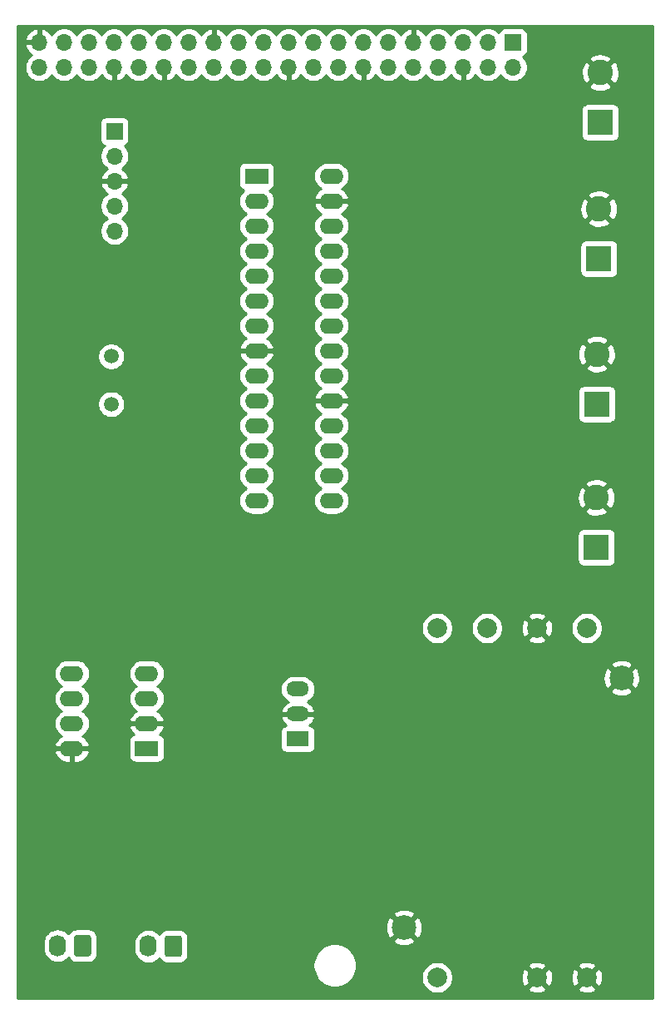
<source format=gbr>
%TF.GenerationSoftware,KiCad,Pcbnew,(5.1.10)-1*%
%TF.CreationDate,2022-05-23T16:21:35+02:00*%
%TF.ProjectId,Auto_Uart,4175746f-5f55-4617-9274-2e6b69636164,rev?*%
%TF.SameCoordinates,Original*%
%TF.FileFunction,Copper,L2,Bot*%
%TF.FilePolarity,Positive*%
%FSLAX46Y46*%
G04 Gerber Fmt 4.6, Leading zero omitted, Abs format (unit mm)*
G04 Created by KiCad (PCBNEW (5.1.10)-1) date 2022-05-23 16:21:35*
%MOMM*%
%LPD*%
G01*
G04 APERTURE LIST*
%TA.AperFunction,ComponentPad*%
%ADD10O,1.700000X1.700000*%
%TD*%
%TA.AperFunction,ComponentPad*%
%ADD11R,1.700000X1.700000*%
%TD*%
%TA.AperFunction,ComponentPad*%
%ADD12C,2.000000*%
%TD*%
%TA.AperFunction,ComponentPad*%
%ADD13C,2.500000*%
%TD*%
%TA.AperFunction,ComponentPad*%
%ADD14R,2.600000X2.600000*%
%TD*%
%TA.AperFunction,ComponentPad*%
%ADD15C,2.600000*%
%TD*%
%TA.AperFunction,ComponentPad*%
%ADD16R,2.300000X1.500000*%
%TD*%
%TA.AperFunction,ComponentPad*%
%ADD17O,2.300000X1.500000*%
%TD*%
%TA.AperFunction,ComponentPad*%
%ADD18R,2.400000X1.600000*%
%TD*%
%TA.AperFunction,ComponentPad*%
%ADD19O,2.400000X1.600000*%
%TD*%
%TA.AperFunction,ComponentPad*%
%ADD20O,1.740000X2.190000*%
%TD*%
%TA.AperFunction,ComponentPad*%
%ADD21C,1.500000*%
%TD*%
%TA.AperFunction,Conductor*%
%ADD22C,0.254000*%
%TD*%
%TA.AperFunction,Conductor*%
%ADD23C,0.100000*%
%TD*%
G04 APERTURE END LIST*
D10*
%TO.P,J1,5*%
%TO.N,/PGC*%
X-7467600Y-17627600D03*
%TO.P,J1,4*%
%TO.N,/PGD*%
X-7467600Y-15087600D03*
%TO.P,J1,3*%
%TO.N,GND*%
X-7467600Y-12547600D03*
%TO.P,J1,2*%
%TO.N,+3V3*%
X-7467600Y-10007600D03*
D11*
%TO.P,J1,1*%
%TO.N,Net-(J1-Pad1)*%
X-7467600Y-7467600D03*
%TD*%
D12*
%TO.P,PS1,1*%
%TO.N,+6V*%
X25400000Y-93599000D03*
%TO.P,PS1,2*%
%TO.N,GND*%
X35560000Y-93599000D03*
%TO.P,PS1,3*%
X40640000Y-93599000D03*
%TO.P,PS1,4*%
%TO.N,Net-(PS1-Pad4)*%
X40640000Y-58039000D03*
%TO.P,PS1,5*%
%TO.N,GND*%
X35560000Y-58039000D03*
%TO.P,PS1,6*%
%TO.N,Net-(PS1-Pad6)*%
X30480000Y-58039000D03*
%TO.P,PS1,7*%
%TO.N,+5V*%
X25400000Y-58039000D03*
D13*
%TO.P,PS1,10*%
%TO.N,GND*%
X22020000Y-88519000D03*
%TO.P,PS1,11*%
X44170000Y-63119000D03*
%TD*%
D14*
%TO.P,J7,1*%
%TO.N,+5V*%
X42011600Y-6578600D03*
D15*
%TO.P,J7,2*%
%TO.N,GND*%
X42011600Y-1498600D03*
%TD*%
D14*
%TO.P,J5,1*%
%TO.N,+6V*%
X41656000Y-35255200D03*
D15*
%TO.P,J5,2*%
%TO.N,GND*%
X41656000Y-30175200D03*
%TD*%
D16*
%TO.P,U1,1*%
%TO.N,+5V*%
X11201400Y-69342000D03*
D17*
%TO.P,U1,2*%
%TO.N,GND*%
X11201400Y-66802000D03*
%TO.P,U1,3*%
%TO.N,+3V3*%
X11201400Y-64262000D03*
%TD*%
D18*
%TO.P,IC1,1*%
%TO.N,/TXD*%
X-4191000Y-70281800D03*
D19*
%TO.P,IC1,5*%
%TO.N,+3V3*%
X-11811000Y-62661800D03*
%TO.P,IC1,2*%
%TO.N,GND*%
X-4191000Y-67741800D03*
%TO.P,IC1,6*%
%TO.N,Net-(IC1-Pad6)*%
X-11811000Y-65201800D03*
%TO.P,IC1,3*%
%TO.N,+5V*%
X-4191000Y-65201800D03*
%TO.P,IC1,7*%
%TO.N,Net-(IC1-Pad7)*%
X-11811000Y-67741800D03*
%TO.P,IC1,4*%
%TO.N,/RXD*%
X-4191000Y-62661800D03*
%TO.P,IC1,8*%
%TO.N,GND*%
X-11811000Y-70281800D03*
%TD*%
D18*
%TO.P,IC2,1*%
%TO.N,/MCLR*%
X7010400Y-12039600D03*
D19*
%TO.P,IC2,15*%
%TO.N,/RXD*%
X14630400Y-45059600D03*
%TO.P,IC2,2*%
%TO.N,Net-(IC2-Pad2)*%
X7010400Y-14579600D03*
%TO.P,IC2,16*%
%TO.N,Net-(IC2-Pad16)*%
X14630400Y-42519600D03*
%TO.P,IC2,3*%
%TO.N,Net-(IC2-Pad3)*%
X7010400Y-17119600D03*
%TO.P,IC2,17*%
%TO.N,Net-(IC2-Pad17)*%
X14630400Y-39979600D03*
%TO.P,IC2,4*%
%TO.N,/PGD*%
X7010400Y-19659600D03*
%TO.P,IC2,18*%
%TO.N,Net-(IC2-Pad18)*%
X14630400Y-37439600D03*
%TO.P,IC2,5*%
%TO.N,/PGC*%
X7010400Y-22199600D03*
%TO.P,IC2,19*%
%TO.N,GND*%
X14630400Y-34899600D03*
%TO.P,IC2,6*%
%TO.N,Net-(IC2-Pad6)*%
X7010400Y-24739600D03*
%TO.P,IC2,20*%
%TO.N,Net-(C12-Pad1)*%
X14630400Y-32359600D03*
%TO.P,IC2,7*%
%TO.N,Net-(IC2-Pad7)*%
X7010400Y-27279600D03*
%TO.P,IC2,21*%
%TO.N,Net-(IC2-Pad21)*%
X14630400Y-29819600D03*
%TO.P,IC2,8*%
%TO.N,GND*%
X7010400Y-29819600D03*
%TO.P,IC2,22*%
%TO.N,Net-(IC2-Pad22)*%
X14630400Y-27279600D03*
%TO.P,IC2,9*%
%TO.N,Net-(C6-Pad1)*%
X7010400Y-32359600D03*
%TO.P,IC2,23*%
%TO.N,Net-(IC2-Pad23)*%
X14630400Y-24739600D03*
%TO.P,IC2,10*%
%TO.N,Net-(C3-Pad2)*%
X7010400Y-34899600D03*
%TO.P,IC2,24*%
%TO.N,Net-(IC2-Pad24)*%
X14630400Y-22199600D03*
%TO.P,IC2,11*%
%TO.N,/Uart_RXD*%
X7010400Y-37439600D03*
%TO.P,IC2,25*%
%TO.N,Net-(IC2-Pad25)*%
X14630400Y-19659600D03*
%TO.P,IC2,12*%
%TO.N,/Uart_TXD*%
X7010400Y-39979600D03*
%TO.P,IC2,26*%
%TO.N,Net-(IC2-Pad26)*%
X14630400Y-17119600D03*
%TO.P,IC2,13*%
%TO.N,+3V3*%
X7010400Y-42519600D03*
%TO.P,IC2,27*%
%TO.N,GND*%
X14630400Y-14579600D03*
%TO.P,IC2,14*%
%TO.N,/TXD*%
X7010400Y-45059600D03*
%TO.P,IC2,28*%
%TO.N,+3V3*%
X14630400Y-12039600D03*
%TD*%
%TO.P,J2,1*%
%TO.N,Net-(IC1-Pad7)*%
%TA.AperFunction,ComponentPad*%
G36*
G01*
X-603200Y-89578999D02*
X-603200Y-91269001D01*
G75*
G02*
X-853199Y-91519000I-249999J0D01*
G01*
X-2093201Y-91519000D01*
G75*
G02*
X-2343200Y-91269001I0J249999D01*
G01*
X-2343200Y-89578999D01*
G75*
G02*
X-2093201Y-89329000I249999J0D01*
G01*
X-853199Y-89329000D01*
G75*
G02*
X-603200Y-89578999I0J-249999D01*
G01*
G37*
%TD.AperFunction*%
D20*
%TO.P,J2,2*%
%TO.N,Net-(IC1-Pad6)*%
X-4013200Y-90424000D03*
%TD*%
%TO.P,J3,2*%
%TO.N,Net-(IC1-Pad6)*%
X-13258800Y-90373200D03*
%TO.P,J3,1*%
%TO.N,Net-(IC1-Pad7)*%
%TA.AperFunction,ComponentPad*%
G36*
G01*
X-9848800Y-89528199D02*
X-9848800Y-91218201D01*
G75*
G02*
X-10098799Y-91468200I-249999J0D01*
G01*
X-11338801Y-91468200D01*
G75*
G02*
X-11588800Y-91218201I0J249999D01*
G01*
X-11588800Y-89528199D01*
G75*
G02*
X-11338801Y-89278200I249999J0D01*
G01*
X-10098799Y-89278200D01*
G75*
G02*
X-9848800Y-89528199I0J-249999D01*
G01*
G37*
%TD.AperFunction*%
%TD*%
D15*
%TO.P,J4,2*%
%TO.N,GND*%
X41605200Y-44754800D03*
D14*
%TO.P,J4,1*%
%TO.N,+6V*%
X41605200Y-49834800D03*
%TD*%
D15*
%TO.P,J6,2*%
%TO.N,GND*%
X41859200Y-15367000D03*
D14*
%TO.P,J6,1*%
%TO.N,+5V*%
X41859200Y-20447000D03*
%TD*%
D21*
%TO.P,Y1,1*%
%TO.N,Net-(C3-Pad2)*%
X-7797800Y-35255200D03*
%TO.P,Y1,2*%
%TO.N,Net-(C6-Pad1)*%
X-7797800Y-30375200D03*
%TD*%
D11*
%TO.P,J8,1*%
%TO.N,Net-(J8-Pad1)*%
X33121600Y1574800D03*
D10*
%TO.P,J8,2*%
%TO.N,+5V*%
X33121600Y-965200D03*
%TO.P,J8,3*%
%TO.N,Net-(J8-Pad3)*%
X30581600Y1574800D03*
%TO.P,J8,4*%
%TO.N,+5V*%
X30581600Y-965200D03*
%TO.P,J8,5*%
%TO.N,Net-(J8-Pad5)*%
X28041600Y1574800D03*
%TO.P,J8,6*%
%TO.N,GND*%
X28041600Y-965200D03*
%TO.P,J8,7*%
%TO.N,Net-(J8-Pad7)*%
X25501600Y1574800D03*
%TO.P,J8,8*%
%TO.N,/Uart_TXD*%
X25501600Y-965200D03*
%TO.P,J8,9*%
%TO.N,GND*%
X22961600Y1574800D03*
%TO.P,J8,10*%
%TO.N,/Uart_RXD*%
X22961600Y-965200D03*
%TO.P,J8,11*%
%TO.N,Net-(J8-Pad11)*%
X20421600Y1574800D03*
%TO.P,J8,12*%
%TO.N,Net-(J8-Pad12)*%
X20421600Y-965200D03*
%TO.P,J8,13*%
%TO.N,Net-(J8-Pad13)*%
X17881600Y1574800D03*
%TO.P,J8,14*%
%TO.N,GND*%
X17881600Y-965200D03*
%TO.P,J8,15*%
%TO.N,Net-(J8-Pad15)*%
X15341600Y1574800D03*
%TO.P,J8,16*%
%TO.N,Net-(J8-Pad16)*%
X15341600Y-965200D03*
%TO.P,J8,17*%
%TO.N,Net-(J8-Pad17)*%
X12801600Y1574800D03*
%TO.P,J8,18*%
%TO.N,Net-(J8-Pad18)*%
X12801600Y-965200D03*
%TO.P,J8,19*%
%TO.N,Net-(J8-Pad19)*%
X10261600Y1574800D03*
%TO.P,J8,20*%
%TO.N,GND*%
X10261600Y-965200D03*
%TO.P,J8,21*%
%TO.N,Net-(J8-Pad21)*%
X7721600Y1574800D03*
%TO.P,J8,22*%
%TO.N,Net-(J8-Pad22)*%
X7721600Y-965200D03*
%TO.P,J8,23*%
%TO.N,Net-(J8-Pad23)*%
X5181600Y1574800D03*
%TO.P,J8,24*%
%TO.N,Net-(J8-Pad24)*%
X5181600Y-965200D03*
%TO.P,J8,25*%
%TO.N,GND*%
X2641600Y1574800D03*
%TO.P,J8,26*%
%TO.N,Net-(J8-Pad26)*%
X2641600Y-965200D03*
%TO.P,J8,27*%
%TO.N,Net-(J8-Pad27)*%
X101600Y1574800D03*
%TO.P,J8,28*%
%TO.N,Net-(J8-Pad28)*%
X101600Y-965200D03*
%TO.P,J8,29*%
%TO.N,Net-(J8-Pad29)*%
X-2438400Y1574800D03*
%TO.P,J8,30*%
%TO.N,GND*%
X-2438400Y-965200D03*
%TO.P,J8,31*%
%TO.N,Net-(J8-Pad31)*%
X-4978400Y1574800D03*
%TO.P,J8,32*%
%TO.N,Net-(J8-Pad32)*%
X-4978400Y-965200D03*
%TO.P,J8,33*%
%TO.N,Net-(J8-Pad33)*%
X-7518400Y1574800D03*
%TO.P,J8,34*%
%TO.N,GND*%
X-7518400Y-965200D03*
%TO.P,J8,35*%
%TO.N,Net-(J8-Pad35)*%
X-10058400Y1574800D03*
%TO.P,J8,36*%
%TO.N,Net-(J8-Pad36)*%
X-10058400Y-965200D03*
%TO.P,J8,37*%
%TO.N,Net-(J8-Pad37)*%
X-12598400Y1574800D03*
%TO.P,J8,38*%
%TO.N,Net-(J8-Pad38)*%
X-12598400Y-965200D03*
%TO.P,J8,39*%
%TO.N,GND*%
X-15138400Y1574800D03*
%TO.P,J8,40*%
%TO.N,Net-(J8-Pad40)*%
X-15138400Y-965200D03*
%TD*%
D22*
%TO.N,GND*%
X47346001Y-95733000D02*
X-17374000Y-95733000D01*
X-17374000Y-92172372D01*
X12751000Y-92172372D01*
X12751000Y-92612628D01*
X12836890Y-93044425D01*
X13005369Y-93451169D01*
X13249962Y-93817229D01*
X13561271Y-94128538D01*
X13927331Y-94373131D01*
X14334075Y-94541610D01*
X14765872Y-94627500D01*
X15206128Y-94627500D01*
X15637925Y-94541610D01*
X16044669Y-94373131D01*
X16410729Y-94128538D01*
X16722038Y-93817229D01*
X16966631Y-93451169D01*
X16972099Y-93437967D01*
X23765000Y-93437967D01*
X23765000Y-93760033D01*
X23827832Y-94075912D01*
X23951082Y-94373463D01*
X24130013Y-94641252D01*
X24357748Y-94868987D01*
X24625537Y-95047918D01*
X24923088Y-95171168D01*
X25238967Y-95234000D01*
X25561033Y-95234000D01*
X25876912Y-95171168D01*
X26174463Y-95047918D01*
X26442252Y-94868987D01*
X26576826Y-94734413D01*
X34604192Y-94734413D01*
X34699956Y-94998814D01*
X34989571Y-95139704D01*
X35301108Y-95221384D01*
X35622595Y-95240718D01*
X35941675Y-95196961D01*
X36246088Y-95091795D01*
X36420044Y-94998814D01*
X36515808Y-94734413D01*
X39684192Y-94734413D01*
X39779956Y-94998814D01*
X40069571Y-95139704D01*
X40381108Y-95221384D01*
X40702595Y-95240718D01*
X41021675Y-95196961D01*
X41326088Y-95091795D01*
X41500044Y-94998814D01*
X41595808Y-94734413D01*
X40640000Y-93778605D01*
X39684192Y-94734413D01*
X36515808Y-94734413D01*
X35560000Y-93778605D01*
X34604192Y-94734413D01*
X26576826Y-94734413D01*
X26669987Y-94641252D01*
X26848918Y-94373463D01*
X26972168Y-94075912D01*
X27035000Y-93760033D01*
X27035000Y-93661595D01*
X33918282Y-93661595D01*
X33962039Y-93980675D01*
X34067205Y-94285088D01*
X34160186Y-94459044D01*
X34424587Y-94554808D01*
X35380395Y-93599000D01*
X35739605Y-93599000D01*
X36695413Y-94554808D01*
X36959814Y-94459044D01*
X37100704Y-94169429D01*
X37182384Y-93857892D01*
X37194189Y-93661595D01*
X38998282Y-93661595D01*
X39042039Y-93980675D01*
X39147205Y-94285088D01*
X39240186Y-94459044D01*
X39504587Y-94554808D01*
X40460395Y-93599000D01*
X40819605Y-93599000D01*
X41775413Y-94554808D01*
X42039814Y-94459044D01*
X42180704Y-94169429D01*
X42262384Y-93857892D01*
X42281718Y-93536405D01*
X42237961Y-93217325D01*
X42132795Y-92912912D01*
X42039814Y-92738956D01*
X41775413Y-92643192D01*
X40819605Y-93599000D01*
X40460395Y-93599000D01*
X39504587Y-92643192D01*
X39240186Y-92738956D01*
X39099296Y-93028571D01*
X39017616Y-93340108D01*
X38998282Y-93661595D01*
X37194189Y-93661595D01*
X37201718Y-93536405D01*
X37157961Y-93217325D01*
X37052795Y-92912912D01*
X36959814Y-92738956D01*
X36695413Y-92643192D01*
X35739605Y-93599000D01*
X35380395Y-93599000D01*
X34424587Y-92643192D01*
X34160186Y-92738956D01*
X34019296Y-93028571D01*
X33937616Y-93340108D01*
X33918282Y-93661595D01*
X27035000Y-93661595D01*
X27035000Y-93437967D01*
X26972168Y-93122088D01*
X26848918Y-92824537D01*
X26669987Y-92556748D01*
X26576826Y-92463587D01*
X34604192Y-92463587D01*
X35560000Y-93419395D01*
X36515808Y-92463587D01*
X39684192Y-92463587D01*
X40640000Y-93419395D01*
X41595808Y-92463587D01*
X41500044Y-92199186D01*
X41210429Y-92058296D01*
X40898892Y-91976616D01*
X40577405Y-91957282D01*
X40258325Y-92001039D01*
X39953912Y-92106205D01*
X39779956Y-92199186D01*
X39684192Y-92463587D01*
X36515808Y-92463587D01*
X36420044Y-92199186D01*
X36130429Y-92058296D01*
X35818892Y-91976616D01*
X35497405Y-91957282D01*
X35178325Y-92001039D01*
X34873912Y-92106205D01*
X34699956Y-92199186D01*
X34604192Y-92463587D01*
X26576826Y-92463587D01*
X26442252Y-92329013D01*
X26174463Y-92150082D01*
X25876912Y-92026832D01*
X25561033Y-91964000D01*
X25238967Y-91964000D01*
X24923088Y-92026832D01*
X24625537Y-92150082D01*
X24357748Y-92329013D01*
X24130013Y-92556748D01*
X23951082Y-92824537D01*
X23827832Y-93122088D01*
X23765000Y-93437967D01*
X16972099Y-93437967D01*
X17135110Y-93044425D01*
X17221000Y-92612628D01*
X17221000Y-92172372D01*
X17135110Y-91740575D01*
X16966631Y-91333831D01*
X16722038Y-90967771D01*
X16410729Y-90656462D01*
X16044669Y-90411869D01*
X15637925Y-90243390D01*
X15206128Y-90157500D01*
X14765872Y-90157500D01*
X14334075Y-90243390D01*
X13927331Y-90411869D01*
X13561271Y-90656462D01*
X13249962Y-90967771D01*
X13005369Y-91333831D01*
X12836890Y-91740575D01*
X12751000Y-92172372D01*
X-17374000Y-92172372D01*
X-17374000Y-90074264D01*
X-14763800Y-90074264D01*
X-14763800Y-90672135D01*
X-14742024Y-90893231D01*
X-14655966Y-91176924D01*
X-14516217Y-91438378D01*
X-14328145Y-91667545D01*
X-14098979Y-91855617D01*
X-13837525Y-91995366D01*
X-13553832Y-92081424D01*
X-13258800Y-92110482D01*
X-12963769Y-92081424D01*
X-12680076Y-91995366D01*
X-12418622Y-91855617D01*
X-12189455Y-91667545D01*
X-12135734Y-91602086D01*
X-12077205Y-91711587D01*
X-11966762Y-91846162D01*
X-11832187Y-91956605D01*
X-11678651Y-92038672D01*
X-11512055Y-92089208D01*
X-11338801Y-92106272D01*
X-10098799Y-92106272D01*
X-9925545Y-92089208D01*
X-9758949Y-92038672D01*
X-9605413Y-91956605D01*
X-9470838Y-91846162D01*
X-9360395Y-91711587D01*
X-9278328Y-91558051D01*
X-9227792Y-91391455D01*
X-9210728Y-91218201D01*
X-9210728Y-90125064D01*
X-5518200Y-90125064D01*
X-5518200Y-90722935D01*
X-5496424Y-90944031D01*
X-5410366Y-91227724D01*
X-5270617Y-91489178D01*
X-5082545Y-91718345D01*
X-4853379Y-91906417D01*
X-4591925Y-92046166D01*
X-4308232Y-92132224D01*
X-4013200Y-92161282D01*
X-3718169Y-92132224D01*
X-3434476Y-92046166D01*
X-3173022Y-91906417D01*
X-2943855Y-91718345D01*
X-2890134Y-91652886D01*
X-2831605Y-91762387D01*
X-2721162Y-91896962D01*
X-2586587Y-92007405D01*
X-2433051Y-92089472D01*
X-2266455Y-92140008D01*
X-2093201Y-92157072D01*
X-853199Y-92157072D01*
X-679945Y-92140008D01*
X-513349Y-92089472D01*
X-359813Y-92007405D01*
X-225238Y-91896962D01*
X-114795Y-91762387D01*
X-32728Y-91608851D01*
X17808Y-91442255D01*
X34872Y-91269001D01*
X34872Y-89832605D01*
X20886000Y-89832605D01*
X21011914Y-90122577D01*
X21344126Y-90288433D01*
X21702312Y-90386290D01*
X22072706Y-90412389D01*
X22441075Y-90365725D01*
X22793262Y-90248094D01*
X23028086Y-90122577D01*
X23154000Y-89832605D01*
X22020000Y-88698605D01*
X20886000Y-89832605D01*
X34872Y-89832605D01*
X34872Y-89578999D01*
X17808Y-89405745D01*
X-32728Y-89239149D01*
X-114795Y-89085613D01*
X-225238Y-88951038D01*
X-359813Y-88840595D01*
X-513349Y-88758528D01*
X-679945Y-88707992D01*
X-853199Y-88690928D01*
X-2093201Y-88690928D01*
X-2266455Y-88707992D01*
X-2433051Y-88758528D01*
X-2586587Y-88840595D01*
X-2721162Y-88951038D01*
X-2831605Y-89085613D01*
X-2890134Y-89195114D01*
X-2943855Y-89129655D01*
X-3173021Y-88941583D01*
X-3434475Y-88801834D01*
X-3718168Y-88715776D01*
X-4013200Y-88686718D01*
X-4308231Y-88715776D01*
X-4591924Y-88801834D01*
X-4853378Y-88941583D01*
X-5082545Y-89129655D01*
X-5270617Y-89358821D01*
X-5410366Y-89620275D01*
X-5496424Y-89903968D01*
X-5518200Y-90125064D01*
X-9210728Y-90125064D01*
X-9210728Y-89528199D01*
X-9227792Y-89354945D01*
X-9278328Y-89188349D01*
X-9360395Y-89034813D01*
X-9470838Y-88900238D01*
X-9605413Y-88789795D01*
X-9758949Y-88707728D01*
X-9925545Y-88657192D01*
X-10098799Y-88640128D01*
X-11338801Y-88640128D01*
X-11512055Y-88657192D01*
X-11678651Y-88707728D01*
X-11832187Y-88789795D01*
X-11966762Y-88900238D01*
X-12077205Y-89034813D01*
X-12135734Y-89144314D01*
X-12189455Y-89078855D01*
X-12418621Y-88890783D01*
X-12680075Y-88751034D01*
X-12963768Y-88664976D01*
X-13258800Y-88635918D01*
X-13553831Y-88664976D01*
X-13837524Y-88751034D01*
X-14098978Y-88890783D01*
X-14328145Y-89078855D01*
X-14516217Y-89308021D01*
X-14655966Y-89569475D01*
X-14742024Y-89853168D01*
X-14763800Y-90074264D01*
X-17374000Y-90074264D01*
X-17374000Y-88571706D01*
X20126611Y-88571706D01*
X20173275Y-88940075D01*
X20290906Y-89292262D01*
X20416423Y-89527086D01*
X20706395Y-89653000D01*
X21840395Y-88519000D01*
X22199605Y-88519000D01*
X23333605Y-89653000D01*
X23623577Y-89527086D01*
X23789433Y-89194874D01*
X23887290Y-88836688D01*
X23913389Y-88466294D01*
X23866725Y-88097925D01*
X23749094Y-87745738D01*
X23623577Y-87510914D01*
X23333605Y-87385000D01*
X22199605Y-88519000D01*
X21840395Y-88519000D01*
X20706395Y-87385000D01*
X20416423Y-87510914D01*
X20250567Y-87843126D01*
X20152710Y-88201312D01*
X20126611Y-88571706D01*
X-17374000Y-88571706D01*
X-17374000Y-87205395D01*
X20886000Y-87205395D01*
X22020000Y-88339395D01*
X23154000Y-87205395D01*
X23028086Y-86915423D01*
X22695874Y-86749567D01*
X22337688Y-86651710D01*
X21967294Y-86625611D01*
X21598925Y-86672275D01*
X21246738Y-86789906D01*
X21011914Y-86915423D01*
X20886000Y-87205395D01*
X-17374000Y-87205395D01*
X-17374000Y-70630839D01*
X-13602904Y-70630839D01*
X-13585367Y-70713618D01*
X-13474715Y-70973446D01*
X-13315500Y-71206695D01*
X-13113839Y-71404401D01*
X-12877483Y-71558966D01*
X-12615514Y-71664450D01*
X-12338000Y-71716800D01*
X-11938000Y-71716800D01*
X-11938000Y-70408800D01*
X-11684000Y-70408800D01*
X-11684000Y-71716800D01*
X-11284000Y-71716800D01*
X-11006486Y-71664450D01*
X-10744517Y-71558966D01*
X-10508161Y-71404401D01*
X-10306500Y-71206695D01*
X-10147285Y-70973446D01*
X-10036633Y-70713618D01*
X-10019096Y-70630839D01*
X-10141085Y-70408800D01*
X-11684000Y-70408800D01*
X-11938000Y-70408800D01*
X-13480915Y-70408800D01*
X-13602904Y-70630839D01*
X-17374000Y-70630839D01*
X-17374000Y-62661800D01*
X-13652943Y-62661800D01*
X-13625236Y-62943109D01*
X-13543182Y-63213608D01*
X-13409932Y-63462901D01*
X-13230608Y-63681408D01*
X-13012101Y-63860732D01*
X-12879142Y-63931800D01*
X-13012101Y-64002868D01*
X-13230608Y-64182192D01*
X-13409932Y-64400699D01*
X-13543182Y-64649992D01*
X-13625236Y-64920491D01*
X-13652943Y-65201800D01*
X-13625236Y-65483109D01*
X-13543182Y-65753608D01*
X-13409932Y-66002901D01*
X-13230608Y-66221408D01*
X-13012101Y-66400732D01*
X-12879142Y-66471800D01*
X-13012101Y-66542868D01*
X-13230608Y-66722192D01*
X-13409932Y-66940699D01*
X-13543182Y-67189992D01*
X-13625236Y-67460491D01*
X-13652943Y-67741800D01*
X-13625236Y-68023109D01*
X-13543182Y-68293608D01*
X-13409932Y-68542901D01*
X-13230608Y-68761408D01*
X-13012101Y-68940732D01*
X-12884259Y-69009065D01*
X-13113839Y-69159199D01*
X-13315500Y-69356905D01*
X-13474715Y-69590154D01*
X-13585367Y-69849982D01*
X-13602904Y-69932761D01*
X-13480915Y-70154800D01*
X-11938000Y-70154800D01*
X-11938000Y-70134800D01*
X-11684000Y-70134800D01*
X-11684000Y-70154800D01*
X-10141085Y-70154800D01*
X-10019096Y-69932761D01*
X-10036633Y-69849982D01*
X-10147285Y-69590154D01*
X-10221247Y-69481800D01*
X-6029072Y-69481800D01*
X-6029072Y-71081800D01*
X-6016812Y-71206282D01*
X-5980502Y-71325980D01*
X-5921537Y-71436294D01*
X-5842185Y-71532985D01*
X-5745494Y-71612337D01*
X-5635180Y-71671302D01*
X-5515482Y-71707612D01*
X-5391000Y-71719872D01*
X-2991000Y-71719872D01*
X-2866518Y-71707612D01*
X-2746820Y-71671302D01*
X-2636506Y-71612337D01*
X-2539815Y-71532985D01*
X-2460463Y-71436294D01*
X-2401498Y-71325980D01*
X-2365188Y-71206282D01*
X-2352928Y-71081800D01*
X-2352928Y-69481800D01*
X-2365188Y-69357318D01*
X-2401498Y-69237620D01*
X-2460463Y-69127306D01*
X-2539815Y-69030615D01*
X-2636506Y-68951263D01*
X-2746820Y-68892298D01*
X-2866518Y-68855988D01*
X-2878387Y-68854819D01*
X-2686500Y-68666695D01*
X-2635514Y-68592000D01*
X9413328Y-68592000D01*
X9413328Y-70092000D01*
X9425588Y-70216482D01*
X9461898Y-70336180D01*
X9520863Y-70446494D01*
X9600215Y-70543185D01*
X9696906Y-70622537D01*
X9807220Y-70681502D01*
X9926918Y-70717812D01*
X10051400Y-70730072D01*
X12351400Y-70730072D01*
X12475882Y-70717812D01*
X12595580Y-70681502D01*
X12705894Y-70622537D01*
X12802585Y-70543185D01*
X12881937Y-70446494D01*
X12940902Y-70336180D01*
X12977212Y-70216482D01*
X12989472Y-70092000D01*
X12989472Y-68592000D01*
X12977212Y-68467518D01*
X12940902Y-68347820D01*
X12881937Y-68237506D01*
X12802585Y-68140815D01*
X12705894Y-68061463D01*
X12595580Y-68002498D01*
X12475882Y-67966188D01*
X12366526Y-67955418D01*
X12476461Y-67883028D01*
X12670545Y-67691540D01*
X12823542Y-67465868D01*
X12929573Y-67214684D01*
X12943718Y-67143185D01*
X12821056Y-66929000D01*
X11328400Y-66929000D01*
X11328400Y-66949000D01*
X11074400Y-66949000D01*
X11074400Y-66929000D01*
X9581744Y-66929000D01*
X9459082Y-67143185D01*
X9473227Y-67214684D01*
X9579258Y-67465868D01*
X9732255Y-67691540D01*
X9926339Y-67883028D01*
X10036274Y-67955418D01*
X9926918Y-67966188D01*
X9807220Y-68002498D01*
X9696906Y-68061463D01*
X9600215Y-68140815D01*
X9520863Y-68237506D01*
X9461898Y-68347820D01*
X9425588Y-68467518D01*
X9413328Y-68592000D01*
X-2635514Y-68592000D01*
X-2527285Y-68433446D01*
X-2416633Y-68173618D01*
X-2399096Y-68090839D01*
X-2521085Y-67868800D01*
X-4064000Y-67868800D01*
X-4064000Y-67888800D01*
X-4318000Y-67888800D01*
X-4318000Y-67868800D01*
X-5860915Y-67868800D01*
X-5982904Y-68090839D01*
X-5965367Y-68173618D01*
X-5854715Y-68433446D01*
X-5695500Y-68666695D01*
X-5503613Y-68854819D01*
X-5515482Y-68855988D01*
X-5635180Y-68892298D01*
X-5745494Y-68951263D01*
X-5842185Y-69030615D01*
X-5921537Y-69127306D01*
X-5980502Y-69237620D01*
X-6016812Y-69357318D01*
X-6029072Y-69481800D01*
X-10221247Y-69481800D01*
X-10306500Y-69356905D01*
X-10508161Y-69159199D01*
X-10737741Y-69009065D01*
X-10609899Y-68940732D01*
X-10391392Y-68761408D01*
X-10212068Y-68542901D01*
X-10078818Y-68293608D01*
X-9996764Y-68023109D01*
X-9969057Y-67741800D01*
X-9996764Y-67460491D01*
X-10078818Y-67189992D01*
X-10212068Y-66940699D01*
X-10391392Y-66722192D01*
X-10609899Y-66542868D01*
X-10742858Y-66471800D01*
X-10609899Y-66400732D01*
X-10391392Y-66221408D01*
X-10212068Y-66002901D01*
X-10078818Y-65753608D01*
X-9996764Y-65483109D01*
X-9969057Y-65201800D01*
X-9996764Y-64920491D01*
X-10078818Y-64649992D01*
X-10212068Y-64400699D01*
X-10391392Y-64182192D01*
X-10609899Y-64002868D01*
X-10742858Y-63931800D01*
X-10609899Y-63860732D01*
X-10391392Y-63681408D01*
X-10212068Y-63462901D01*
X-10078818Y-63213608D01*
X-9996764Y-62943109D01*
X-9969057Y-62661800D01*
X-6032943Y-62661800D01*
X-6005236Y-62943109D01*
X-5923182Y-63213608D01*
X-5789932Y-63462901D01*
X-5610608Y-63681408D01*
X-5392101Y-63860732D01*
X-5259142Y-63931800D01*
X-5392101Y-64002868D01*
X-5610608Y-64182192D01*
X-5789932Y-64400699D01*
X-5923182Y-64649992D01*
X-6005236Y-64920491D01*
X-6032943Y-65201800D01*
X-6005236Y-65483109D01*
X-5923182Y-65753608D01*
X-5789932Y-66002901D01*
X-5610608Y-66221408D01*
X-5392101Y-66400732D01*
X-5264259Y-66469065D01*
X-5493839Y-66619199D01*
X-5695500Y-66816905D01*
X-5854715Y-67050154D01*
X-5965367Y-67309982D01*
X-5982904Y-67392761D01*
X-5860915Y-67614800D01*
X-4318000Y-67614800D01*
X-4318000Y-67594800D01*
X-4064000Y-67594800D01*
X-4064000Y-67614800D01*
X-2521085Y-67614800D01*
X-2399096Y-67392761D01*
X-2416633Y-67309982D01*
X-2527285Y-67050154D01*
X-2686500Y-66816905D01*
X-2888161Y-66619199D01*
X-3117741Y-66469065D01*
X-2989899Y-66400732D01*
X-2771392Y-66221408D01*
X-2592068Y-66002901D01*
X-2458818Y-65753608D01*
X-2376764Y-65483109D01*
X-2349057Y-65201800D01*
X-2376764Y-64920491D01*
X-2458818Y-64649992D01*
X-2592068Y-64400699D01*
X-2705895Y-64262000D01*
X9409699Y-64262000D01*
X9436440Y-64533507D01*
X9515636Y-64794581D01*
X9644243Y-65035188D01*
X9817319Y-65246081D01*
X10028212Y-65419157D01*
X10243978Y-65534486D01*
X10154051Y-65571028D01*
X9926339Y-65720972D01*
X9732255Y-65912460D01*
X9579258Y-66138132D01*
X9473227Y-66389316D01*
X9459082Y-66460815D01*
X9581744Y-66675000D01*
X11074400Y-66675000D01*
X11074400Y-66655000D01*
X11328400Y-66655000D01*
X11328400Y-66675000D01*
X12821056Y-66675000D01*
X12943718Y-66460815D01*
X12929573Y-66389316D01*
X12823542Y-66138132D01*
X12670545Y-65912460D01*
X12476461Y-65720972D01*
X12248749Y-65571028D01*
X12158822Y-65534486D01*
X12374588Y-65419157D01*
X12585481Y-65246081D01*
X12758557Y-65035188D01*
X12887164Y-64794581D01*
X12966360Y-64533507D01*
X12976297Y-64432605D01*
X43036000Y-64432605D01*
X43161914Y-64722577D01*
X43494126Y-64888433D01*
X43852312Y-64986290D01*
X44222706Y-65012389D01*
X44591075Y-64965725D01*
X44943262Y-64848094D01*
X45178086Y-64722577D01*
X45304000Y-64432605D01*
X44170000Y-63298605D01*
X43036000Y-64432605D01*
X12976297Y-64432605D01*
X12993101Y-64262000D01*
X12966360Y-63990493D01*
X12887164Y-63729419D01*
X12758557Y-63488812D01*
X12585481Y-63277919D01*
X12456061Y-63171706D01*
X42276611Y-63171706D01*
X42323275Y-63540075D01*
X42440906Y-63892262D01*
X42566423Y-64127086D01*
X42856395Y-64253000D01*
X43990395Y-63119000D01*
X44349605Y-63119000D01*
X45483605Y-64253000D01*
X45773577Y-64127086D01*
X45939433Y-63794874D01*
X46037290Y-63436688D01*
X46063389Y-63066294D01*
X46016725Y-62697925D01*
X45899094Y-62345738D01*
X45773577Y-62110914D01*
X45483605Y-61985000D01*
X44349605Y-63119000D01*
X43990395Y-63119000D01*
X42856395Y-61985000D01*
X42566423Y-62110914D01*
X42400567Y-62443126D01*
X42302710Y-62801312D01*
X42276611Y-63171706D01*
X12456061Y-63171706D01*
X12374588Y-63104843D01*
X12133981Y-62976236D01*
X11872907Y-62897040D01*
X11669437Y-62877000D01*
X10733363Y-62877000D01*
X10529893Y-62897040D01*
X10268819Y-62976236D01*
X10028212Y-63104843D01*
X9817319Y-63277919D01*
X9644243Y-63488812D01*
X9515636Y-63729419D01*
X9436440Y-63990493D01*
X9409699Y-64262000D01*
X-2705895Y-64262000D01*
X-2771392Y-64182192D01*
X-2989899Y-64002868D01*
X-3122858Y-63931800D01*
X-2989899Y-63860732D01*
X-2771392Y-63681408D01*
X-2592068Y-63462901D01*
X-2458818Y-63213608D01*
X-2376764Y-62943109D01*
X-2349057Y-62661800D01*
X-2376764Y-62380491D01*
X-2458818Y-62109992D01*
X-2592068Y-61860699D01*
X-2637454Y-61805395D01*
X43036000Y-61805395D01*
X44170000Y-62939395D01*
X45304000Y-61805395D01*
X45178086Y-61515423D01*
X44845874Y-61349567D01*
X44487688Y-61251710D01*
X44117294Y-61225611D01*
X43748925Y-61272275D01*
X43396738Y-61389906D01*
X43161914Y-61515423D01*
X43036000Y-61805395D01*
X-2637454Y-61805395D01*
X-2771392Y-61642192D01*
X-2989899Y-61462868D01*
X-3239192Y-61329618D01*
X-3509691Y-61247564D01*
X-3720508Y-61226800D01*
X-4661492Y-61226800D01*
X-4872309Y-61247564D01*
X-5142808Y-61329618D01*
X-5392101Y-61462868D01*
X-5610608Y-61642192D01*
X-5789932Y-61860699D01*
X-5923182Y-62109992D01*
X-6005236Y-62380491D01*
X-6032943Y-62661800D01*
X-9969057Y-62661800D01*
X-9996764Y-62380491D01*
X-10078818Y-62109992D01*
X-10212068Y-61860699D01*
X-10391392Y-61642192D01*
X-10609899Y-61462868D01*
X-10859192Y-61329618D01*
X-11129691Y-61247564D01*
X-11340508Y-61226800D01*
X-12281492Y-61226800D01*
X-12492309Y-61247564D01*
X-12762808Y-61329618D01*
X-13012101Y-61462868D01*
X-13230608Y-61642192D01*
X-13409932Y-61860699D01*
X-13543182Y-62109992D01*
X-13625236Y-62380491D01*
X-13652943Y-62661800D01*
X-17374000Y-62661800D01*
X-17374000Y-57877967D01*
X23765000Y-57877967D01*
X23765000Y-58200033D01*
X23827832Y-58515912D01*
X23951082Y-58813463D01*
X24130013Y-59081252D01*
X24357748Y-59308987D01*
X24625537Y-59487918D01*
X24923088Y-59611168D01*
X25238967Y-59674000D01*
X25561033Y-59674000D01*
X25876912Y-59611168D01*
X26174463Y-59487918D01*
X26442252Y-59308987D01*
X26669987Y-59081252D01*
X26848918Y-58813463D01*
X26972168Y-58515912D01*
X27035000Y-58200033D01*
X27035000Y-57877967D01*
X28845000Y-57877967D01*
X28845000Y-58200033D01*
X28907832Y-58515912D01*
X29031082Y-58813463D01*
X29210013Y-59081252D01*
X29437748Y-59308987D01*
X29705537Y-59487918D01*
X30003088Y-59611168D01*
X30318967Y-59674000D01*
X30641033Y-59674000D01*
X30956912Y-59611168D01*
X31254463Y-59487918D01*
X31522252Y-59308987D01*
X31656826Y-59174413D01*
X34604192Y-59174413D01*
X34699956Y-59438814D01*
X34989571Y-59579704D01*
X35301108Y-59661384D01*
X35622595Y-59680718D01*
X35941675Y-59636961D01*
X36246088Y-59531795D01*
X36420044Y-59438814D01*
X36515808Y-59174413D01*
X35560000Y-58218605D01*
X34604192Y-59174413D01*
X31656826Y-59174413D01*
X31749987Y-59081252D01*
X31928918Y-58813463D01*
X32052168Y-58515912D01*
X32115000Y-58200033D01*
X32115000Y-58101595D01*
X33918282Y-58101595D01*
X33962039Y-58420675D01*
X34067205Y-58725088D01*
X34160186Y-58899044D01*
X34424587Y-58994808D01*
X35380395Y-58039000D01*
X35739605Y-58039000D01*
X36695413Y-58994808D01*
X36959814Y-58899044D01*
X37100704Y-58609429D01*
X37182384Y-58297892D01*
X37201718Y-57976405D01*
X37188219Y-57877967D01*
X39005000Y-57877967D01*
X39005000Y-58200033D01*
X39067832Y-58515912D01*
X39191082Y-58813463D01*
X39370013Y-59081252D01*
X39597748Y-59308987D01*
X39865537Y-59487918D01*
X40163088Y-59611168D01*
X40478967Y-59674000D01*
X40801033Y-59674000D01*
X41116912Y-59611168D01*
X41414463Y-59487918D01*
X41682252Y-59308987D01*
X41909987Y-59081252D01*
X42088918Y-58813463D01*
X42212168Y-58515912D01*
X42275000Y-58200033D01*
X42275000Y-57877967D01*
X42212168Y-57562088D01*
X42088918Y-57264537D01*
X41909987Y-56996748D01*
X41682252Y-56769013D01*
X41414463Y-56590082D01*
X41116912Y-56466832D01*
X40801033Y-56404000D01*
X40478967Y-56404000D01*
X40163088Y-56466832D01*
X39865537Y-56590082D01*
X39597748Y-56769013D01*
X39370013Y-56996748D01*
X39191082Y-57264537D01*
X39067832Y-57562088D01*
X39005000Y-57877967D01*
X37188219Y-57877967D01*
X37157961Y-57657325D01*
X37052795Y-57352912D01*
X36959814Y-57178956D01*
X36695413Y-57083192D01*
X35739605Y-58039000D01*
X35380395Y-58039000D01*
X34424587Y-57083192D01*
X34160186Y-57178956D01*
X34019296Y-57468571D01*
X33937616Y-57780108D01*
X33918282Y-58101595D01*
X32115000Y-58101595D01*
X32115000Y-57877967D01*
X32052168Y-57562088D01*
X31928918Y-57264537D01*
X31749987Y-56996748D01*
X31656826Y-56903587D01*
X34604192Y-56903587D01*
X35560000Y-57859395D01*
X36515808Y-56903587D01*
X36420044Y-56639186D01*
X36130429Y-56498296D01*
X35818892Y-56416616D01*
X35497405Y-56397282D01*
X35178325Y-56441039D01*
X34873912Y-56546205D01*
X34699956Y-56639186D01*
X34604192Y-56903587D01*
X31656826Y-56903587D01*
X31522252Y-56769013D01*
X31254463Y-56590082D01*
X30956912Y-56466832D01*
X30641033Y-56404000D01*
X30318967Y-56404000D01*
X30003088Y-56466832D01*
X29705537Y-56590082D01*
X29437748Y-56769013D01*
X29210013Y-56996748D01*
X29031082Y-57264537D01*
X28907832Y-57562088D01*
X28845000Y-57877967D01*
X27035000Y-57877967D01*
X26972168Y-57562088D01*
X26848918Y-57264537D01*
X26669987Y-56996748D01*
X26442252Y-56769013D01*
X26174463Y-56590082D01*
X25876912Y-56466832D01*
X25561033Y-56404000D01*
X25238967Y-56404000D01*
X24923088Y-56466832D01*
X24625537Y-56590082D01*
X24357748Y-56769013D01*
X24130013Y-56996748D01*
X23951082Y-57264537D01*
X23827832Y-57562088D01*
X23765000Y-57877967D01*
X-17374000Y-57877967D01*
X-17374000Y-48534800D01*
X39667128Y-48534800D01*
X39667128Y-51134800D01*
X39679388Y-51259282D01*
X39715698Y-51378980D01*
X39774663Y-51489294D01*
X39854015Y-51585985D01*
X39950706Y-51665337D01*
X40061020Y-51724302D01*
X40180718Y-51760612D01*
X40305200Y-51772872D01*
X42905200Y-51772872D01*
X43029682Y-51760612D01*
X43149380Y-51724302D01*
X43259694Y-51665337D01*
X43356385Y-51585985D01*
X43435737Y-51489294D01*
X43494702Y-51378980D01*
X43531012Y-51259282D01*
X43543272Y-51134800D01*
X43543272Y-48534800D01*
X43531012Y-48410318D01*
X43494702Y-48290620D01*
X43435737Y-48180306D01*
X43356385Y-48083615D01*
X43259694Y-48004263D01*
X43149380Y-47945298D01*
X43029682Y-47908988D01*
X42905200Y-47896728D01*
X40305200Y-47896728D01*
X40180718Y-47908988D01*
X40061020Y-47945298D01*
X39950706Y-48004263D01*
X39854015Y-48083615D01*
X39774663Y-48180306D01*
X39715698Y-48290620D01*
X39679388Y-48410318D01*
X39667128Y-48534800D01*
X-17374000Y-48534800D01*
X-17374000Y-35118789D01*
X-9182800Y-35118789D01*
X-9182800Y-35391611D01*
X-9129575Y-35659189D01*
X-9025171Y-35911243D01*
X-8873599Y-36138086D01*
X-8680686Y-36330999D01*
X-8453843Y-36482571D01*
X-8201789Y-36586975D01*
X-7934211Y-36640200D01*
X-7661389Y-36640200D01*
X-7393811Y-36586975D01*
X-7141757Y-36482571D01*
X-6914914Y-36330999D01*
X-6722001Y-36138086D01*
X-6570429Y-35911243D01*
X-6466025Y-35659189D01*
X-6412800Y-35391611D01*
X-6412800Y-35118789D01*
X-6466025Y-34851211D01*
X-6570429Y-34599157D01*
X-6722001Y-34372314D01*
X-6914914Y-34179401D01*
X-7141757Y-34027829D01*
X-7393811Y-33923425D01*
X-7661389Y-33870200D01*
X-7934211Y-33870200D01*
X-8201789Y-33923425D01*
X-8453843Y-34027829D01*
X-8680686Y-34179401D01*
X-8873599Y-34372314D01*
X-9025171Y-34599157D01*
X-9129575Y-34851211D01*
X-9182800Y-35118789D01*
X-17374000Y-35118789D01*
X-17374000Y-32359600D01*
X5168457Y-32359600D01*
X5196164Y-32640909D01*
X5278218Y-32911408D01*
X5411468Y-33160701D01*
X5590792Y-33379208D01*
X5809299Y-33558532D01*
X5942258Y-33629600D01*
X5809299Y-33700668D01*
X5590792Y-33879992D01*
X5411468Y-34098499D01*
X5278218Y-34347792D01*
X5196164Y-34618291D01*
X5168457Y-34899600D01*
X5196164Y-35180909D01*
X5278218Y-35451408D01*
X5411468Y-35700701D01*
X5590792Y-35919208D01*
X5809299Y-36098532D01*
X5942258Y-36169600D01*
X5809299Y-36240668D01*
X5590792Y-36419992D01*
X5411468Y-36638499D01*
X5278218Y-36887792D01*
X5196164Y-37158291D01*
X5168457Y-37439600D01*
X5196164Y-37720909D01*
X5278218Y-37991408D01*
X5411468Y-38240701D01*
X5590792Y-38459208D01*
X5809299Y-38638532D01*
X5942258Y-38709600D01*
X5809299Y-38780668D01*
X5590792Y-38959992D01*
X5411468Y-39178499D01*
X5278218Y-39427792D01*
X5196164Y-39698291D01*
X5168457Y-39979600D01*
X5196164Y-40260909D01*
X5278218Y-40531408D01*
X5411468Y-40780701D01*
X5590792Y-40999208D01*
X5809299Y-41178532D01*
X5942258Y-41249600D01*
X5809299Y-41320668D01*
X5590792Y-41499992D01*
X5411468Y-41718499D01*
X5278218Y-41967792D01*
X5196164Y-42238291D01*
X5168457Y-42519600D01*
X5196164Y-42800909D01*
X5278218Y-43071408D01*
X5411468Y-43320701D01*
X5590792Y-43539208D01*
X5809299Y-43718532D01*
X5942258Y-43789600D01*
X5809299Y-43860668D01*
X5590792Y-44039992D01*
X5411468Y-44258499D01*
X5278218Y-44507792D01*
X5196164Y-44778291D01*
X5168457Y-45059600D01*
X5196164Y-45340909D01*
X5278218Y-45611408D01*
X5411468Y-45860701D01*
X5590792Y-46079208D01*
X5809299Y-46258532D01*
X6058592Y-46391782D01*
X6329091Y-46473836D01*
X6539908Y-46494600D01*
X7480892Y-46494600D01*
X7691709Y-46473836D01*
X7962208Y-46391782D01*
X8211501Y-46258532D01*
X8430008Y-46079208D01*
X8609332Y-45860701D01*
X8742582Y-45611408D01*
X8824636Y-45340909D01*
X8852343Y-45059600D01*
X8824636Y-44778291D01*
X8742582Y-44507792D01*
X8609332Y-44258499D01*
X8430008Y-44039992D01*
X8211501Y-43860668D01*
X8078542Y-43789600D01*
X8211501Y-43718532D01*
X8430008Y-43539208D01*
X8609332Y-43320701D01*
X8742582Y-43071408D01*
X8824636Y-42800909D01*
X8852343Y-42519600D01*
X8824636Y-42238291D01*
X8742582Y-41967792D01*
X8609332Y-41718499D01*
X8430008Y-41499992D01*
X8211501Y-41320668D01*
X8078542Y-41249600D01*
X8211501Y-41178532D01*
X8430008Y-40999208D01*
X8609332Y-40780701D01*
X8742582Y-40531408D01*
X8824636Y-40260909D01*
X8852343Y-39979600D01*
X8824636Y-39698291D01*
X8742582Y-39427792D01*
X8609332Y-39178499D01*
X8430008Y-38959992D01*
X8211501Y-38780668D01*
X8078542Y-38709600D01*
X8211501Y-38638532D01*
X8430008Y-38459208D01*
X8609332Y-38240701D01*
X8742582Y-37991408D01*
X8824636Y-37720909D01*
X8852343Y-37439600D01*
X12788457Y-37439600D01*
X12816164Y-37720909D01*
X12898218Y-37991408D01*
X13031468Y-38240701D01*
X13210792Y-38459208D01*
X13429299Y-38638532D01*
X13562258Y-38709600D01*
X13429299Y-38780668D01*
X13210792Y-38959992D01*
X13031468Y-39178499D01*
X12898218Y-39427792D01*
X12816164Y-39698291D01*
X12788457Y-39979600D01*
X12816164Y-40260909D01*
X12898218Y-40531408D01*
X13031468Y-40780701D01*
X13210792Y-40999208D01*
X13429299Y-41178532D01*
X13562258Y-41249600D01*
X13429299Y-41320668D01*
X13210792Y-41499992D01*
X13031468Y-41718499D01*
X12898218Y-41967792D01*
X12816164Y-42238291D01*
X12788457Y-42519600D01*
X12816164Y-42800909D01*
X12898218Y-43071408D01*
X13031468Y-43320701D01*
X13210792Y-43539208D01*
X13429299Y-43718532D01*
X13562258Y-43789600D01*
X13429299Y-43860668D01*
X13210792Y-44039992D01*
X13031468Y-44258499D01*
X12898218Y-44507792D01*
X12816164Y-44778291D01*
X12788457Y-45059600D01*
X12816164Y-45340909D01*
X12898218Y-45611408D01*
X13031468Y-45860701D01*
X13210792Y-46079208D01*
X13429299Y-46258532D01*
X13678592Y-46391782D01*
X13949091Y-46473836D01*
X14159908Y-46494600D01*
X15100892Y-46494600D01*
X15311709Y-46473836D01*
X15582208Y-46391782D01*
X15831501Y-46258532D01*
X16019769Y-46104024D01*
X40435581Y-46104024D01*
X40567517Y-46399112D01*
X40908245Y-46569959D01*
X41275757Y-46671050D01*
X41655929Y-46698501D01*
X42034151Y-46651257D01*
X42395890Y-46531133D01*
X42642883Y-46399112D01*
X42774819Y-46104024D01*
X41605200Y-44934405D01*
X40435581Y-46104024D01*
X16019769Y-46104024D01*
X16050008Y-46079208D01*
X16229332Y-45860701D01*
X16362582Y-45611408D01*
X16444636Y-45340909D01*
X16472343Y-45059600D01*
X16447319Y-44805529D01*
X39661499Y-44805529D01*
X39708743Y-45183751D01*
X39828867Y-45545490D01*
X39960888Y-45792483D01*
X40255976Y-45924419D01*
X41425595Y-44754800D01*
X41784805Y-44754800D01*
X42954424Y-45924419D01*
X43249512Y-45792483D01*
X43420359Y-45451755D01*
X43521450Y-45084243D01*
X43548901Y-44704071D01*
X43501657Y-44325849D01*
X43381533Y-43964110D01*
X43249512Y-43717117D01*
X42954424Y-43585181D01*
X41784805Y-44754800D01*
X41425595Y-44754800D01*
X40255976Y-43585181D01*
X39960888Y-43717117D01*
X39790041Y-44057845D01*
X39688950Y-44425357D01*
X39661499Y-44805529D01*
X16447319Y-44805529D01*
X16444636Y-44778291D01*
X16362582Y-44507792D01*
X16229332Y-44258499D01*
X16050008Y-44039992D01*
X15831501Y-43860668D01*
X15698542Y-43789600D01*
X15831501Y-43718532D01*
X16050008Y-43539208D01*
X16159676Y-43405576D01*
X40435581Y-43405576D01*
X41605200Y-44575195D01*
X42774819Y-43405576D01*
X42642883Y-43110488D01*
X42302155Y-42939641D01*
X41934643Y-42838550D01*
X41554471Y-42811099D01*
X41176249Y-42858343D01*
X40814510Y-42978467D01*
X40567517Y-43110488D01*
X40435581Y-43405576D01*
X16159676Y-43405576D01*
X16229332Y-43320701D01*
X16362582Y-43071408D01*
X16444636Y-42800909D01*
X16472343Y-42519600D01*
X16444636Y-42238291D01*
X16362582Y-41967792D01*
X16229332Y-41718499D01*
X16050008Y-41499992D01*
X15831501Y-41320668D01*
X15698542Y-41249600D01*
X15831501Y-41178532D01*
X16050008Y-40999208D01*
X16229332Y-40780701D01*
X16362582Y-40531408D01*
X16444636Y-40260909D01*
X16472343Y-39979600D01*
X16444636Y-39698291D01*
X16362582Y-39427792D01*
X16229332Y-39178499D01*
X16050008Y-38959992D01*
X15831501Y-38780668D01*
X15698542Y-38709600D01*
X15831501Y-38638532D01*
X16050008Y-38459208D01*
X16229332Y-38240701D01*
X16362582Y-37991408D01*
X16444636Y-37720909D01*
X16472343Y-37439600D01*
X16444636Y-37158291D01*
X16362582Y-36887792D01*
X16229332Y-36638499D01*
X16050008Y-36419992D01*
X15831501Y-36240668D01*
X15703659Y-36172335D01*
X15933239Y-36022201D01*
X16134900Y-35824495D01*
X16294115Y-35591246D01*
X16404767Y-35331418D01*
X16422304Y-35248639D01*
X16300315Y-35026600D01*
X14757400Y-35026600D01*
X14757400Y-35046600D01*
X14503400Y-35046600D01*
X14503400Y-35026600D01*
X12960485Y-35026600D01*
X12838496Y-35248639D01*
X12856033Y-35331418D01*
X12966685Y-35591246D01*
X13125900Y-35824495D01*
X13327561Y-36022201D01*
X13557141Y-36172335D01*
X13429299Y-36240668D01*
X13210792Y-36419992D01*
X13031468Y-36638499D01*
X12898218Y-36887792D01*
X12816164Y-37158291D01*
X12788457Y-37439600D01*
X8852343Y-37439600D01*
X8824636Y-37158291D01*
X8742582Y-36887792D01*
X8609332Y-36638499D01*
X8430008Y-36419992D01*
X8211501Y-36240668D01*
X8078542Y-36169600D01*
X8211501Y-36098532D01*
X8430008Y-35919208D01*
X8609332Y-35700701D01*
X8742582Y-35451408D01*
X8824636Y-35180909D01*
X8852343Y-34899600D01*
X8824636Y-34618291D01*
X8742582Y-34347792D01*
X8609332Y-34098499D01*
X8430008Y-33879992D01*
X8211501Y-33700668D01*
X8078542Y-33629600D01*
X8211501Y-33558532D01*
X8430008Y-33379208D01*
X8609332Y-33160701D01*
X8742582Y-32911408D01*
X8824636Y-32640909D01*
X8852343Y-32359600D01*
X8824636Y-32078291D01*
X8742582Y-31807792D01*
X8609332Y-31558499D01*
X8430008Y-31339992D01*
X8211501Y-31160668D01*
X8083659Y-31092335D01*
X8313239Y-30942201D01*
X8514900Y-30744495D01*
X8674115Y-30511246D01*
X8784767Y-30251418D01*
X8802304Y-30168639D01*
X8680315Y-29946600D01*
X7137400Y-29946600D01*
X7137400Y-29966600D01*
X6883400Y-29966600D01*
X6883400Y-29946600D01*
X5340485Y-29946600D01*
X5218496Y-30168639D01*
X5236033Y-30251418D01*
X5346685Y-30511246D01*
X5505900Y-30744495D01*
X5707561Y-30942201D01*
X5937141Y-31092335D01*
X5809299Y-31160668D01*
X5590792Y-31339992D01*
X5411468Y-31558499D01*
X5278218Y-31807792D01*
X5196164Y-32078291D01*
X5168457Y-32359600D01*
X-17374000Y-32359600D01*
X-17374000Y-30238789D01*
X-9182800Y-30238789D01*
X-9182800Y-30511611D01*
X-9129575Y-30779189D01*
X-9025171Y-31031243D01*
X-8873599Y-31258086D01*
X-8680686Y-31450999D01*
X-8453843Y-31602571D01*
X-8201789Y-31706975D01*
X-7934211Y-31760200D01*
X-7661389Y-31760200D01*
X-7393811Y-31706975D01*
X-7141757Y-31602571D01*
X-6914914Y-31450999D01*
X-6722001Y-31258086D01*
X-6570429Y-31031243D01*
X-6466025Y-30779189D01*
X-6412800Y-30511611D01*
X-6412800Y-30238789D01*
X-6466025Y-29971211D01*
X-6570429Y-29719157D01*
X-6722001Y-29492314D01*
X-6914914Y-29299401D01*
X-7141757Y-29147829D01*
X-7393811Y-29043425D01*
X-7661389Y-28990200D01*
X-7934211Y-28990200D01*
X-8201789Y-29043425D01*
X-8453843Y-29147829D01*
X-8680686Y-29299401D01*
X-8873599Y-29492314D01*
X-9025171Y-29719157D01*
X-9129575Y-29971211D01*
X-9182800Y-30238789D01*
X-17374000Y-30238789D01*
X-17374000Y-14941340D01*
X-8952600Y-14941340D01*
X-8952600Y-15233860D01*
X-8895532Y-15520758D01*
X-8783590Y-15791011D01*
X-8621075Y-16034232D01*
X-8414232Y-16241075D01*
X-8239840Y-16357600D01*
X-8414232Y-16474125D01*
X-8621075Y-16680968D01*
X-8783590Y-16924189D01*
X-8895532Y-17194442D01*
X-8952600Y-17481340D01*
X-8952600Y-17773860D01*
X-8895532Y-18060758D01*
X-8783590Y-18331011D01*
X-8621075Y-18574232D01*
X-8414232Y-18781075D01*
X-8171011Y-18943590D01*
X-7900758Y-19055532D01*
X-7613860Y-19112600D01*
X-7321340Y-19112600D01*
X-7034442Y-19055532D01*
X-6764189Y-18943590D01*
X-6520968Y-18781075D01*
X-6314125Y-18574232D01*
X-6151610Y-18331011D01*
X-6039668Y-18060758D01*
X-5982600Y-17773860D01*
X-5982600Y-17481340D01*
X-6039668Y-17194442D01*
X-6151610Y-16924189D01*
X-6314125Y-16680968D01*
X-6520968Y-16474125D01*
X-6695360Y-16357600D01*
X-6520968Y-16241075D01*
X-6314125Y-16034232D01*
X-6151610Y-15791011D01*
X-6039668Y-15520758D01*
X-5982600Y-15233860D01*
X-5982600Y-14941340D01*
X-6039668Y-14654442D01*
X-6070668Y-14579600D01*
X5168457Y-14579600D01*
X5196164Y-14860909D01*
X5278218Y-15131408D01*
X5411468Y-15380701D01*
X5590792Y-15599208D01*
X5809299Y-15778532D01*
X5942258Y-15849600D01*
X5809299Y-15920668D01*
X5590792Y-16099992D01*
X5411468Y-16318499D01*
X5278218Y-16567792D01*
X5196164Y-16838291D01*
X5168457Y-17119600D01*
X5196164Y-17400909D01*
X5278218Y-17671408D01*
X5411468Y-17920701D01*
X5590792Y-18139208D01*
X5809299Y-18318532D01*
X5942258Y-18389600D01*
X5809299Y-18460668D01*
X5590792Y-18639992D01*
X5411468Y-18858499D01*
X5278218Y-19107792D01*
X5196164Y-19378291D01*
X5168457Y-19659600D01*
X5196164Y-19940909D01*
X5278218Y-20211408D01*
X5411468Y-20460701D01*
X5590792Y-20679208D01*
X5809299Y-20858532D01*
X5942258Y-20929600D01*
X5809299Y-21000668D01*
X5590792Y-21179992D01*
X5411468Y-21398499D01*
X5278218Y-21647792D01*
X5196164Y-21918291D01*
X5168457Y-22199600D01*
X5196164Y-22480909D01*
X5278218Y-22751408D01*
X5411468Y-23000701D01*
X5590792Y-23219208D01*
X5809299Y-23398532D01*
X5942258Y-23469600D01*
X5809299Y-23540668D01*
X5590792Y-23719992D01*
X5411468Y-23938499D01*
X5278218Y-24187792D01*
X5196164Y-24458291D01*
X5168457Y-24739600D01*
X5196164Y-25020909D01*
X5278218Y-25291408D01*
X5411468Y-25540701D01*
X5590792Y-25759208D01*
X5809299Y-25938532D01*
X5942258Y-26009600D01*
X5809299Y-26080668D01*
X5590792Y-26259992D01*
X5411468Y-26478499D01*
X5278218Y-26727792D01*
X5196164Y-26998291D01*
X5168457Y-27279600D01*
X5196164Y-27560909D01*
X5278218Y-27831408D01*
X5411468Y-28080701D01*
X5590792Y-28299208D01*
X5809299Y-28478532D01*
X5937141Y-28546865D01*
X5707561Y-28696999D01*
X5505900Y-28894705D01*
X5346685Y-29127954D01*
X5236033Y-29387782D01*
X5218496Y-29470561D01*
X5340485Y-29692600D01*
X6883400Y-29692600D01*
X6883400Y-29672600D01*
X7137400Y-29672600D01*
X7137400Y-29692600D01*
X8680315Y-29692600D01*
X8802304Y-29470561D01*
X8784767Y-29387782D01*
X8674115Y-29127954D01*
X8514900Y-28894705D01*
X8313239Y-28696999D01*
X8083659Y-28546865D01*
X8211501Y-28478532D01*
X8430008Y-28299208D01*
X8609332Y-28080701D01*
X8742582Y-27831408D01*
X8824636Y-27560909D01*
X8852343Y-27279600D01*
X8824636Y-26998291D01*
X8742582Y-26727792D01*
X8609332Y-26478499D01*
X8430008Y-26259992D01*
X8211501Y-26080668D01*
X8078542Y-26009600D01*
X8211501Y-25938532D01*
X8430008Y-25759208D01*
X8609332Y-25540701D01*
X8742582Y-25291408D01*
X8824636Y-25020909D01*
X8852343Y-24739600D01*
X8824636Y-24458291D01*
X8742582Y-24187792D01*
X8609332Y-23938499D01*
X8430008Y-23719992D01*
X8211501Y-23540668D01*
X8078542Y-23469600D01*
X8211501Y-23398532D01*
X8430008Y-23219208D01*
X8609332Y-23000701D01*
X8742582Y-22751408D01*
X8824636Y-22480909D01*
X8852343Y-22199600D01*
X8824636Y-21918291D01*
X8742582Y-21647792D01*
X8609332Y-21398499D01*
X8430008Y-21179992D01*
X8211501Y-21000668D01*
X8078542Y-20929600D01*
X8211501Y-20858532D01*
X8430008Y-20679208D01*
X8609332Y-20460701D01*
X8742582Y-20211408D01*
X8824636Y-19940909D01*
X8852343Y-19659600D01*
X8824636Y-19378291D01*
X8742582Y-19107792D01*
X8609332Y-18858499D01*
X8430008Y-18639992D01*
X8211501Y-18460668D01*
X8078542Y-18389600D01*
X8211501Y-18318532D01*
X8430008Y-18139208D01*
X8609332Y-17920701D01*
X8742582Y-17671408D01*
X8824636Y-17400909D01*
X8852343Y-17119600D01*
X12788457Y-17119600D01*
X12816164Y-17400909D01*
X12898218Y-17671408D01*
X13031468Y-17920701D01*
X13210792Y-18139208D01*
X13429299Y-18318532D01*
X13562258Y-18389600D01*
X13429299Y-18460668D01*
X13210792Y-18639992D01*
X13031468Y-18858499D01*
X12898218Y-19107792D01*
X12816164Y-19378291D01*
X12788457Y-19659600D01*
X12816164Y-19940909D01*
X12898218Y-20211408D01*
X13031468Y-20460701D01*
X13210792Y-20679208D01*
X13429299Y-20858532D01*
X13562258Y-20929600D01*
X13429299Y-21000668D01*
X13210792Y-21179992D01*
X13031468Y-21398499D01*
X12898218Y-21647792D01*
X12816164Y-21918291D01*
X12788457Y-22199600D01*
X12816164Y-22480909D01*
X12898218Y-22751408D01*
X13031468Y-23000701D01*
X13210792Y-23219208D01*
X13429299Y-23398532D01*
X13562258Y-23469600D01*
X13429299Y-23540668D01*
X13210792Y-23719992D01*
X13031468Y-23938499D01*
X12898218Y-24187792D01*
X12816164Y-24458291D01*
X12788457Y-24739600D01*
X12816164Y-25020909D01*
X12898218Y-25291408D01*
X13031468Y-25540701D01*
X13210792Y-25759208D01*
X13429299Y-25938532D01*
X13562258Y-26009600D01*
X13429299Y-26080668D01*
X13210792Y-26259992D01*
X13031468Y-26478499D01*
X12898218Y-26727792D01*
X12816164Y-26998291D01*
X12788457Y-27279600D01*
X12816164Y-27560909D01*
X12898218Y-27831408D01*
X13031468Y-28080701D01*
X13210792Y-28299208D01*
X13429299Y-28478532D01*
X13562258Y-28549600D01*
X13429299Y-28620668D01*
X13210792Y-28799992D01*
X13031468Y-29018499D01*
X12898218Y-29267792D01*
X12816164Y-29538291D01*
X12788457Y-29819600D01*
X12816164Y-30100909D01*
X12898218Y-30371408D01*
X13031468Y-30620701D01*
X13210792Y-30839208D01*
X13429299Y-31018532D01*
X13562258Y-31089600D01*
X13429299Y-31160668D01*
X13210792Y-31339992D01*
X13031468Y-31558499D01*
X12898218Y-31807792D01*
X12816164Y-32078291D01*
X12788457Y-32359600D01*
X12816164Y-32640909D01*
X12898218Y-32911408D01*
X13031468Y-33160701D01*
X13210792Y-33379208D01*
X13429299Y-33558532D01*
X13557141Y-33626865D01*
X13327561Y-33776999D01*
X13125900Y-33974705D01*
X12966685Y-34207954D01*
X12856033Y-34467782D01*
X12838496Y-34550561D01*
X12960485Y-34772600D01*
X14503400Y-34772600D01*
X14503400Y-34752600D01*
X14757400Y-34752600D01*
X14757400Y-34772600D01*
X16300315Y-34772600D01*
X16422304Y-34550561D01*
X16404767Y-34467782D01*
X16294115Y-34207954D01*
X16134900Y-33974705D01*
X16115005Y-33955200D01*
X39717928Y-33955200D01*
X39717928Y-36555200D01*
X39730188Y-36679682D01*
X39766498Y-36799380D01*
X39825463Y-36909694D01*
X39904815Y-37006385D01*
X40001506Y-37085737D01*
X40111820Y-37144702D01*
X40231518Y-37181012D01*
X40356000Y-37193272D01*
X42956000Y-37193272D01*
X43080482Y-37181012D01*
X43200180Y-37144702D01*
X43310494Y-37085737D01*
X43407185Y-37006385D01*
X43486537Y-36909694D01*
X43545502Y-36799380D01*
X43581812Y-36679682D01*
X43594072Y-36555200D01*
X43594072Y-33955200D01*
X43581812Y-33830718D01*
X43545502Y-33711020D01*
X43486537Y-33600706D01*
X43407185Y-33504015D01*
X43310494Y-33424663D01*
X43200180Y-33365698D01*
X43080482Y-33329388D01*
X42956000Y-33317128D01*
X40356000Y-33317128D01*
X40231518Y-33329388D01*
X40111820Y-33365698D01*
X40001506Y-33424663D01*
X39904815Y-33504015D01*
X39825463Y-33600706D01*
X39766498Y-33711020D01*
X39730188Y-33830718D01*
X39717928Y-33955200D01*
X16115005Y-33955200D01*
X15933239Y-33776999D01*
X15703659Y-33626865D01*
X15831501Y-33558532D01*
X16050008Y-33379208D01*
X16229332Y-33160701D01*
X16362582Y-32911408D01*
X16444636Y-32640909D01*
X16472343Y-32359600D01*
X16444636Y-32078291D01*
X16362582Y-31807792D01*
X16229332Y-31558499D01*
X16201368Y-31524424D01*
X40486381Y-31524424D01*
X40618317Y-31819512D01*
X40959045Y-31990359D01*
X41326557Y-32091450D01*
X41706729Y-32118901D01*
X42084951Y-32071657D01*
X42446690Y-31951533D01*
X42693683Y-31819512D01*
X42825619Y-31524424D01*
X41656000Y-30354805D01*
X40486381Y-31524424D01*
X16201368Y-31524424D01*
X16050008Y-31339992D01*
X15831501Y-31160668D01*
X15698542Y-31089600D01*
X15831501Y-31018532D01*
X16050008Y-30839208D01*
X16229332Y-30620701D01*
X16362582Y-30371408D01*
X16406712Y-30225929D01*
X39712299Y-30225929D01*
X39759543Y-30604151D01*
X39879667Y-30965890D01*
X40011688Y-31212883D01*
X40306776Y-31344819D01*
X41476395Y-30175200D01*
X41835605Y-30175200D01*
X43005224Y-31344819D01*
X43300312Y-31212883D01*
X43471159Y-30872155D01*
X43572250Y-30504643D01*
X43599701Y-30124471D01*
X43552457Y-29746249D01*
X43432333Y-29384510D01*
X43300312Y-29137517D01*
X43005224Y-29005581D01*
X41835605Y-30175200D01*
X41476395Y-30175200D01*
X40306776Y-29005581D01*
X40011688Y-29137517D01*
X39840841Y-29478245D01*
X39739750Y-29845757D01*
X39712299Y-30225929D01*
X16406712Y-30225929D01*
X16444636Y-30100909D01*
X16472343Y-29819600D01*
X16444636Y-29538291D01*
X16362582Y-29267792D01*
X16229332Y-29018499D01*
X16071333Y-28825976D01*
X40486381Y-28825976D01*
X41656000Y-29995595D01*
X42825619Y-28825976D01*
X42693683Y-28530888D01*
X42352955Y-28360041D01*
X41985443Y-28258950D01*
X41605271Y-28231499D01*
X41227049Y-28278743D01*
X40865310Y-28398867D01*
X40618317Y-28530888D01*
X40486381Y-28825976D01*
X16071333Y-28825976D01*
X16050008Y-28799992D01*
X15831501Y-28620668D01*
X15698542Y-28549600D01*
X15831501Y-28478532D01*
X16050008Y-28299208D01*
X16229332Y-28080701D01*
X16362582Y-27831408D01*
X16444636Y-27560909D01*
X16472343Y-27279600D01*
X16444636Y-26998291D01*
X16362582Y-26727792D01*
X16229332Y-26478499D01*
X16050008Y-26259992D01*
X15831501Y-26080668D01*
X15698542Y-26009600D01*
X15831501Y-25938532D01*
X16050008Y-25759208D01*
X16229332Y-25540701D01*
X16362582Y-25291408D01*
X16444636Y-25020909D01*
X16472343Y-24739600D01*
X16444636Y-24458291D01*
X16362582Y-24187792D01*
X16229332Y-23938499D01*
X16050008Y-23719992D01*
X15831501Y-23540668D01*
X15698542Y-23469600D01*
X15831501Y-23398532D01*
X16050008Y-23219208D01*
X16229332Y-23000701D01*
X16362582Y-22751408D01*
X16444636Y-22480909D01*
X16472343Y-22199600D01*
X16444636Y-21918291D01*
X16362582Y-21647792D01*
X16229332Y-21398499D01*
X16050008Y-21179992D01*
X15831501Y-21000668D01*
X15698542Y-20929600D01*
X15831501Y-20858532D01*
X16050008Y-20679208D01*
X16229332Y-20460701D01*
X16362582Y-20211408D01*
X16444636Y-19940909D01*
X16472343Y-19659600D01*
X16444636Y-19378291D01*
X16374476Y-19147000D01*
X39921128Y-19147000D01*
X39921128Y-21747000D01*
X39933388Y-21871482D01*
X39969698Y-21991180D01*
X40028663Y-22101494D01*
X40108015Y-22198185D01*
X40204706Y-22277537D01*
X40315020Y-22336502D01*
X40434718Y-22372812D01*
X40559200Y-22385072D01*
X43159200Y-22385072D01*
X43283682Y-22372812D01*
X43403380Y-22336502D01*
X43513694Y-22277537D01*
X43610385Y-22198185D01*
X43689737Y-22101494D01*
X43748702Y-21991180D01*
X43785012Y-21871482D01*
X43797272Y-21747000D01*
X43797272Y-19147000D01*
X43785012Y-19022518D01*
X43748702Y-18902820D01*
X43689737Y-18792506D01*
X43610385Y-18695815D01*
X43513694Y-18616463D01*
X43403380Y-18557498D01*
X43283682Y-18521188D01*
X43159200Y-18508928D01*
X40559200Y-18508928D01*
X40434718Y-18521188D01*
X40315020Y-18557498D01*
X40204706Y-18616463D01*
X40108015Y-18695815D01*
X40028663Y-18792506D01*
X39969698Y-18902820D01*
X39933388Y-19022518D01*
X39921128Y-19147000D01*
X16374476Y-19147000D01*
X16362582Y-19107792D01*
X16229332Y-18858499D01*
X16050008Y-18639992D01*
X15831501Y-18460668D01*
X15698542Y-18389600D01*
X15831501Y-18318532D01*
X16050008Y-18139208D01*
X16229332Y-17920701D01*
X16362582Y-17671408D01*
X16444636Y-17400909D01*
X16472343Y-17119600D01*
X16444636Y-16838291D01*
X16407608Y-16716224D01*
X40689581Y-16716224D01*
X40821517Y-17011312D01*
X41162245Y-17182159D01*
X41529757Y-17283250D01*
X41909929Y-17310701D01*
X42288151Y-17263457D01*
X42649890Y-17143333D01*
X42896883Y-17011312D01*
X43028819Y-16716224D01*
X41859200Y-15546605D01*
X40689581Y-16716224D01*
X16407608Y-16716224D01*
X16362582Y-16567792D01*
X16229332Y-16318499D01*
X16050008Y-16099992D01*
X15831501Y-15920668D01*
X15703659Y-15852335D01*
X15933239Y-15702201D01*
X16134900Y-15504495D01*
X16194126Y-15417729D01*
X39915499Y-15417729D01*
X39962743Y-15795951D01*
X40082867Y-16157690D01*
X40214888Y-16404683D01*
X40509976Y-16536619D01*
X41679595Y-15367000D01*
X42038805Y-15367000D01*
X43208424Y-16536619D01*
X43503512Y-16404683D01*
X43674359Y-16063955D01*
X43775450Y-15696443D01*
X43802901Y-15316271D01*
X43755657Y-14938049D01*
X43635533Y-14576310D01*
X43503512Y-14329317D01*
X43208424Y-14197381D01*
X42038805Y-15367000D01*
X41679595Y-15367000D01*
X40509976Y-14197381D01*
X40214888Y-14329317D01*
X40044041Y-14670045D01*
X39942950Y-15037557D01*
X39915499Y-15417729D01*
X16194126Y-15417729D01*
X16294115Y-15271246D01*
X16404767Y-15011418D01*
X16422304Y-14928639D01*
X16300315Y-14706600D01*
X14757400Y-14706600D01*
X14757400Y-14726600D01*
X14503400Y-14726600D01*
X14503400Y-14706600D01*
X12960485Y-14706600D01*
X12838496Y-14928639D01*
X12856033Y-15011418D01*
X12966685Y-15271246D01*
X13125900Y-15504495D01*
X13327561Y-15702201D01*
X13557141Y-15852335D01*
X13429299Y-15920668D01*
X13210792Y-16099992D01*
X13031468Y-16318499D01*
X12898218Y-16567792D01*
X12816164Y-16838291D01*
X12788457Y-17119600D01*
X8852343Y-17119600D01*
X8824636Y-16838291D01*
X8742582Y-16567792D01*
X8609332Y-16318499D01*
X8430008Y-16099992D01*
X8211501Y-15920668D01*
X8078542Y-15849600D01*
X8211501Y-15778532D01*
X8430008Y-15599208D01*
X8609332Y-15380701D01*
X8742582Y-15131408D01*
X8824636Y-14860909D01*
X8852343Y-14579600D01*
X8824636Y-14298291D01*
X8742582Y-14027792D01*
X8609332Y-13778499D01*
X8430008Y-13559992D01*
X8316918Y-13467181D01*
X8334882Y-13465412D01*
X8454580Y-13429102D01*
X8564894Y-13370137D01*
X8661585Y-13290785D01*
X8740937Y-13194094D01*
X8799902Y-13083780D01*
X8836212Y-12964082D01*
X8848472Y-12839600D01*
X8848472Y-12039600D01*
X12788457Y-12039600D01*
X12816164Y-12320909D01*
X12898218Y-12591408D01*
X13031468Y-12840701D01*
X13210792Y-13059208D01*
X13429299Y-13238532D01*
X13557141Y-13306865D01*
X13327561Y-13456999D01*
X13125900Y-13654705D01*
X12966685Y-13887954D01*
X12856033Y-14147782D01*
X12838496Y-14230561D01*
X12960485Y-14452600D01*
X14503400Y-14452600D01*
X14503400Y-14432600D01*
X14757400Y-14432600D01*
X14757400Y-14452600D01*
X16300315Y-14452600D01*
X16422304Y-14230561D01*
X16404767Y-14147782D01*
X16349402Y-14017776D01*
X40689581Y-14017776D01*
X41859200Y-15187395D01*
X43028819Y-14017776D01*
X42896883Y-13722688D01*
X42556155Y-13551841D01*
X42188643Y-13450750D01*
X41808471Y-13423299D01*
X41430249Y-13470543D01*
X41068510Y-13590667D01*
X40821517Y-13722688D01*
X40689581Y-14017776D01*
X16349402Y-14017776D01*
X16294115Y-13887954D01*
X16134900Y-13654705D01*
X15933239Y-13456999D01*
X15703659Y-13306865D01*
X15831501Y-13238532D01*
X16050008Y-13059208D01*
X16229332Y-12840701D01*
X16362582Y-12591408D01*
X16444636Y-12320909D01*
X16472343Y-12039600D01*
X16444636Y-11758291D01*
X16362582Y-11487792D01*
X16229332Y-11238499D01*
X16050008Y-11019992D01*
X15831501Y-10840668D01*
X15582208Y-10707418D01*
X15311709Y-10625364D01*
X15100892Y-10604600D01*
X14159908Y-10604600D01*
X13949091Y-10625364D01*
X13678592Y-10707418D01*
X13429299Y-10840668D01*
X13210792Y-11019992D01*
X13031468Y-11238499D01*
X12898218Y-11487792D01*
X12816164Y-11758291D01*
X12788457Y-12039600D01*
X8848472Y-12039600D01*
X8848472Y-11239600D01*
X8836212Y-11115118D01*
X8799902Y-10995420D01*
X8740937Y-10885106D01*
X8661585Y-10788415D01*
X8564894Y-10709063D01*
X8454580Y-10650098D01*
X8334882Y-10613788D01*
X8210400Y-10601528D01*
X5810400Y-10601528D01*
X5685918Y-10613788D01*
X5566220Y-10650098D01*
X5455906Y-10709063D01*
X5359215Y-10788415D01*
X5279863Y-10885106D01*
X5220898Y-10995420D01*
X5184588Y-11115118D01*
X5172328Y-11239600D01*
X5172328Y-12839600D01*
X5184588Y-12964082D01*
X5220898Y-13083780D01*
X5279863Y-13194094D01*
X5359215Y-13290785D01*
X5455906Y-13370137D01*
X5566220Y-13429102D01*
X5685918Y-13465412D01*
X5703882Y-13467181D01*
X5590792Y-13559992D01*
X5411468Y-13778499D01*
X5278218Y-14027792D01*
X5196164Y-14298291D01*
X5168457Y-14579600D01*
X-6070668Y-14579600D01*
X-6151610Y-14384189D01*
X-6314125Y-14140968D01*
X-6520968Y-13934125D01*
X-6703134Y-13812405D01*
X-6586245Y-13742778D01*
X-6370012Y-13547869D01*
X-6195959Y-13314520D01*
X-6070775Y-13051699D01*
X-6026124Y-12904490D01*
X-6147445Y-12674600D01*
X-7340600Y-12674600D01*
X-7340600Y-12694600D01*
X-7594600Y-12694600D01*
X-7594600Y-12674600D01*
X-8787755Y-12674600D01*
X-8909076Y-12904490D01*
X-8864425Y-13051699D01*
X-8739241Y-13314520D01*
X-8565188Y-13547869D01*
X-8348955Y-13742778D01*
X-8232066Y-13812405D01*
X-8414232Y-13934125D01*
X-8621075Y-14140968D01*
X-8783590Y-14384189D01*
X-8895532Y-14654442D01*
X-8952600Y-14941340D01*
X-17374000Y-14941340D01*
X-17374000Y-6617600D01*
X-8955672Y-6617600D01*
X-8955672Y-8317600D01*
X-8943412Y-8442082D01*
X-8907102Y-8561780D01*
X-8848137Y-8672094D01*
X-8768785Y-8768785D01*
X-8672094Y-8848137D01*
X-8561780Y-8907102D01*
X-8489220Y-8929113D01*
X-8621075Y-9060968D01*
X-8783590Y-9304189D01*
X-8895532Y-9574442D01*
X-8952600Y-9861340D01*
X-8952600Y-10153860D01*
X-8895532Y-10440758D01*
X-8783590Y-10711011D01*
X-8621075Y-10954232D01*
X-8414232Y-11161075D01*
X-8232066Y-11282795D01*
X-8348955Y-11352422D01*
X-8565188Y-11547331D01*
X-8739241Y-11780680D01*
X-8864425Y-12043501D01*
X-8909076Y-12190710D01*
X-8787755Y-12420600D01*
X-7594600Y-12420600D01*
X-7594600Y-12400600D01*
X-7340600Y-12400600D01*
X-7340600Y-12420600D01*
X-6147445Y-12420600D01*
X-6026124Y-12190710D01*
X-6070775Y-12043501D01*
X-6195959Y-11780680D01*
X-6370012Y-11547331D01*
X-6586245Y-11352422D01*
X-6703134Y-11282795D01*
X-6520968Y-11161075D01*
X-6314125Y-10954232D01*
X-6151610Y-10711011D01*
X-6039668Y-10440758D01*
X-5982600Y-10153860D01*
X-5982600Y-9861340D01*
X-6039668Y-9574442D01*
X-6151610Y-9304189D01*
X-6314125Y-9060968D01*
X-6445980Y-8929113D01*
X-6373420Y-8907102D01*
X-6263106Y-8848137D01*
X-6166415Y-8768785D01*
X-6087063Y-8672094D01*
X-6028098Y-8561780D01*
X-5991788Y-8442082D01*
X-5979528Y-8317600D01*
X-5979528Y-6617600D01*
X-5991788Y-6493118D01*
X-6028098Y-6373420D01*
X-6087063Y-6263106D01*
X-6166415Y-6166415D01*
X-6263106Y-6087063D01*
X-6373420Y-6028098D01*
X-6493118Y-5991788D01*
X-6617600Y-5979528D01*
X-8317600Y-5979528D01*
X-8442082Y-5991788D01*
X-8561780Y-6028098D01*
X-8672094Y-6087063D01*
X-8768785Y-6166415D01*
X-8848137Y-6263106D01*
X-8907102Y-6373420D01*
X-8943412Y-6493118D01*
X-8955672Y-6617600D01*
X-17374000Y-6617600D01*
X-17374000Y-5278600D01*
X40073528Y-5278600D01*
X40073528Y-7878600D01*
X40085788Y-8003082D01*
X40122098Y-8122780D01*
X40181063Y-8233094D01*
X40260415Y-8329785D01*
X40357106Y-8409137D01*
X40467420Y-8468102D01*
X40587118Y-8504412D01*
X40711600Y-8516672D01*
X43311600Y-8516672D01*
X43436082Y-8504412D01*
X43555780Y-8468102D01*
X43666094Y-8409137D01*
X43762785Y-8329785D01*
X43842137Y-8233094D01*
X43901102Y-8122780D01*
X43937412Y-8003082D01*
X43949672Y-7878600D01*
X43949672Y-5278600D01*
X43937412Y-5154118D01*
X43901102Y-5034420D01*
X43842137Y-4924106D01*
X43762785Y-4827415D01*
X43666094Y-4748063D01*
X43555780Y-4689098D01*
X43436082Y-4652788D01*
X43311600Y-4640528D01*
X40711600Y-4640528D01*
X40587118Y-4652788D01*
X40467420Y-4689098D01*
X40357106Y-4748063D01*
X40260415Y-4827415D01*
X40181063Y-4924106D01*
X40122098Y-5034420D01*
X40085788Y-5154118D01*
X40073528Y-5278600D01*
X-17374000Y-5278600D01*
X-17374000Y-2847824D01*
X40841981Y-2847824D01*
X40973917Y-3142912D01*
X41314645Y-3313759D01*
X41682157Y-3414850D01*
X42062329Y-3442301D01*
X42440551Y-3395057D01*
X42802290Y-3274933D01*
X43049283Y-3142912D01*
X43181219Y-2847824D01*
X42011600Y-1678205D01*
X40841981Y-2847824D01*
X-17374000Y-2847824D01*
X-17374000Y-818940D01*
X-16623400Y-818940D01*
X-16623400Y-1111460D01*
X-16566332Y-1398358D01*
X-16454390Y-1668611D01*
X-16291875Y-1911832D01*
X-16085032Y-2118675D01*
X-15841811Y-2281190D01*
X-15571558Y-2393132D01*
X-15284660Y-2450200D01*
X-14992140Y-2450200D01*
X-14705242Y-2393132D01*
X-14434989Y-2281190D01*
X-14191768Y-2118675D01*
X-13984925Y-1911832D01*
X-13868400Y-1737440D01*
X-13751875Y-1911832D01*
X-13545032Y-2118675D01*
X-13301811Y-2281190D01*
X-13031558Y-2393132D01*
X-12744660Y-2450200D01*
X-12452140Y-2450200D01*
X-12165242Y-2393132D01*
X-11894989Y-2281190D01*
X-11651768Y-2118675D01*
X-11444925Y-1911832D01*
X-11328400Y-1737440D01*
X-11211875Y-1911832D01*
X-11005032Y-2118675D01*
X-10761811Y-2281190D01*
X-10491558Y-2393132D01*
X-10204660Y-2450200D01*
X-9912140Y-2450200D01*
X-9625242Y-2393132D01*
X-9354989Y-2281190D01*
X-9111768Y-2118675D01*
X-8904925Y-1911832D01*
X-8783205Y-1729666D01*
X-8713578Y-1846555D01*
X-8518669Y-2062788D01*
X-8285320Y-2236841D01*
X-8022499Y-2362025D01*
X-7875290Y-2406676D01*
X-7645400Y-2285355D01*
X-7645400Y-1092200D01*
X-7665400Y-1092200D01*
X-7665400Y-838200D01*
X-7645400Y-838200D01*
X-7645400Y-818200D01*
X-7391400Y-818200D01*
X-7391400Y-838200D01*
X-7371400Y-838200D01*
X-7371400Y-1092200D01*
X-7391400Y-1092200D01*
X-7391400Y-2285355D01*
X-7161510Y-2406676D01*
X-7014301Y-2362025D01*
X-6751480Y-2236841D01*
X-6518131Y-2062788D01*
X-6323222Y-1846555D01*
X-6253595Y-1729666D01*
X-6131875Y-1911832D01*
X-5925032Y-2118675D01*
X-5681811Y-2281190D01*
X-5411558Y-2393132D01*
X-5124660Y-2450200D01*
X-4832140Y-2450200D01*
X-4545242Y-2393132D01*
X-4274989Y-2281190D01*
X-4031768Y-2118675D01*
X-3824925Y-1911832D01*
X-3703205Y-1729666D01*
X-3633578Y-1846555D01*
X-3438669Y-2062788D01*
X-3205320Y-2236841D01*
X-2942499Y-2362025D01*
X-2795290Y-2406676D01*
X-2565400Y-2285355D01*
X-2565400Y-1092200D01*
X-2585400Y-1092200D01*
X-2585400Y-838200D01*
X-2565400Y-838200D01*
X-2565400Y-818200D01*
X-2311400Y-818200D01*
X-2311400Y-838200D01*
X-2291400Y-838200D01*
X-2291400Y-1092200D01*
X-2311400Y-1092200D01*
X-2311400Y-2285355D01*
X-2081510Y-2406676D01*
X-1934301Y-2362025D01*
X-1671480Y-2236841D01*
X-1438131Y-2062788D01*
X-1243222Y-1846555D01*
X-1173595Y-1729666D01*
X-1051875Y-1911832D01*
X-845032Y-2118675D01*
X-601811Y-2281190D01*
X-331558Y-2393132D01*
X-44660Y-2450200D01*
X247860Y-2450200D01*
X534758Y-2393132D01*
X805011Y-2281190D01*
X1048232Y-2118675D01*
X1255075Y-1911832D01*
X1371600Y-1737440D01*
X1488125Y-1911832D01*
X1694968Y-2118675D01*
X1938189Y-2281190D01*
X2208442Y-2393132D01*
X2495340Y-2450200D01*
X2787860Y-2450200D01*
X3074758Y-2393132D01*
X3345011Y-2281190D01*
X3588232Y-2118675D01*
X3795075Y-1911832D01*
X3911600Y-1737440D01*
X4028125Y-1911832D01*
X4234968Y-2118675D01*
X4478189Y-2281190D01*
X4748442Y-2393132D01*
X5035340Y-2450200D01*
X5327860Y-2450200D01*
X5614758Y-2393132D01*
X5885011Y-2281190D01*
X6128232Y-2118675D01*
X6335075Y-1911832D01*
X6451600Y-1737440D01*
X6568125Y-1911832D01*
X6774968Y-2118675D01*
X7018189Y-2281190D01*
X7288442Y-2393132D01*
X7575340Y-2450200D01*
X7867860Y-2450200D01*
X8154758Y-2393132D01*
X8425011Y-2281190D01*
X8668232Y-2118675D01*
X8875075Y-1911832D01*
X8996795Y-1729666D01*
X9066422Y-1846555D01*
X9261331Y-2062788D01*
X9494680Y-2236841D01*
X9757501Y-2362025D01*
X9904710Y-2406676D01*
X10134600Y-2285355D01*
X10134600Y-1092200D01*
X10114600Y-1092200D01*
X10114600Y-838200D01*
X10134600Y-838200D01*
X10134600Y-818200D01*
X10388600Y-818200D01*
X10388600Y-838200D01*
X10408600Y-838200D01*
X10408600Y-1092200D01*
X10388600Y-1092200D01*
X10388600Y-2285355D01*
X10618490Y-2406676D01*
X10765699Y-2362025D01*
X11028520Y-2236841D01*
X11261869Y-2062788D01*
X11456778Y-1846555D01*
X11526405Y-1729666D01*
X11648125Y-1911832D01*
X11854968Y-2118675D01*
X12098189Y-2281190D01*
X12368442Y-2393132D01*
X12655340Y-2450200D01*
X12947860Y-2450200D01*
X13234758Y-2393132D01*
X13505011Y-2281190D01*
X13748232Y-2118675D01*
X13955075Y-1911832D01*
X14071600Y-1737440D01*
X14188125Y-1911832D01*
X14394968Y-2118675D01*
X14638189Y-2281190D01*
X14908442Y-2393132D01*
X15195340Y-2450200D01*
X15487860Y-2450200D01*
X15774758Y-2393132D01*
X16045011Y-2281190D01*
X16288232Y-2118675D01*
X16495075Y-1911832D01*
X16616795Y-1729666D01*
X16686422Y-1846555D01*
X16881331Y-2062788D01*
X17114680Y-2236841D01*
X17377501Y-2362025D01*
X17524710Y-2406676D01*
X17754600Y-2285355D01*
X17754600Y-1092200D01*
X17734600Y-1092200D01*
X17734600Y-838200D01*
X17754600Y-838200D01*
X17754600Y-818200D01*
X18008600Y-818200D01*
X18008600Y-838200D01*
X18028600Y-838200D01*
X18028600Y-1092200D01*
X18008600Y-1092200D01*
X18008600Y-2285355D01*
X18238490Y-2406676D01*
X18385699Y-2362025D01*
X18648520Y-2236841D01*
X18881869Y-2062788D01*
X19076778Y-1846555D01*
X19146405Y-1729666D01*
X19268125Y-1911832D01*
X19474968Y-2118675D01*
X19718189Y-2281190D01*
X19988442Y-2393132D01*
X20275340Y-2450200D01*
X20567860Y-2450200D01*
X20854758Y-2393132D01*
X21125011Y-2281190D01*
X21368232Y-2118675D01*
X21575075Y-1911832D01*
X21691600Y-1737440D01*
X21808125Y-1911832D01*
X22014968Y-2118675D01*
X22258189Y-2281190D01*
X22528442Y-2393132D01*
X22815340Y-2450200D01*
X23107860Y-2450200D01*
X23394758Y-2393132D01*
X23665011Y-2281190D01*
X23908232Y-2118675D01*
X24115075Y-1911832D01*
X24231600Y-1737440D01*
X24348125Y-1911832D01*
X24554968Y-2118675D01*
X24798189Y-2281190D01*
X25068442Y-2393132D01*
X25355340Y-2450200D01*
X25647860Y-2450200D01*
X25934758Y-2393132D01*
X26205011Y-2281190D01*
X26448232Y-2118675D01*
X26655075Y-1911832D01*
X26776795Y-1729666D01*
X26846422Y-1846555D01*
X27041331Y-2062788D01*
X27274680Y-2236841D01*
X27537501Y-2362025D01*
X27684710Y-2406676D01*
X27914600Y-2285355D01*
X27914600Y-1092200D01*
X27894600Y-1092200D01*
X27894600Y-838200D01*
X27914600Y-838200D01*
X27914600Y-818200D01*
X28168600Y-818200D01*
X28168600Y-838200D01*
X28188600Y-838200D01*
X28188600Y-1092200D01*
X28168600Y-1092200D01*
X28168600Y-2285355D01*
X28398490Y-2406676D01*
X28545699Y-2362025D01*
X28808520Y-2236841D01*
X29041869Y-2062788D01*
X29236778Y-1846555D01*
X29306405Y-1729666D01*
X29428125Y-1911832D01*
X29634968Y-2118675D01*
X29878189Y-2281190D01*
X30148442Y-2393132D01*
X30435340Y-2450200D01*
X30727860Y-2450200D01*
X31014758Y-2393132D01*
X31285011Y-2281190D01*
X31528232Y-2118675D01*
X31735075Y-1911832D01*
X31851600Y-1737440D01*
X31968125Y-1911832D01*
X32174968Y-2118675D01*
X32418189Y-2281190D01*
X32688442Y-2393132D01*
X32975340Y-2450200D01*
X33267860Y-2450200D01*
X33554758Y-2393132D01*
X33825011Y-2281190D01*
X34068232Y-2118675D01*
X34275075Y-1911832D01*
X34437590Y-1668611D01*
X34486998Y-1549329D01*
X40067899Y-1549329D01*
X40115143Y-1927551D01*
X40235267Y-2289290D01*
X40367288Y-2536283D01*
X40662376Y-2668219D01*
X41831995Y-1498600D01*
X42191205Y-1498600D01*
X43360824Y-2668219D01*
X43655912Y-2536283D01*
X43826759Y-2195555D01*
X43927850Y-1828043D01*
X43955301Y-1447871D01*
X43908057Y-1069649D01*
X43787933Y-707910D01*
X43655912Y-460917D01*
X43360824Y-328981D01*
X42191205Y-1498600D01*
X41831995Y-1498600D01*
X40662376Y-328981D01*
X40367288Y-460917D01*
X40196441Y-801645D01*
X40095350Y-1169157D01*
X40067899Y-1549329D01*
X34486998Y-1549329D01*
X34549532Y-1398358D01*
X34606600Y-1111460D01*
X34606600Y-818940D01*
X34549532Y-532042D01*
X34437590Y-261789D01*
X34362479Y-149376D01*
X40841981Y-149376D01*
X42011600Y-1318995D01*
X43181219Y-149376D01*
X43049283Y145712D01*
X42708555Y316559D01*
X42341043Y417650D01*
X41960871Y445101D01*
X41582649Y397857D01*
X41220910Y277733D01*
X40973917Y145712D01*
X40841981Y-149376D01*
X34362479Y-149376D01*
X34275075Y-18568D01*
X34143220Y113287D01*
X34215780Y135298D01*
X34326094Y194263D01*
X34422785Y273615D01*
X34502137Y370306D01*
X34561102Y480620D01*
X34597412Y600318D01*
X34609672Y724800D01*
X34609672Y2424800D01*
X34597412Y2549282D01*
X34561102Y2668980D01*
X34502137Y2779294D01*
X34422785Y2875985D01*
X34326094Y2955337D01*
X34215780Y3014302D01*
X34096082Y3050612D01*
X33971600Y3062872D01*
X32271600Y3062872D01*
X32147118Y3050612D01*
X32027420Y3014302D01*
X31917106Y2955337D01*
X31820415Y2875985D01*
X31741063Y2779294D01*
X31682098Y2668980D01*
X31660087Y2596420D01*
X31528232Y2728275D01*
X31285011Y2890790D01*
X31014758Y3002732D01*
X30727860Y3059800D01*
X30435340Y3059800D01*
X30148442Y3002732D01*
X29878189Y2890790D01*
X29634968Y2728275D01*
X29428125Y2521432D01*
X29311600Y2347040D01*
X29195075Y2521432D01*
X28988232Y2728275D01*
X28745011Y2890790D01*
X28474758Y3002732D01*
X28187860Y3059800D01*
X27895340Y3059800D01*
X27608442Y3002732D01*
X27338189Y2890790D01*
X27094968Y2728275D01*
X26888125Y2521432D01*
X26771600Y2347040D01*
X26655075Y2521432D01*
X26448232Y2728275D01*
X26205011Y2890790D01*
X25934758Y3002732D01*
X25647860Y3059800D01*
X25355340Y3059800D01*
X25068442Y3002732D01*
X24798189Y2890790D01*
X24554968Y2728275D01*
X24348125Y2521432D01*
X24226405Y2339266D01*
X24156778Y2456155D01*
X23961869Y2672388D01*
X23728520Y2846441D01*
X23465699Y2971625D01*
X23318490Y3016276D01*
X23088600Y2894955D01*
X23088600Y1701800D01*
X23108600Y1701800D01*
X23108600Y1447800D01*
X23088600Y1447800D01*
X23088600Y1427800D01*
X22834600Y1427800D01*
X22834600Y1447800D01*
X22814600Y1447800D01*
X22814600Y1701800D01*
X22834600Y1701800D01*
X22834600Y2894955D01*
X22604710Y3016276D01*
X22457501Y2971625D01*
X22194680Y2846441D01*
X21961331Y2672388D01*
X21766422Y2456155D01*
X21696795Y2339266D01*
X21575075Y2521432D01*
X21368232Y2728275D01*
X21125011Y2890790D01*
X20854758Y3002732D01*
X20567860Y3059800D01*
X20275340Y3059800D01*
X19988442Y3002732D01*
X19718189Y2890790D01*
X19474968Y2728275D01*
X19268125Y2521432D01*
X19151600Y2347040D01*
X19035075Y2521432D01*
X18828232Y2728275D01*
X18585011Y2890790D01*
X18314758Y3002732D01*
X18027860Y3059800D01*
X17735340Y3059800D01*
X17448442Y3002732D01*
X17178189Y2890790D01*
X16934968Y2728275D01*
X16728125Y2521432D01*
X16611600Y2347040D01*
X16495075Y2521432D01*
X16288232Y2728275D01*
X16045011Y2890790D01*
X15774758Y3002732D01*
X15487860Y3059800D01*
X15195340Y3059800D01*
X14908442Y3002732D01*
X14638189Y2890790D01*
X14394968Y2728275D01*
X14188125Y2521432D01*
X14071600Y2347040D01*
X13955075Y2521432D01*
X13748232Y2728275D01*
X13505011Y2890790D01*
X13234758Y3002732D01*
X12947860Y3059800D01*
X12655340Y3059800D01*
X12368442Y3002732D01*
X12098189Y2890790D01*
X11854968Y2728275D01*
X11648125Y2521432D01*
X11531600Y2347040D01*
X11415075Y2521432D01*
X11208232Y2728275D01*
X10965011Y2890790D01*
X10694758Y3002732D01*
X10407860Y3059800D01*
X10115340Y3059800D01*
X9828442Y3002732D01*
X9558189Y2890790D01*
X9314968Y2728275D01*
X9108125Y2521432D01*
X8991600Y2347040D01*
X8875075Y2521432D01*
X8668232Y2728275D01*
X8425011Y2890790D01*
X8154758Y3002732D01*
X7867860Y3059800D01*
X7575340Y3059800D01*
X7288442Y3002732D01*
X7018189Y2890790D01*
X6774968Y2728275D01*
X6568125Y2521432D01*
X6451600Y2347040D01*
X6335075Y2521432D01*
X6128232Y2728275D01*
X5885011Y2890790D01*
X5614758Y3002732D01*
X5327860Y3059800D01*
X5035340Y3059800D01*
X4748442Y3002732D01*
X4478189Y2890790D01*
X4234968Y2728275D01*
X4028125Y2521432D01*
X3906405Y2339266D01*
X3836778Y2456155D01*
X3641869Y2672388D01*
X3408520Y2846441D01*
X3145699Y2971625D01*
X2998490Y3016276D01*
X2768600Y2894955D01*
X2768600Y1701800D01*
X2788600Y1701800D01*
X2788600Y1447800D01*
X2768600Y1447800D01*
X2768600Y1427800D01*
X2514600Y1427800D01*
X2514600Y1447800D01*
X2494600Y1447800D01*
X2494600Y1701800D01*
X2514600Y1701800D01*
X2514600Y2894955D01*
X2284710Y3016276D01*
X2137501Y2971625D01*
X1874680Y2846441D01*
X1641331Y2672388D01*
X1446422Y2456155D01*
X1376795Y2339266D01*
X1255075Y2521432D01*
X1048232Y2728275D01*
X805011Y2890790D01*
X534758Y3002732D01*
X247860Y3059800D01*
X-44660Y3059800D01*
X-331558Y3002732D01*
X-601811Y2890790D01*
X-845032Y2728275D01*
X-1051875Y2521432D01*
X-1168400Y2347040D01*
X-1284925Y2521432D01*
X-1491768Y2728275D01*
X-1734989Y2890790D01*
X-2005242Y3002732D01*
X-2292140Y3059800D01*
X-2584660Y3059800D01*
X-2871558Y3002732D01*
X-3141811Y2890790D01*
X-3385032Y2728275D01*
X-3591875Y2521432D01*
X-3708400Y2347040D01*
X-3824925Y2521432D01*
X-4031768Y2728275D01*
X-4274989Y2890790D01*
X-4545242Y3002732D01*
X-4832140Y3059800D01*
X-5124660Y3059800D01*
X-5411558Y3002732D01*
X-5681811Y2890790D01*
X-5925032Y2728275D01*
X-6131875Y2521432D01*
X-6248400Y2347040D01*
X-6364925Y2521432D01*
X-6571768Y2728275D01*
X-6814989Y2890790D01*
X-7085242Y3002732D01*
X-7372140Y3059800D01*
X-7664660Y3059800D01*
X-7951558Y3002732D01*
X-8221811Y2890790D01*
X-8465032Y2728275D01*
X-8671875Y2521432D01*
X-8788400Y2347040D01*
X-8904925Y2521432D01*
X-9111768Y2728275D01*
X-9354989Y2890790D01*
X-9625242Y3002732D01*
X-9912140Y3059800D01*
X-10204660Y3059800D01*
X-10491558Y3002732D01*
X-10761811Y2890790D01*
X-11005032Y2728275D01*
X-11211875Y2521432D01*
X-11328400Y2347040D01*
X-11444925Y2521432D01*
X-11651768Y2728275D01*
X-11894989Y2890790D01*
X-12165242Y3002732D01*
X-12452140Y3059800D01*
X-12744660Y3059800D01*
X-13031558Y3002732D01*
X-13301811Y2890790D01*
X-13545032Y2728275D01*
X-13751875Y2521432D01*
X-13873595Y2339266D01*
X-13943222Y2456155D01*
X-14138131Y2672388D01*
X-14371480Y2846441D01*
X-14634301Y2971625D01*
X-14781510Y3016276D01*
X-15011400Y2894955D01*
X-15011400Y1701800D01*
X-14991400Y1701800D01*
X-14991400Y1447800D01*
X-15011400Y1447800D01*
X-15011400Y1427800D01*
X-15265400Y1427800D01*
X-15265400Y1447800D01*
X-16459214Y1447800D01*
X-16579881Y1217909D01*
X-16482557Y943548D01*
X-16333578Y693445D01*
X-16138669Y477212D01*
X-15908994Y305900D01*
X-16085032Y188275D01*
X-16291875Y-18568D01*
X-16454390Y-261789D01*
X-16566332Y-532042D01*
X-16623400Y-818940D01*
X-17374000Y-818940D01*
X-17374000Y1931691D01*
X-16579881Y1931691D01*
X-16459214Y1701800D01*
X-15265400Y1701800D01*
X-15265400Y2894955D01*
X-15495290Y3016276D01*
X-15642499Y2971625D01*
X-15905320Y2846441D01*
X-16138669Y2672388D01*
X-16333578Y2456155D01*
X-16482557Y2206052D01*
X-16579881Y1931691D01*
X-17374000Y1931691D01*
X-17374000Y3277000D01*
X47346000Y3277000D01*
X47346001Y-95733000D01*
%TA.AperFunction,Conductor*%
D23*
G36*
X47346001Y-95733000D02*
G01*
X-17374000Y-95733000D01*
X-17374000Y-92172372D01*
X12751000Y-92172372D01*
X12751000Y-92612628D01*
X12836890Y-93044425D01*
X13005369Y-93451169D01*
X13249962Y-93817229D01*
X13561271Y-94128538D01*
X13927331Y-94373131D01*
X14334075Y-94541610D01*
X14765872Y-94627500D01*
X15206128Y-94627500D01*
X15637925Y-94541610D01*
X16044669Y-94373131D01*
X16410729Y-94128538D01*
X16722038Y-93817229D01*
X16966631Y-93451169D01*
X16972099Y-93437967D01*
X23765000Y-93437967D01*
X23765000Y-93760033D01*
X23827832Y-94075912D01*
X23951082Y-94373463D01*
X24130013Y-94641252D01*
X24357748Y-94868987D01*
X24625537Y-95047918D01*
X24923088Y-95171168D01*
X25238967Y-95234000D01*
X25561033Y-95234000D01*
X25876912Y-95171168D01*
X26174463Y-95047918D01*
X26442252Y-94868987D01*
X26576826Y-94734413D01*
X34604192Y-94734413D01*
X34699956Y-94998814D01*
X34989571Y-95139704D01*
X35301108Y-95221384D01*
X35622595Y-95240718D01*
X35941675Y-95196961D01*
X36246088Y-95091795D01*
X36420044Y-94998814D01*
X36515808Y-94734413D01*
X39684192Y-94734413D01*
X39779956Y-94998814D01*
X40069571Y-95139704D01*
X40381108Y-95221384D01*
X40702595Y-95240718D01*
X41021675Y-95196961D01*
X41326088Y-95091795D01*
X41500044Y-94998814D01*
X41595808Y-94734413D01*
X40640000Y-93778605D01*
X39684192Y-94734413D01*
X36515808Y-94734413D01*
X35560000Y-93778605D01*
X34604192Y-94734413D01*
X26576826Y-94734413D01*
X26669987Y-94641252D01*
X26848918Y-94373463D01*
X26972168Y-94075912D01*
X27035000Y-93760033D01*
X27035000Y-93661595D01*
X33918282Y-93661595D01*
X33962039Y-93980675D01*
X34067205Y-94285088D01*
X34160186Y-94459044D01*
X34424587Y-94554808D01*
X35380395Y-93599000D01*
X35739605Y-93599000D01*
X36695413Y-94554808D01*
X36959814Y-94459044D01*
X37100704Y-94169429D01*
X37182384Y-93857892D01*
X37194189Y-93661595D01*
X38998282Y-93661595D01*
X39042039Y-93980675D01*
X39147205Y-94285088D01*
X39240186Y-94459044D01*
X39504587Y-94554808D01*
X40460395Y-93599000D01*
X40819605Y-93599000D01*
X41775413Y-94554808D01*
X42039814Y-94459044D01*
X42180704Y-94169429D01*
X42262384Y-93857892D01*
X42281718Y-93536405D01*
X42237961Y-93217325D01*
X42132795Y-92912912D01*
X42039814Y-92738956D01*
X41775413Y-92643192D01*
X40819605Y-93599000D01*
X40460395Y-93599000D01*
X39504587Y-92643192D01*
X39240186Y-92738956D01*
X39099296Y-93028571D01*
X39017616Y-93340108D01*
X38998282Y-93661595D01*
X37194189Y-93661595D01*
X37201718Y-93536405D01*
X37157961Y-93217325D01*
X37052795Y-92912912D01*
X36959814Y-92738956D01*
X36695413Y-92643192D01*
X35739605Y-93599000D01*
X35380395Y-93599000D01*
X34424587Y-92643192D01*
X34160186Y-92738956D01*
X34019296Y-93028571D01*
X33937616Y-93340108D01*
X33918282Y-93661595D01*
X27035000Y-93661595D01*
X27035000Y-93437967D01*
X26972168Y-93122088D01*
X26848918Y-92824537D01*
X26669987Y-92556748D01*
X26576826Y-92463587D01*
X34604192Y-92463587D01*
X35560000Y-93419395D01*
X36515808Y-92463587D01*
X39684192Y-92463587D01*
X40640000Y-93419395D01*
X41595808Y-92463587D01*
X41500044Y-92199186D01*
X41210429Y-92058296D01*
X40898892Y-91976616D01*
X40577405Y-91957282D01*
X40258325Y-92001039D01*
X39953912Y-92106205D01*
X39779956Y-92199186D01*
X39684192Y-92463587D01*
X36515808Y-92463587D01*
X36420044Y-92199186D01*
X36130429Y-92058296D01*
X35818892Y-91976616D01*
X35497405Y-91957282D01*
X35178325Y-92001039D01*
X34873912Y-92106205D01*
X34699956Y-92199186D01*
X34604192Y-92463587D01*
X26576826Y-92463587D01*
X26442252Y-92329013D01*
X26174463Y-92150082D01*
X25876912Y-92026832D01*
X25561033Y-91964000D01*
X25238967Y-91964000D01*
X24923088Y-92026832D01*
X24625537Y-92150082D01*
X24357748Y-92329013D01*
X24130013Y-92556748D01*
X23951082Y-92824537D01*
X23827832Y-93122088D01*
X23765000Y-93437967D01*
X16972099Y-93437967D01*
X17135110Y-93044425D01*
X17221000Y-92612628D01*
X17221000Y-92172372D01*
X17135110Y-91740575D01*
X16966631Y-91333831D01*
X16722038Y-90967771D01*
X16410729Y-90656462D01*
X16044669Y-90411869D01*
X15637925Y-90243390D01*
X15206128Y-90157500D01*
X14765872Y-90157500D01*
X14334075Y-90243390D01*
X13927331Y-90411869D01*
X13561271Y-90656462D01*
X13249962Y-90967771D01*
X13005369Y-91333831D01*
X12836890Y-91740575D01*
X12751000Y-92172372D01*
X-17374000Y-92172372D01*
X-17374000Y-90074264D01*
X-14763800Y-90074264D01*
X-14763800Y-90672135D01*
X-14742024Y-90893231D01*
X-14655966Y-91176924D01*
X-14516217Y-91438378D01*
X-14328145Y-91667545D01*
X-14098979Y-91855617D01*
X-13837525Y-91995366D01*
X-13553832Y-92081424D01*
X-13258800Y-92110482D01*
X-12963769Y-92081424D01*
X-12680076Y-91995366D01*
X-12418622Y-91855617D01*
X-12189455Y-91667545D01*
X-12135734Y-91602086D01*
X-12077205Y-91711587D01*
X-11966762Y-91846162D01*
X-11832187Y-91956605D01*
X-11678651Y-92038672D01*
X-11512055Y-92089208D01*
X-11338801Y-92106272D01*
X-10098799Y-92106272D01*
X-9925545Y-92089208D01*
X-9758949Y-92038672D01*
X-9605413Y-91956605D01*
X-9470838Y-91846162D01*
X-9360395Y-91711587D01*
X-9278328Y-91558051D01*
X-9227792Y-91391455D01*
X-9210728Y-91218201D01*
X-9210728Y-90125064D01*
X-5518200Y-90125064D01*
X-5518200Y-90722935D01*
X-5496424Y-90944031D01*
X-5410366Y-91227724D01*
X-5270617Y-91489178D01*
X-5082545Y-91718345D01*
X-4853379Y-91906417D01*
X-4591925Y-92046166D01*
X-4308232Y-92132224D01*
X-4013200Y-92161282D01*
X-3718169Y-92132224D01*
X-3434476Y-92046166D01*
X-3173022Y-91906417D01*
X-2943855Y-91718345D01*
X-2890134Y-91652886D01*
X-2831605Y-91762387D01*
X-2721162Y-91896962D01*
X-2586587Y-92007405D01*
X-2433051Y-92089472D01*
X-2266455Y-92140008D01*
X-2093201Y-92157072D01*
X-853199Y-92157072D01*
X-679945Y-92140008D01*
X-513349Y-92089472D01*
X-359813Y-92007405D01*
X-225238Y-91896962D01*
X-114795Y-91762387D01*
X-32728Y-91608851D01*
X17808Y-91442255D01*
X34872Y-91269001D01*
X34872Y-89832605D01*
X20886000Y-89832605D01*
X21011914Y-90122577D01*
X21344126Y-90288433D01*
X21702312Y-90386290D01*
X22072706Y-90412389D01*
X22441075Y-90365725D01*
X22793262Y-90248094D01*
X23028086Y-90122577D01*
X23154000Y-89832605D01*
X22020000Y-88698605D01*
X20886000Y-89832605D01*
X34872Y-89832605D01*
X34872Y-89578999D01*
X17808Y-89405745D01*
X-32728Y-89239149D01*
X-114795Y-89085613D01*
X-225238Y-88951038D01*
X-359813Y-88840595D01*
X-513349Y-88758528D01*
X-679945Y-88707992D01*
X-853199Y-88690928D01*
X-2093201Y-88690928D01*
X-2266455Y-88707992D01*
X-2433051Y-88758528D01*
X-2586587Y-88840595D01*
X-2721162Y-88951038D01*
X-2831605Y-89085613D01*
X-2890134Y-89195114D01*
X-2943855Y-89129655D01*
X-3173021Y-88941583D01*
X-3434475Y-88801834D01*
X-3718168Y-88715776D01*
X-4013200Y-88686718D01*
X-4308231Y-88715776D01*
X-4591924Y-88801834D01*
X-4853378Y-88941583D01*
X-5082545Y-89129655D01*
X-5270617Y-89358821D01*
X-5410366Y-89620275D01*
X-5496424Y-89903968D01*
X-5518200Y-90125064D01*
X-9210728Y-90125064D01*
X-9210728Y-89528199D01*
X-9227792Y-89354945D01*
X-9278328Y-89188349D01*
X-9360395Y-89034813D01*
X-9470838Y-88900238D01*
X-9605413Y-88789795D01*
X-9758949Y-88707728D01*
X-9925545Y-88657192D01*
X-10098799Y-88640128D01*
X-11338801Y-88640128D01*
X-11512055Y-88657192D01*
X-11678651Y-88707728D01*
X-11832187Y-88789795D01*
X-11966762Y-88900238D01*
X-12077205Y-89034813D01*
X-12135734Y-89144314D01*
X-12189455Y-89078855D01*
X-12418621Y-88890783D01*
X-12680075Y-88751034D01*
X-12963768Y-88664976D01*
X-13258800Y-88635918D01*
X-13553831Y-88664976D01*
X-13837524Y-88751034D01*
X-14098978Y-88890783D01*
X-14328145Y-89078855D01*
X-14516217Y-89308021D01*
X-14655966Y-89569475D01*
X-14742024Y-89853168D01*
X-14763800Y-90074264D01*
X-17374000Y-90074264D01*
X-17374000Y-88571706D01*
X20126611Y-88571706D01*
X20173275Y-88940075D01*
X20290906Y-89292262D01*
X20416423Y-89527086D01*
X20706395Y-89653000D01*
X21840395Y-88519000D01*
X22199605Y-88519000D01*
X23333605Y-89653000D01*
X23623577Y-89527086D01*
X23789433Y-89194874D01*
X23887290Y-88836688D01*
X23913389Y-88466294D01*
X23866725Y-88097925D01*
X23749094Y-87745738D01*
X23623577Y-87510914D01*
X23333605Y-87385000D01*
X22199605Y-88519000D01*
X21840395Y-88519000D01*
X20706395Y-87385000D01*
X20416423Y-87510914D01*
X20250567Y-87843126D01*
X20152710Y-88201312D01*
X20126611Y-88571706D01*
X-17374000Y-88571706D01*
X-17374000Y-87205395D01*
X20886000Y-87205395D01*
X22020000Y-88339395D01*
X23154000Y-87205395D01*
X23028086Y-86915423D01*
X22695874Y-86749567D01*
X22337688Y-86651710D01*
X21967294Y-86625611D01*
X21598925Y-86672275D01*
X21246738Y-86789906D01*
X21011914Y-86915423D01*
X20886000Y-87205395D01*
X-17374000Y-87205395D01*
X-17374000Y-70630839D01*
X-13602904Y-70630839D01*
X-13585367Y-70713618D01*
X-13474715Y-70973446D01*
X-13315500Y-71206695D01*
X-13113839Y-71404401D01*
X-12877483Y-71558966D01*
X-12615514Y-71664450D01*
X-12338000Y-71716800D01*
X-11938000Y-71716800D01*
X-11938000Y-70408800D01*
X-11684000Y-70408800D01*
X-11684000Y-71716800D01*
X-11284000Y-71716800D01*
X-11006486Y-71664450D01*
X-10744517Y-71558966D01*
X-10508161Y-71404401D01*
X-10306500Y-71206695D01*
X-10147285Y-70973446D01*
X-10036633Y-70713618D01*
X-10019096Y-70630839D01*
X-10141085Y-70408800D01*
X-11684000Y-70408800D01*
X-11938000Y-70408800D01*
X-13480915Y-70408800D01*
X-13602904Y-70630839D01*
X-17374000Y-70630839D01*
X-17374000Y-62661800D01*
X-13652943Y-62661800D01*
X-13625236Y-62943109D01*
X-13543182Y-63213608D01*
X-13409932Y-63462901D01*
X-13230608Y-63681408D01*
X-13012101Y-63860732D01*
X-12879142Y-63931800D01*
X-13012101Y-64002868D01*
X-13230608Y-64182192D01*
X-13409932Y-64400699D01*
X-13543182Y-64649992D01*
X-13625236Y-64920491D01*
X-13652943Y-65201800D01*
X-13625236Y-65483109D01*
X-13543182Y-65753608D01*
X-13409932Y-66002901D01*
X-13230608Y-66221408D01*
X-13012101Y-66400732D01*
X-12879142Y-66471800D01*
X-13012101Y-66542868D01*
X-13230608Y-66722192D01*
X-13409932Y-66940699D01*
X-13543182Y-67189992D01*
X-13625236Y-67460491D01*
X-13652943Y-67741800D01*
X-13625236Y-68023109D01*
X-13543182Y-68293608D01*
X-13409932Y-68542901D01*
X-13230608Y-68761408D01*
X-13012101Y-68940732D01*
X-12884259Y-69009065D01*
X-13113839Y-69159199D01*
X-13315500Y-69356905D01*
X-13474715Y-69590154D01*
X-13585367Y-69849982D01*
X-13602904Y-69932761D01*
X-13480915Y-70154800D01*
X-11938000Y-70154800D01*
X-11938000Y-70134800D01*
X-11684000Y-70134800D01*
X-11684000Y-70154800D01*
X-10141085Y-70154800D01*
X-10019096Y-69932761D01*
X-10036633Y-69849982D01*
X-10147285Y-69590154D01*
X-10221247Y-69481800D01*
X-6029072Y-69481800D01*
X-6029072Y-71081800D01*
X-6016812Y-71206282D01*
X-5980502Y-71325980D01*
X-5921537Y-71436294D01*
X-5842185Y-71532985D01*
X-5745494Y-71612337D01*
X-5635180Y-71671302D01*
X-5515482Y-71707612D01*
X-5391000Y-71719872D01*
X-2991000Y-71719872D01*
X-2866518Y-71707612D01*
X-2746820Y-71671302D01*
X-2636506Y-71612337D01*
X-2539815Y-71532985D01*
X-2460463Y-71436294D01*
X-2401498Y-71325980D01*
X-2365188Y-71206282D01*
X-2352928Y-71081800D01*
X-2352928Y-69481800D01*
X-2365188Y-69357318D01*
X-2401498Y-69237620D01*
X-2460463Y-69127306D01*
X-2539815Y-69030615D01*
X-2636506Y-68951263D01*
X-2746820Y-68892298D01*
X-2866518Y-68855988D01*
X-2878387Y-68854819D01*
X-2686500Y-68666695D01*
X-2635514Y-68592000D01*
X9413328Y-68592000D01*
X9413328Y-70092000D01*
X9425588Y-70216482D01*
X9461898Y-70336180D01*
X9520863Y-70446494D01*
X9600215Y-70543185D01*
X9696906Y-70622537D01*
X9807220Y-70681502D01*
X9926918Y-70717812D01*
X10051400Y-70730072D01*
X12351400Y-70730072D01*
X12475882Y-70717812D01*
X12595580Y-70681502D01*
X12705894Y-70622537D01*
X12802585Y-70543185D01*
X12881937Y-70446494D01*
X12940902Y-70336180D01*
X12977212Y-70216482D01*
X12989472Y-70092000D01*
X12989472Y-68592000D01*
X12977212Y-68467518D01*
X12940902Y-68347820D01*
X12881937Y-68237506D01*
X12802585Y-68140815D01*
X12705894Y-68061463D01*
X12595580Y-68002498D01*
X12475882Y-67966188D01*
X12366526Y-67955418D01*
X12476461Y-67883028D01*
X12670545Y-67691540D01*
X12823542Y-67465868D01*
X12929573Y-67214684D01*
X12943718Y-67143185D01*
X12821056Y-66929000D01*
X11328400Y-66929000D01*
X11328400Y-66949000D01*
X11074400Y-66949000D01*
X11074400Y-66929000D01*
X9581744Y-66929000D01*
X9459082Y-67143185D01*
X9473227Y-67214684D01*
X9579258Y-67465868D01*
X9732255Y-67691540D01*
X9926339Y-67883028D01*
X10036274Y-67955418D01*
X9926918Y-67966188D01*
X9807220Y-68002498D01*
X9696906Y-68061463D01*
X9600215Y-68140815D01*
X9520863Y-68237506D01*
X9461898Y-68347820D01*
X9425588Y-68467518D01*
X9413328Y-68592000D01*
X-2635514Y-68592000D01*
X-2527285Y-68433446D01*
X-2416633Y-68173618D01*
X-2399096Y-68090839D01*
X-2521085Y-67868800D01*
X-4064000Y-67868800D01*
X-4064000Y-67888800D01*
X-4318000Y-67888800D01*
X-4318000Y-67868800D01*
X-5860915Y-67868800D01*
X-5982904Y-68090839D01*
X-5965367Y-68173618D01*
X-5854715Y-68433446D01*
X-5695500Y-68666695D01*
X-5503613Y-68854819D01*
X-5515482Y-68855988D01*
X-5635180Y-68892298D01*
X-5745494Y-68951263D01*
X-5842185Y-69030615D01*
X-5921537Y-69127306D01*
X-5980502Y-69237620D01*
X-6016812Y-69357318D01*
X-6029072Y-69481800D01*
X-10221247Y-69481800D01*
X-10306500Y-69356905D01*
X-10508161Y-69159199D01*
X-10737741Y-69009065D01*
X-10609899Y-68940732D01*
X-10391392Y-68761408D01*
X-10212068Y-68542901D01*
X-10078818Y-68293608D01*
X-9996764Y-68023109D01*
X-9969057Y-67741800D01*
X-9996764Y-67460491D01*
X-10078818Y-67189992D01*
X-10212068Y-66940699D01*
X-10391392Y-66722192D01*
X-10609899Y-66542868D01*
X-10742858Y-66471800D01*
X-10609899Y-66400732D01*
X-10391392Y-66221408D01*
X-10212068Y-66002901D01*
X-10078818Y-65753608D01*
X-9996764Y-65483109D01*
X-9969057Y-65201800D01*
X-9996764Y-64920491D01*
X-10078818Y-64649992D01*
X-10212068Y-64400699D01*
X-10391392Y-64182192D01*
X-10609899Y-64002868D01*
X-10742858Y-63931800D01*
X-10609899Y-63860732D01*
X-10391392Y-63681408D01*
X-10212068Y-63462901D01*
X-10078818Y-63213608D01*
X-9996764Y-62943109D01*
X-9969057Y-62661800D01*
X-6032943Y-62661800D01*
X-6005236Y-62943109D01*
X-5923182Y-63213608D01*
X-5789932Y-63462901D01*
X-5610608Y-63681408D01*
X-5392101Y-63860732D01*
X-5259142Y-63931800D01*
X-5392101Y-64002868D01*
X-5610608Y-64182192D01*
X-5789932Y-64400699D01*
X-5923182Y-64649992D01*
X-6005236Y-64920491D01*
X-6032943Y-65201800D01*
X-6005236Y-65483109D01*
X-5923182Y-65753608D01*
X-5789932Y-66002901D01*
X-5610608Y-66221408D01*
X-5392101Y-66400732D01*
X-5264259Y-66469065D01*
X-5493839Y-66619199D01*
X-5695500Y-66816905D01*
X-5854715Y-67050154D01*
X-5965367Y-67309982D01*
X-5982904Y-67392761D01*
X-5860915Y-67614800D01*
X-4318000Y-67614800D01*
X-4318000Y-67594800D01*
X-4064000Y-67594800D01*
X-4064000Y-67614800D01*
X-2521085Y-67614800D01*
X-2399096Y-67392761D01*
X-2416633Y-67309982D01*
X-2527285Y-67050154D01*
X-2686500Y-66816905D01*
X-2888161Y-66619199D01*
X-3117741Y-66469065D01*
X-2989899Y-66400732D01*
X-2771392Y-66221408D01*
X-2592068Y-66002901D01*
X-2458818Y-65753608D01*
X-2376764Y-65483109D01*
X-2349057Y-65201800D01*
X-2376764Y-64920491D01*
X-2458818Y-64649992D01*
X-2592068Y-64400699D01*
X-2705895Y-64262000D01*
X9409699Y-64262000D01*
X9436440Y-64533507D01*
X9515636Y-64794581D01*
X9644243Y-65035188D01*
X9817319Y-65246081D01*
X10028212Y-65419157D01*
X10243978Y-65534486D01*
X10154051Y-65571028D01*
X9926339Y-65720972D01*
X9732255Y-65912460D01*
X9579258Y-66138132D01*
X9473227Y-66389316D01*
X9459082Y-66460815D01*
X9581744Y-66675000D01*
X11074400Y-66675000D01*
X11074400Y-66655000D01*
X11328400Y-66655000D01*
X11328400Y-66675000D01*
X12821056Y-66675000D01*
X12943718Y-66460815D01*
X12929573Y-66389316D01*
X12823542Y-66138132D01*
X12670545Y-65912460D01*
X12476461Y-65720972D01*
X12248749Y-65571028D01*
X12158822Y-65534486D01*
X12374588Y-65419157D01*
X12585481Y-65246081D01*
X12758557Y-65035188D01*
X12887164Y-64794581D01*
X12966360Y-64533507D01*
X12976297Y-64432605D01*
X43036000Y-64432605D01*
X43161914Y-64722577D01*
X43494126Y-64888433D01*
X43852312Y-64986290D01*
X44222706Y-65012389D01*
X44591075Y-64965725D01*
X44943262Y-64848094D01*
X45178086Y-64722577D01*
X45304000Y-64432605D01*
X44170000Y-63298605D01*
X43036000Y-64432605D01*
X12976297Y-64432605D01*
X12993101Y-64262000D01*
X12966360Y-63990493D01*
X12887164Y-63729419D01*
X12758557Y-63488812D01*
X12585481Y-63277919D01*
X12456061Y-63171706D01*
X42276611Y-63171706D01*
X42323275Y-63540075D01*
X42440906Y-63892262D01*
X42566423Y-64127086D01*
X42856395Y-64253000D01*
X43990395Y-63119000D01*
X44349605Y-63119000D01*
X45483605Y-64253000D01*
X45773577Y-64127086D01*
X45939433Y-63794874D01*
X46037290Y-63436688D01*
X46063389Y-63066294D01*
X46016725Y-62697925D01*
X45899094Y-62345738D01*
X45773577Y-62110914D01*
X45483605Y-61985000D01*
X44349605Y-63119000D01*
X43990395Y-63119000D01*
X42856395Y-61985000D01*
X42566423Y-62110914D01*
X42400567Y-62443126D01*
X42302710Y-62801312D01*
X42276611Y-63171706D01*
X12456061Y-63171706D01*
X12374588Y-63104843D01*
X12133981Y-62976236D01*
X11872907Y-62897040D01*
X11669437Y-62877000D01*
X10733363Y-62877000D01*
X10529893Y-62897040D01*
X10268819Y-62976236D01*
X10028212Y-63104843D01*
X9817319Y-63277919D01*
X9644243Y-63488812D01*
X9515636Y-63729419D01*
X9436440Y-63990493D01*
X9409699Y-64262000D01*
X-2705895Y-64262000D01*
X-2771392Y-64182192D01*
X-2989899Y-64002868D01*
X-3122858Y-63931800D01*
X-2989899Y-63860732D01*
X-2771392Y-63681408D01*
X-2592068Y-63462901D01*
X-2458818Y-63213608D01*
X-2376764Y-62943109D01*
X-2349057Y-62661800D01*
X-2376764Y-62380491D01*
X-2458818Y-62109992D01*
X-2592068Y-61860699D01*
X-2637454Y-61805395D01*
X43036000Y-61805395D01*
X44170000Y-62939395D01*
X45304000Y-61805395D01*
X45178086Y-61515423D01*
X44845874Y-61349567D01*
X44487688Y-61251710D01*
X44117294Y-61225611D01*
X43748925Y-61272275D01*
X43396738Y-61389906D01*
X43161914Y-61515423D01*
X43036000Y-61805395D01*
X-2637454Y-61805395D01*
X-2771392Y-61642192D01*
X-2989899Y-61462868D01*
X-3239192Y-61329618D01*
X-3509691Y-61247564D01*
X-3720508Y-61226800D01*
X-4661492Y-61226800D01*
X-4872309Y-61247564D01*
X-5142808Y-61329618D01*
X-5392101Y-61462868D01*
X-5610608Y-61642192D01*
X-5789932Y-61860699D01*
X-5923182Y-62109992D01*
X-6005236Y-62380491D01*
X-6032943Y-62661800D01*
X-9969057Y-62661800D01*
X-9996764Y-62380491D01*
X-10078818Y-62109992D01*
X-10212068Y-61860699D01*
X-10391392Y-61642192D01*
X-10609899Y-61462868D01*
X-10859192Y-61329618D01*
X-11129691Y-61247564D01*
X-11340508Y-61226800D01*
X-12281492Y-61226800D01*
X-12492309Y-61247564D01*
X-12762808Y-61329618D01*
X-13012101Y-61462868D01*
X-13230608Y-61642192D01*
X-13409932Y-61860699D01*
X-13543182Y-62109992D01*
X-13625236Y-62380491D01*
X-13652943Y-62661800D01*
X-17374000Y-62661800D01*
X-17374000Y-57877967D01*
X23765000Y-57877967D01*
X23765000Y-58200033D01*
X23827832Y-58515912D01*
X23951082Y-58813463D01*
X24130013Y-59081252D01*
X24357748Y-59308987D01*
X24625537Y-59487918D01*
X24923088Y-59611168D01*
X25238967Y-59674000D01*
X25561033Y-59674000D01*
X25876912Y-59611168D01*
X26174463Y-59487918D01*
X26442252Y-59308987D01*
X26669987Y-59081252D01*
X26848918Y-58813463D01*
X26972168Y-58515912D01*
X27035000Y-58200033D01*
X27035000Y-57877967D01*
X28845000Y-57877967D01*
X28845000Y-58200033D01*
X28907832Y-58515912D01*
X29031082Y-58813463D01*
X29210013Y-59081252D01*
X29437748Y-59308987D01*
X29705537Y-59487918D01*
X30003088Y-59611168D01*
X30318967Y-59674000D01*
X30641033Y-59674000D01*
X30956912Y-59611168D01*
X31254463Y-59487918D01*
X31522252Y-59308987D01*
X31656826Y-59174413D01*
X34604192Y-59174413D01*
X34699956Y-59438814D01*
X34989571Y-59579704D01*
X35301108Y-59661384D01*
X35622595Y-59680718D01*
X35941675Y-59636961D01*
X36246088Y-59531795D01*
X36420044Y-59438814D01*
X36515808Y-59174413D01*
X35560000Y-58218605D01*
X34604192Y-59174413D01*
X31656826Y-59174413D01*
X31749987Y-59081252D01*
X31928918Y-58813463D01*
X32052168Y-58515912D01*
X32115000Y-58200033D01*
X32115000Y-58101595D01*
X33918282Y-58101595D01*
X33962039Y-58420675D01*
X34067205Y-58725088D01*
X34160186Y-58899044D01*
X34424587Y-58994808D01*
X35380395Y-58039000D01*
X35739605Y-58039000D01*
X36695413Y-58994808D01*
X36959814Y-58899044D01*
X37100704Y-58609429D01*
X37182384Y-58297892D01*
X37201718Y-57976405D01*
X37188219Y-57877967D01*
X39005000Y-57877967D01*
X39005000Y-58200033D01*
X39067832Y-58515912D01*
X39191082Y-58813463D01*
X39370013Y-59081252D01*
X39597748Y-59308987D01*
X39865537Y-59487918D01*
X40163088Y-59611168D01*
X40478967Y-59674000D01*
X40801033Y-59674000D01*
X41116912Y-59611168D01*
X41414463Y-59487918D01*
X41682252Y-59308987D01*
X41909987Y-59081252D01*
X42088918Y-58813463D01*
X42212168Y-58515912D01*
X42275000Y-58200033D01*
X42275000Y-57877967D01*
X42212168Y-57562088D01*
X42088918Y-57264537D01*
X41909987Y-56996748D01*
X41682252Y-56769013D01*
X41414463Y-56590082D01*
X41116912Y-56466832D01*
X40801033Y-56404000D01*
X40478967Y-56404000D01*
X40163088Y-56466832D01*
X39865537Y-56590082D01*
X39597748Y-56769013D01*
X39370013Y-56996748D01*
X39191082Y-57264537D01*
X39067832Y-57562088D01*
X39005000Y-57877967D01*
X37188219Y-57877967D01*
X37157961Y-57657325D01*
X37052795Y-57352912D01*
X36959814Y-57178956D01*
X36695413Y-57083192D01*
X35739605Y-58039000D01*
X35380395Y-58039000D01*
X34424587Y-57083192D01*
X34160186Y-57178956D01*
X34019296Y-57468571D01*
X33937616Y-57780108D01*
X33918282Y-58101595D01*
X32115000Y-58101595D01*
X32115000Y-57877967D01*
X32052168Y-57562088D01*
X31928918Y-57264537D01*
X31749987Y-56996748D01*
X31656826Y-56903587D01*
X34604192Y-56903587D01*
X35560000Y-57859395D01*
X36515808Y-56903587D01*
X36420044Y-56639186D01*
X36130429Y-56498296D01*
X35818892Y-56416616D01*
X35497405Y-56397282D01*
X35178325Y-56441039D01*
X34873912Y-56546205D01*
X34699956Y-56639186D01*
X34604192Y-56903587D01*
X31656826Y-56903587D01*
X31522252Y-56769013D01*
X31254463Y-56590082D01*
X30956912Y-56466832D01*
X30641033Y-56404000D01*
X30318967Y-56404000D01*
X30003088Y-56466832D01*
X29705537Y-56590082D01*
X29437748Y-56769013D01*
X29210013Y-56996748D01*
X29031082Y-57264537D01*
X28907832Y-57562088D01*
X28845000Y-57877967D01*
X27035000Y-57877967D01*
X26972168Y-57562088D01*
X26848918Y-57264537D01*
X26669987Y-56996748D01*
X26442252Y-56769013D01*
X26174463Y-56590082D01*
X25876912Y-56466832D01*
X25561033Y-56404000D01*
X25238967Y-56404000D01*
X24923088Y-56466832D01*
X24625537Y-56590082D01*
X24357748Y-56769013D01*
X24130013Y-56996748D01*
X23951082Y-57264537D01*
X23827832Y-57562088D01*
X23765000Y-57877967D01*
X-17374000Y-57877967D01*
X-17374000Y-48534800D01*
X39667128Y-48534800D01*
X39667128Y-51134800D01*
X39679388Y-51259282D01*
X39715698Y-51378980D01*
X39774663Y-51489294D01*
X39854015Y-51585985D01*
X39950706Y-51665337D01*
X40061020Y-51724302D01*
X40180718Y-51760612D01*
X40305200Y-51772872D01*
X42905200Y-51772872D01*
X43029682Y-51760612D01*
X43149380Y-51724302D01*
X43259694Y-51665337D01*
X43356385Y-51585985D01*
X43435737Y-51489294D01*
X43494702Y-51378980D01*
X43531012Y-51259282D01*
X43543272Y-51134800D01*
X43543272Y-48534800D01*
X43531012Y-48410318D01*
X43494702Y-48290620D01*
X43435737Y-48180306D01*
X43356385Y-48083615D01*
X43259694Y-48004263D01*
X43149380Y-47945298D01*
X43029682Y-47908988D01*
X42905200Y-47896728D01*
X40305200Y-47896728D01*
X40180718Y-47908988D01*
X40061020Y-47945298D01*
X39950706Y-48004263D01*
X39854015Y-48083615D01*
X39774663Y-48180306D01*
X39715698Y-48290620D01*
X39679388Y-48410318D01*
X39667128Y-48534800D01*
X-17374000Y-48534800D01*
X-17374000Y-35118789D01*
X-9182800Y-35118789D01*
X-9182800Y-35391611D01*
X-9129575Y-35659189D01*
X-9025171Y-35911243D01*
X-8873599Y-36138086D01*
X-8680686Y-36330999D01*
X-8453843Y-36482571D01*
X-8201789Y-36586975D01*
X-7934211Y-36640200D01*
X-7661389Y-36640200D01*
X-7393811Y-36586975D01*
X-7141757Y-36482571D01*
X-6914914Y-36330999D01*
X-6722001Y-36138086D01*
X-6570429Y-35911243D01*
X-6466025Y-35659189D01*
X-6412800Y-35391611D01*
X-6412800Y-35118789D01*
X-6466025Y-34851211D01*
X-6570429Y-34599157D01*
X-6722001Y-34372314D01*
X-6914914Y-34179401D01*
X-7141757Y-34027829D01*
X-7393811Y-33923425D01*
X-7661389Y-33870200D01*
X-7934211Y-33870200D01*
X-8201789Y-33923425D01*
X-8453843Y-34027829D01*
X-8680686Y-34179401D01*
X-8873599Y-34372314D01*
X-9025171Y-34599157D01*
X-9129575Y-34851211D01*
X-9182800Y-35118789D01*
X-17374000Y-35118789D01*
X-17374000Y-32359600D01*
X5168457Y-32359600D01*
X5196164Y-32640909D01*
X5278218Y-32911408D01*
X5411468Y-33160701D01*
X5590792Y-33379208D01*
X5809299Y-33558532D01*
X5942258Y-33629600D01*
X5809299Y-33700668D01*
X5590792Y-33879992D01*
X5411468Y-34098499D01*
X5278218Y-34347792D01*
X5196164Y-34618291D01*
X5168457Y-34899600D01*
X5196164Y-35180909D01*
X5278218Y-35451408D01*
X5411468Y-35700701D01*
X5590792Y-35919208D01*
X5809299Y-36098532D01*
X5942258Y-36169600D01*
X5809299Y-36240668D01*
X5590792Y-36419992D01*
X5411468Y-36638499D01*
X5278218Y-36887792D01*
X5196164Y-37158291D01*
X5168457Y-37439600D01*
X5196164Y-37720909D01*
X5278218Y-37991408D01*
X5411468Y-38240701D01*
X5590792Y-38459208D01*
X5809299Y-38638532D01*
X5942258Y-38709600D01*
X5809299Y-38780668D01*
X5590792Y-38959992D01*
X5411468Y-39178499D01*
X5278218Y-39427792D01*
X5196164Y-39698291D01*
X5168457Y-39979600D01*
X5196164Y-40260909D01*
X5278218Y-40531408D01*
X5411468Y-40780701D01*
X5590792Y-40999208D01*
X5809299Y-41178532D01*
X5942258Y-41249600D01*
X5809299Y-41320668D01*
X5590792Y-41499992D01*
X5411468Y-41718499D01*
X5278218Y-41967792D01*
X5196164Y-42238291D01*
X5168457Y-42519600D01*
X5196164Y-42800909D01*
X5278218Y-43071408D01*
X5411468Y-43320701D01*
X5590792Y-43539208D01*
X5809299Y-43718532D01*
X5942258Y-43789600D01*
X5809299Y-43860668D01*
X5590792Y-44039992D01*
X5411468Y-44258499D01*
X5278218Y-44507792D01*
X5196164Y-44778291D01*
X5168457Y-45059600D01*
X5196164Y-45340909D01*
X5278218Y-45611408D01*
X5411468Y-45860701D01*
X5590792Y-46079208D01*
X5809299Y-46258532D01*
X6058592Y-46391782D01*
X6329091Y-46473836D01*
X6539908Y-46494600D01*
X7480892Y-46494600D01*
X7691709Y-46473836D01*
X7962208Y-46391782D01*
X8211501Y-46258532D01*
X8430008Y-46079208D01*
X8609332Y-45860701D01*
X8742582Y-45611408D01*
X8824636Y-45340909D01*
X8852343Y-45059600D01*
X8824636Y-44778291D01*
X8742582Y-44507792D01*
X8609332Y-44258499D01*
X8430008Y-44039992D01*
X8211501Y-43860668D01*
X8078542Y-43789600D01*
X8211501Y-43718532D01*
X8430008Y-43539208D01*
X8609332Y-43320701D01*
X8742582Y-43071408D01*
X8824636Y-42800909D01*
X8852343Y-42519600D01*
X8824636Y-42238291D01*
X8742582Y-41967792D01*
X8609332Y-41718499D01*
X8430008Y-41499992D01*
X8211501Y-41320668D01*
X8078542Y-41249600D01*
X8211501Y-41178532D01*
X8430008Y-40999208D01*
X8609332Y-40780701D01*
X8742582Y-40531408D01*
X8824636Y-40260909D01*
X8852343Y-39979600D01*
X8824636Y-39698291D01*
X8742582Y-39427792D01*
X8609332Y-39178499D01*
X8430008Y-38959992D01*
X8211501Y-38780668D01*
X8078542Y-38709600D01*
X8211501Y-38638532D01*
X8430008Y-38459208D01*
X8609332Y-38240701D01*
X8742582Y-37991408D01*
X8824636Y-37720909D01*
X8852343Y-37439600D01*
X12788457Y-37439600D01*
X12816164Y-37720909D01*
X12898218Y-37991408D01*
X13031468Y-38240701D01*
X13210792Y-38459208D01*
X13429299Y-38638532D01*
X13562258Y-38709600D01*
X13429299Y-38780668D01*
X13210792Y-38959992D01*
X13031468Y-39178499D01*
X12898218Y-39427792D01*
X12816164Y-39698291D01*
X12788457Y-39979600D01*
X12816164Y-40260909D01*
X12898218Y-40531408D01*
X13031468Y-40780701D01*
X13210792Y-40999208D01*
X13429299Y-41178532D01*
X13562258Y-41249600D01*
X13429299Y-41320668D01*
X13210792Y-41499992D01*
X13031468Y-41718499D01*
X12898218Y-41967792D01*
X12816164Y-42238291D01*
X12788457Y-42519600D01*
X12816164Y-42800909D01*
X12898218Y-43071408D01*
X13031468Y-43320701D01*
X13210792Y-43539208D01*
X13429299Y-43718532D01*
X13562258Y-43789600D01*
X13429299Y-43860668D01*
X13210792Y-44039992D01*
X13031468Y-44258499D01*
X12898218Y-44507792D01*
X12816164Y-44778291D01*
X12788457Y-45059600D01*
X12816164Y-45340909D01*
X12898218Y-45611408D01*
X13031468Y-45860701D01*
X13210792Y-46079208D01*
X13429299Y-46258532D01*
X13678592Y-46391782D01*
X13949091Y-46473836D01*
X14159908Y-46494600D01*
X15100892Y-46494600D01*
X15311709Y-46473836D01*
X15582208Y-46391782D01*
X15831501Y-46258532D01*
X16019769Y-46104024D01*
X40435581Y-46104024D01*
X40567517Y-46399112D01*
X40908245Y-46569959D01*
X41275757Y-46671050D01*
X41655929Y-46698501D01*
X42034151Y-46651257D01*
X42395890Y-46531133D01*
X42642883Y-46399112D01*
X42774819Y-46104024D01*
X41605200Y-44934405D01*
X40435581Y-46104024D01*
X16019769Y-46104024D01*
X16050008Y-46079208D01*
X16229332Y-45860701D01*
X16362582Y-45611408D01*
X16444636Y-45340909D01*
X16472343Y-45059600D01*
X16447319Y-44805529D01*
X39661499Y-44805529D01*
X39708743Y-45183751D01*
X39828867Y-45545490D01*
X39960888Y-45792483D01*
X40255976Y-45924419D01*
X41425595Y-44754800D01*
X41784805Y-44754800D01*
X42954424Y-45924419D01*
X43249512Y-45792483D01*
X43420359Y-45451755D01*
X43521450Y-45084243D01*
X43548901Y-44704071D01*
X43501657Y-44325849D01*
X43381533Y-43964110D01*
X43249512Y-43717117D01*
X42954424Y-43585181D01*
X41784805Y-44754800D01*
X41425595Y-44754800D01*
X40255976Y-43585181D01*
X39960888Y-43717117D01*
X39790041Y-44057845D01*
X39688950Y-44425357D01*
X39661499Y-44805529D01*
X16447319Y-44805529D01*
X16444636Y-44778291D01*
X16362582Y-44507792D01*
X16229332Y-44258499D01*
X16050008Y-44039992D01*
X15831501Y-43860668D01*
X15698542Y-43789600D01*
X15831501Y-43718532D01*
X16050008Y-43539208D01*
X16159676Y-43405576D01*
X40435581Y-43405576D01*
X41605200Y-44575195D01*
X42774819Y-43405576D01*
X42642883Y-43110488D01*
X42302155Y-42939641D01*
X41934643Y-42838550D01*
X41554471Y-42811099D01*
X41176249Y-42858343D01*
X40814510Y-42978467D01*
X40567517Y-43110488D01*
X40435581Y-43405576D01*
X16159676Y-43405576D01*
X16229332Y-43320701D01*
X16362582Y-43071408D01*
X16444636Y-42800909D01*
X16472343Y-42519600D01*
X16444636Y-42238291D01*
X16362582Y-41967792D01*
X16229332Y-41718499D01*
X16050008Y-41499992D01*
X15831501Y-41320668D01*
X15698542Y-41249600D01*
X15831501Y-41178532D01*
X16050008Y-40999208D01*
X16229332Y-40780701D01*
X16362582Y-40531408D01*
X16444636Y-40260909D01*
X16472343Y-39979600D01*
X16444636Y-39698291D01*
X16362582Y-39427792D01*
X16229332Y-39178499D01*
X16050008Y-38959992D01*
X15831501Y-38780668D01*
X15698542Y-38709600D01*
X15831501Y-38638532D01*
X16050008Y-38459208D01*
X16229332Y-38240701D01*
X16362582Y-37991408D01*
X16444636Y-37720909D01*
X16472343Y-37439600D01*
X16444636Y-37158291D01*
X16362582Y-36887792D01*
X16229332Y-36638499D01*
X16050008Y-36419992D01*
X15831501Y-36240668D01*
X15703659Y-36172335D01*
X15933239Y-36022201D01*
X16134900Y-35824495D01*
X16294115Y-35591246D01*
X16404767Y-35331418D01*
X16422304Y-35248639D01*
X16300315Y-35026600D01*
X14757400Y-35026600D01*
X14757400Y-35046600D01*
X14503400Y-35046600D01*
X14503400Y-35026600D01*
X12960485Y-35026600D01*
X12838496Y-35248639D01*
X12856033Y-35331418D01*
X12966685Y-35591246D01*
X13125900Y-35824495D01*
X13327561Y-36022201D01*
X13557141Y-36172335D01*
X13429299Y-36240668D01*
X13210792Y-36419992D01*
X13031468Y-36638499D01*
X12898218Y-36887792D01*
X12816164Y-37158291D01*
X12788457Y-37439600D01*
X8852343Y-37439600D01*
X8824636Y-37158291D01*
X8742582Y-36887792D01*
X8609332Y-36638499D01*
X8430008Y-36419992D01*
X8211501Y-36240668D01*
X8078542Y-36169600D01*
X8211501Y-36098532D01*
X8430008Y-35919208D01*
X8609332Y-35700701D01*
X8742582Y-35451408D01*
X8824636Y-35180909D01*
X8852343Y-34899600D01*
X8824636Y-34618291D01*
X8742582Y-34347792D01*
X8609332Y-34098499D01*
X8430008Y-33879992D01*
X8211501Y-33700668D01*
X8078542Y-33629600D01*
X8211501Y-33558532D01*
X8430008Y-33379208D01*
X8609332Y-33160701D01*
X8742582Y-32911408D01*
X8824636Y-32640909D01*
X8852343Y-32359600D01*
X8824636Y-32078291D01*
X8742582Y-31807792D01*
X8609332Y-31558499D01*
X8430008Y-31339992D01*
X8211501Y-31160668D01*
X8083659Y-31092335D01*
X8313239Y-30942201D01*
X8514900Y-30744495D01*
X8674115Y-30511246D01*
X8784767Y-30251418D01*
X8802304Y-30168639D01*
X8680315Y-29946600D01*
X7137400Y-29946600D01*
X7137400Y-29966600D01*
X6883400Y-29966600D01*
X6883400Y-29946600D01*
X5340485Y-29946600D01*
X5218496Y-30168639D01*
X5236033Y-30251418D01*
X5346685Y-30511246D01*
X5505900Y-30744495D01*
X5707561Y-30942201D01*
X5937141Y-31092335D01*
X5809299Y-31160668D01*
X5590792Y-31339992D01*
X5411468Y-31558499D01*
X5278218Y-31807792D01*
X5196164Y-32078291D01*
X5168457Y-32359600D01*
X-17374000Y-32359600D01*
X-17374000Y-30238789D01*
X-9182800Y-30238789D01*
X-9182800Y-30511611D01*
X-9129575Y-30779189D01*
X-9025171Y-31031243D01*
X-8873599Y-31258086D01*
X-8680686Y-31450999D01*
X-8453843Y-31602571D01*
X-8201789Y-31706975D01*
X-7934211Y-31760200D01*
X-7661389Y-31760200D01*
X-7393811Y-31706975D01*
X-7141757Y-31602571D01*
X-6914914Y-31450999D01*
X-6722001Y-31258086D01*
X-6570429Y-31031243D01*
X-6466025Y-30779189D01*
X-6412800Y-30511611D01*
X-6412800Y-30238789D01*
X-6466025Y-29971211D01*
X-6570429Y-29719157D01*
X-6722001Y-29492314D01*
X-6914914Y-29299401D01*
X-7141757Y-29147829D01*
X-7393811Y-29043425D01*
X-7661389Y-28990200D01*
X-7934211Y-28990200D01*
X-8201789Y-29043425D01*
X-8453843Y-29147829D01*
X-8680686Y-29299401D01*
X-8873599Y-29492314D01*
X-9025171Y-29719157D01*
X-9129575Y-29971211D01*
X-9182800Y-30238789D01*
X-17374000Y-30238789D01*
X-17374000Y-14941340D01*
X-8952600Y-14941340D01*
X-8952600Y-15233860D01*
X-8895532Y-15520758D01*
X-8783590Y-15791011D01*
X-8621075Y-16034232D01*
X-8414232Y-16241075D01*
X-8239840Y-16357600D01*
X-8414232Y-16474125D01*
X-8621075Y-16680968D01*
X-8783590Y-16924189D01*
X-8895532Y-17194442D01*
X-8952600Y-17481340D01*
X-8952600Y-17773860D01*
X-8895532Y-18060758D01*
X-8783590Y-18331011D01*
X-8621075Y-18574232D01*
X-8414232Y-18781075D01*
X-8171011Y-18943590D01*
X-7900758Y-19055532D01*
X-7613860Y-19112600D01*
X-7321340Y-19112600D01*
X-7034442Y-19055532D01*
X-6764189Y-18943590D01*
X-6520968Y-18781075D01*
X-6314125Y-18574232D01*
X-6151610Y-18331011D01*
X-6039668Y-18060758D01*
X-5982600Y-17773860D01*
X-5982600Y-17481340D01*
X-6039668Y-17194442D01*
X-6151610Y-16924189D01*
X-6314125Y-16680968D01*
X-6520968Y-16474125D01*
X-6695360Y-16357600D01*
X-6520968Y-16241075D01*
X-6314125Y-16034232D01*
X-6151610Y-15791011D01*
X-6039668Y-15520758D01*
X-5982600Y-15233860D01*
X-5982600Y-14941340D01*
X-6039668Y-14654442D01*
X-6070668Y-14579600D01*
X5168457Y-14579600D01*
X5196164Y-14860909D01*
X5278218Y-15131408D01*
X5411468Y-15380701D01*
X5590792Y-15599208D01*
X5809299Y-15778532D01*
X5942258Y-15849600D01*
X5809299Y-15920668D01*
X5590792Y-16099992D01*
X5411468Y-16318499D01*
X5278218Y-16567792D01*
X5196164Y-16838291D01*
X5168457Y-17119600D01*
X5196164Y-17400909D01*
X5278218Y-17671408D01*
X5411468Y-17920701D01*
X5590792Y-18139208D01*
X5809299Y-18318532D01*
X5942258Y-18389600D01*
X5809299Y-18460668D01*
X5590792Y-18639992D01*
X5411468Y-18858499D01*
X5278218Y-19107792D01*
X5196164Y-19378291D01*
X5168457Y-19659600D01*
X5196164Y-19940909D01*
X5278218Y-20211408D01*
X5411468Y-20460701D01*
X5590792Y-20679208D01*
X5809299Y-20858532D01*
X5942258Y-20929600D01*
X5809299Y-21000668D01*
X5590792Y-21179992D01*
X5411468Y-21398499D01*
X5278218Y-21647792D01*
X5196164Y-21918291D01*
X5168457Y-22199600D01*
X5196164Y-22480909D01*
X5278218Y-22751408D01*
X5411468Y-23000701D01*
X5590792Y-23219208D01*
X5809299Y-23398532D01*
X5942258Y-23469600D01*
X5809299Y-23540668D01*
X5590792Y-23719992D01*
X5411468Y-23938499D01*
X5278218Y-24187792D01*
X5196164Y-24458291D01*
X5168457Y-24739600D01*
X5196164Y-25020909D01*
X5278218Y-25291408D01*
X5411468Y-25540701D01*
X5590792Y-25759208D01*
X5809299Y-25938532D01*
X5942258Y-26009600D01*
X5809299Y-26080668D01*
X5590792Y-26259992D01*
X5411468Y-26478499D01*
X5278218Y-26727792D01*
X5196164Y-26998291D01*
X5168457Y-27279600D01*
X5196164Y-27560909D01*
X5278218Y-27831408D01*
X5411468Y-28080701D01*
X5590792Y-28299208D01*
X5809299Y-28478532D01*
X5937141Y-28546865D01*
X5707561Y-28696999D01*
X5505900Y-28894705D01*
X5346685Y-29127954D01*
X5236033Y-29387782D01*
X5218496Y-29470561D01*
X5340485Y-29692600D01*
X6883400Y-29692600D01*
X6883400Y-29672600D01*
X7137400Y-29672600D01*
X7137400Y-29692600D01*
X8680315Y-29692600D01*
X8802304Y-29470561D01*
X8784767Y-29387782D01*
X8674115Y-29127954D01*
X8514900Y-28894705D01*
X8313239Y-28696999D01*
X8083659Y-28546865D01*
X8211501Y-28478532D01*
X8430008Y-28299208D01*
X8609332Y-28080701D01*
X8742582Y-27831408D01*
X8824636Y-27560909D01*
X8852343Y-27279600D01*
X8824636Y-26998291D01*
X8742582Y-26727792D01*
X8609332Y-26478499D01*
X8430008Y-26259992D01*
X8211501Y-26080668D01*
X8078542Y-26009600D01*
X8211501Y-25938532D01*
X8430008Y-25759208D01*
X8609332Y-25540701D01*
X8742582Y-25291408D01*
X8824636Y-25020909D01*
X8852343Y-24739600D01*
X8824636Y-24458291D01*
X8742582Y-24187792D01*
X8609332Y-23938499D01*
X8430008Y-23719992D01*
X8211501Y-23540668D01*
X8078542Y-23469600D01*
X8211501Y-23398532D01*
X8430008Y-23219208D01*
X8609332Y-23000701D01*
X8742582Y-22751408D01*
X8824636Y-22480909D01*
X8852343Y-22199600D01*
X8824636Y-21918291D01*
X8742582Y-21647792D01*
X8609332Y-21398499D01*
X8430008Y-21179992D01*
X8211501Y-21000668D01*
X8078542Y-20929600D01*
X8211501Y-20858532D01*
X8430008Y-20679208D01*
X8609332Y-20460701D01*
X8742582Y-20211408D01*
X8824636Y-19940909D01*
X8852343Y-19659600D01*
X8824636Y-19378291D01*
X8742582Y-19107792D01*
X8609332Y-18858499D01*
X8430008Y-18639992D01*
X8211501Y-18460668D01*
X8078542Y-18389600D01*
X8211501Y-18318532D01*
X8430008Y-18139208D01*
X8609332Y-17920701D01*
X8742582Y-17671408D01*
X8824636Y-17400909D01*
X8852343Y-17119600D01*
X12788457Y-17119600D01*
X12816164Y-17400909D01*
X12898218Y-17671408D01*
X13031468Y-17920701D01*
X13210792Y-18139208D01*
X13429299Y-18318532D01*
X13562258Y-18389600D01*
X13429299Y-18460668D01*
X13210792Y-18639992D01*
X13031468Y-18858499D01*
X12898218Y-19107792D01*
X12816164Y-19378291D01*
X12788457Y-19659600D01*
X12816164Y-19940909D01*
X12898218Y-20211408D01*
X13031468Y-20460701D01*
X13210792Y-20679208D01*
X13429299Y-20858532D01*
X13562258Y-20929600D01*
X13429299Y-21000668D01*
X13210792Y-21179992D01*
X13031468Y-21398499D01*
X12898218Y-21647792D01*
X12816164Y-21918291D01*
X12788457Y-22199600D01*
X12816164Y-22480909D01*
X12898218Y-22751408D01*
X13031468Y-23000701D01*
X13210792Y-23219208D01*
X13429299Y-23398532D01*
X13562258Y-23469600D01*
X13429299Y-23540668D01*
X13210792Y-23719992D01*
X13031468Y-23938499D01*
X12898218Y-24187792D01*
X12816164Y-24458291D01*
X12788457Y-24739600D01*
X12816164Y-25020909D01*
X12898218Y-25291408D01*
X13031468Y-25540701D01*
X13210792Y-25759208D01*
X13429299Y-25938532D01*
X13562258Y-26009600D01*
X13429299Y-26080668D01*
X13210792Y-26259992D01*
X13031468Y-26478499D01*
X12898218Y-26727792D01*
X12816164Y-26998291D01*
X12788457Y-27279600D01*
X12816164Y-27560909D01*
X12898218Y-27831408D01*
X13031468Y-28080701D01*
X13210792Y-28299208D01*
X13429299Y-28478532D01*
X13562258Y-28549600D01*
X13429299Y-28620668D01*
X13210792Y-28799992D01*
X13031468Y-29018499D01*
X12898218Y-29267792D01*
X12816164Y-29538291D01*
X12788457Y-29819600D01*
X12816164Y-30100909D01*
X12898218Y-30371408D01*
X13031468Y-30620701D01*
X13210792Y-30839208D01*
X13429299Y-31018532D01*
X13562258Y-31089600D01*
X13429299Y-31160668D01*
X13210792Y-31339992D01*
X13031468Y-31558499D01*
X12898218Y-31807792D01*
X12816164Y-32078291D01*
X12788457Y-32359600D01*
X12816164Y-32640909D01*
X12898218Y-32911408D01*
X13031468Y-33160701D01*
X13210792Y-33379208D01*
X13429299Y-33558532D01*
X13557141Y-33626865D01*
X13327561Y-33776999D01*
X13125900Y-33974705D01*
X12966685Y-34207954D01*
X12856033Y-34467782D01*
X12838496Y-34550561D01*
X12960485Y-34772600D01*
X14503400Y-34772600D01*
X14503400Y-34752600D01*
X14757400Y-34752600D01*
X14757400Y-34772600D01*
X16300315Y-34772600D01*
X16422304Y-34550561D01*
X16404767Y-34467782D01*
X16294115Y-34207954D01*
X16134900Y-33974705D01*
X16115005Y-33955200D01*
X39717928Y-33955200D01*
X39717928Y-36555200D01*
X39730188Y-36679682D01*
X39766498Y-36799380D01*
X39825463Y-36909694D01*
X39904815Y-37006385D01*
X40001506Y-37085737D01*
X40111820Y-37144702D01*
X40231518Y-37181012D01*
X40356000Y-37193272D01*
X42956000Y-37193272D01*
X43080482Y-37181012D01*
X43200180Y-37144702D01*
X43310494Y-37085737D01*
X43407185Y-37006385D01*
X43486537Y-36909694D01*
X43545502Y-36799380D01*
X43581812Y-36679682D01*
X43594072Y-36555200D01*
X43594072Y-33955200D01*
X43581812Y-33830718D01*
X43545502Y-33711020D01*
X43486537Y-33600706D01*
X43407185Y-33504015D01*
X43310494Y-33424663D01*
X43200180Y-33365698D01*
X43080482Y-33329388D01*
X42956000Y-33317128D01*
X40356000Y-33317128D01*
X40231518Y-33329388D01*
X40111820Y-33365698D01*
X40001506Y-33424663D01*
X39904815Y-33504015D01*
X39825463Y-33600706D01*
X39766498Y-33711020D01*
X39730188Y-33830718D01*
X39717928Y-33955200D01*
X16115005Y-33955200D01*
X15933239Y-33776999D01*
X15703659Y-33626865D01*
X15831501Y-33558532D01*
X16050008Y-33379208D01*
X16229332Y-33160701D01*
X16362582Y-32911408D01*
X16444636Y-32640909D01*
X16472343Y-32359600D01*
X16444636Y-32078291D01*
X16362582Y-31807792D01*
X16229332Y-31558499D01*
X16201368Y-31524424D01*
X40486381Y-31524424D01*
X40618317Y-31819512D01*
X40959045Y-31990359D01*
X41326557Y-32091450D01*
X41706729Y-32118901D01*
X42084951Y-32071657D01*
X42446690Y-31951533D01*
X42693683Y-31819512D01*
X42825619Y-31524424D01*
X41656000Y-30354805D01*
X40486381Y-31524424D01*
X16201368Y-31524424D01*
X16050008Y-31339992D01*
X15831501Y-31160668D01*
X15698542Y-31089600D01*
X15831501Y-31018532D01*
X16050008Y-30839208D01*
X16229332Y-30620701D01*
X16362582Y-30371408D01*
X16406712Y-30225929D01*
X39712299Y-30225929D01*
X39759543Y-30604151D01*
X39879667Y-30965890D01*
X40011688Y-31212883D01*
X40306776Y-31344819D01*
X41476395Y-30175200D01*
X41835605Y-30175200D01*
X43005224Y-31344819D01*
X43300312Y-31212883D01*
X43471159Y-30872155D01*
X43572250Y-30504643D01*
X43599701Y-30124471D01*
X43552457Y-29746249D01*
X43432333Y-29384510D01*
X43300312Y-29137517D01*
X43005224Y-29005581D01*
X41835605Y-30175200D01*
X41476395Y-30175200D01*
X40306776Y-29005581D01*
X40011688Y-29137517D01*
X39840841Y-29478245D01*
X39739750Y-29845757D01*
X39712299Y-30225929D01*
X16406712Y-30225929D01*
X16444636Y-30100909D01*
X16472343Y-29819600D01*
X16444636Y-29538291D01*
X16362582Y-29267792D01*
X16229332Y-29018499D01*
X16071333Y-28825976D01*
X40486381Y-28825976D01*
X41656000Y-29995595D01*
X42825619Y-28825976D01*
X42693683Y-28530888D01*
X42352955Y-28360041D01*
X41985443Y-28258950D01*
X41605271Y-28231499D01*
X41227049Y-28278743D01*
X40865310Y-28398867D01*
X40618317Y-28530888D01*
X40486381Y-28825976D01*
X16071333Y-28825976D01*
X16050008Y-28799992D01*
X15831501Y-28620668D01*
X15698542Y-28549600D01*
X15831501Y-28478532D01*
X16050008Y-28299208D01*
X16229332Y-28080701D01*
X16362582Y-27831408D01*
X16444636Y-27560909D01*
X16472343Y-27279600D01*
X16444636Y-26998291D01*
X16362582Y-26727792D01*
X16229332Y-26478499D01*
X16050008Y-26259992D01*
X15831501Y-26080668D01*
X15698542Y-26009600D01*
X15831501Y-25938532D01*
X16050008Y-25759208D01*
X16229332Y-25540701D01*
X16362582Y-25291408D01*
X16444636Y-25020909D01*
X16472343Y-24739600D01*
X16444636Y-24458291D01*
X16362582Y-24187792D01*
X16229332Y-23938499D01*
X16050008Y-23719992D01*
X15831501Y-23540668D01*
X15698542Y-23469600D01*
X15831501Y-23398532D01*
X16050008Y-23219208D01*
X16229332Y-23000701D01*
X16362582Y-22751408D01*
X16444636Y-22480909D01*
X16472343Y-22199600D01*
X16444636Y-21918291D01*
X16362582Y-21647792D01*
X16229332Y-21398499D01*
X16050008Y-21179992D01*
X15831501Y-21000668D01*
X15698542Y-20929600D01*
X15831501Y-20858532D01*
X16050008Y-20679208D01*
X16229332Y-20460701D01*
X16362582Y-20211408D01*
X16444636Y-19940909D01*
X16472343Y-19659600D01*
X16444636Y-19378291D01*
X16374476Y-19147000D01*
X39921128Y-19147000D01*
X39921128Y-21747000D01*
X39933388Y-21871482D01*
X39969698Y-21991180D01*
X40028663Y-22101494D01*
X40108015Y-22198185D01*
X40204706Y-22277537D01*
X40315020Y-22336502D01*
X40434718Y-22372812D01*
X40559200Y-22385072D01*
X43159200Y-22385072D01*
X43283682Y-22372812D01*
X43403380Y-22336502D01*
X43513694Y-22277537D01*
X43610385Y-22198185D01*
X43689737Y-22101494D01*
X43748702Y-21991180D01*
X43785012Y-21871482D01*
X43797272Y-21747000D01*
X43797272Y-19147000D01*
X43785012Y-19022518D01*
X43748702Y-18902820D01*
X43689737Y-18792506D01*
X43610385Y-18695815D01*
X43513694Y-18616463D01*
X43403380Y-18557498D01*
X43283682Y-18521188D01*
X43159200Y-18508928D01*
X40559200Y-18508928D01*
X40434718Y-18521188D01*
X40315020Y-18557498D01*
X40204706Y-18616463D01*
X40108015Y-18695815D01*
X40028663Y-18792506D01*
X39969698Y-18902820D01*
X39933388Y-19022518D01*
X39921128Y-19147000D01*
X16374476Y-19147000D01*
X16362582Y-19107792D01*
X16229332Y-18858499D01*
X16050008Y-18639992D01*
X15831501Y-18460668D01*
X15698542Y-18389600D01*
X15831501Y-18318532D01*
X16050008Y-18139208D01*
X16229332Y-17920701D01*
X16362582Y-17671408D01*
X16444636Y-17400909D01*
X16472343Y-17119600D01*
X16444636Y-16838291D01*
X16407608Y-16716224D01*
X40689581Y-16716224D01*
X40821517Y-17011312D01*
X41162245Y-17182159D01*
X41529757Y-17283250D01*
X41909929Y-17310701D01*
X42288151Y-17263457D01*
X42649890Y-17143333D01*
X42896883Y-17011312D01*
X43028819Y-16716224D01*
X41859200Y-15546605D01*
X40689581Y-16716224D01*
X16407608Y-16716224D01*
X16362582Y-16567792D01*
X16229332Y-16318499D01*
X16050008Y-16099992D01*
X15831501Y-15920668D01*
X15703659Y-15852335D01*
X15933239Y-15702201D01*
X16134900Y-15504495D01*
X16194126Y-15417729D01*
X39915499Y-15417729D01*
X39962743Y-15795951D01*
X40082867Y-16157690D01*
X40214888Y-16404683D01*
X40509976Y-16536619D01*
X41679595Y-15367000D01*
X42038805Y-15367000D01*
X43208424Y-16536619D01*
X43503512Y-16404683D01*
X43674359Y-16063955D01*
X43775450Y-15696443D01*
X43802901Y-15316271D01*
X43755657Y-14938049D01*
X43635533Y-14576310D01*
X43503512Y-14329317D01*
X43208424Y-14197381D01*
X42038805Y-15367000D01*
X41679595Y-15367000D01*
X40509976Y-14197381D01*
X40214888Y-14329317D01*
X40044041Y-14670045D01*
X39942950Y-15037557D01*
X39915499Y-15417729D01*
X16194126Y-15417729D01*
X16294115Y-15271246D01*
X16404767Y-15011418D01*
X16422304Y-14928639D01*
X16300315Y-14706600D01*
X14757400Y-14706600D01*
X14757400Y-14726600D01*
X14503400Y-14726600D01*
X14503400Y-14706600D01*
X12960485Y-14706600D01*
X12838496Y-14928639D01*
X12856033Y-15011418D01*
X12966685Y-15271246D01*
X13125900Y-15504495D01*
X13327561Y-15702201D01*
X13557141Y-15852335D01*
X13429299Y-15920668D01*
X13210792Y-16099992D01*
X13031468Y-16318499D01*
X12898218Y-16567792D01*
X12816164Y-16838291D01*
X12788457Y-17119600D01*
X8852343Y-17119600D01*
X8824636Y-16838291D01*
X8742582Y-16567792D01*
X8609332Y-16318499D01*
X8430008Y-16099992D01*
X8211501Y-15920668D01*
X8078542Y-15849600D01*
X8211501Y-15778532D01*
X8430008Y-15599208D01*
X8609332Y-15380701D01*
X8742582Y-15131408D01*
X8824636Y-14860909D01*
X8852343Y-14579600D01*
X8824636Y-14298291D01*
X8742582Y-14027792D01*
X8609332Y-13778499D01*
X8430008Y-13559992D01*
X8316918Y-13467181D01*
X8334882Y-13465412D01*
X8454580Y-13429102D01*
X8564894Y-13370137D01*
X8661585Y-13290785D01*
X8740937Y-13194094D01*
X8799902Y-13083780D01*
X8836212Y-12964082D01*
X8848472Y-12839600D01*
X8848472Y-12039600D01*
X12788457Y-12039600D01*
X12816164Y-12320909D01*
X12898218Y-12591408D01*
X13031468Y-12840701D01*
X13210792Y-13059208D01*
X13429299Y-13238532D01*
X13557141Y-13306865D01*
X13327561Y-13456999D01*
X13125900Y-13654705D01*
X12966685Y-13887954D01*
X12856033Y-14147782D01*
X12838496Y-14230561D01*
X12960485Y-14452600D01*
X14503400Y-14452600D01*
X14503400Y-14432600D01*
X14757400Y-14432600D01*
X14757400Y-14452600D01*
X16300315Y-14452600D01*
X16422304Y-14230561D01*
X16404767Y-14147782D01*
X16349402Y-14017776D01*
X40689581Y-14017776D01*
X41859200Y-15187395D01*
X43028819Y-14017776D01*
X42896883Y-13722688D01*
X42556155Y-13551841D01*
X42188643Y-13450750D01*
X41808471Y-13423299D01*
X41430249Y-13470543D01*
X41068510Y-13590667D01*
X40821517Y-13722688D01*
X40689581Y-14017776D01*
X16349402Y-14017776D01*
X16294115Y-13887954D01*
X16134900Y-13654705D01*
X15933239Y-13456999D01*
X15703659Y-13306865D01*
X15831501Y-13238532D01*
X16050008Y-13059208D01*
X16229332Y-12840701D01*
X16362582Y-12591408D01*
X16444636Y-12320909D01*
X16472343Y-12039600D01*
X16444636Y-11758291D01*
X16362582Y-11487792D01*
X16229332Y-11238499D01*
X16050008Y-11019992D01*
X15831501Y-10840668D01*
X15582208Y-10707418D01*
X15311709Y-10625364D01*
X15100892Y-10604600D01*
X14159908Y-10604600D01*
X13949091Y-10625364D01*
X13678592Y-10707418D01*
X13429299Y-10840668D01*
X13210792Y-11019992D01*
X13031468Y-11238499D01*
X12898218Y-11487792D01*
X12816164Y-11758291D01*
X12788457Y-12039600D01*
X8848472Y-12039600D01*
X8848472Y-11239600D01*
X8836212Y-11115118D01*
X8799902Y-10995420D01*
X8740937Y-10885106D01*
X8661585Y-10788415D01*
X8564894Y-10709063D01*
X8454580Y-10650098D01*
X8334882Y-10613788D01*
X8210400Y-10601528D01*
X5810400Y-10601528D01*
X5685918Y-10613788D01*
X5566220Y-10650098D01*
X5455906Y-10709063D01*
X5359215Y-10788415D01*
X5279863Y-10885106D01*
X5220898Y-10995420D01*
X5184588Y-11115118D01*
X5172328Y-11239600D01*
X5172328Y-12839600D01*
X5184588Y-12964082D01*
X5220898Y-13083780D01*
X5279863Y-13194094D01*
X5359215Y-13290785D01*
X5455906Y-13370137D01*
X5566220Y-13429102D01*
X5685918Y-13465412D01*
X5703882Y-13467181D01*
X5590792Y-13559992D01*
X5411468Y-13778499D01*
X5278218Y-14027792D01*
X5196164Y-14298291D01*
X5168457Y-14579600D01*
X-6070668Y-14579600D01*
X-6151610Y-14384189D01*
X-6314125Y-14140968D01*
X-6520968Y-13934125D01*
X-6703134Y-13812405D01*
X-6586245Y-13742778D01*
X-6370012Y-13547869D01*
X-6195959Y-13314520D01*
X-6070775Y-13051699D01*
X-6026124Y-12904490D01*
X-6147445Y-12674600D01*
X-7340600Y-12674600D01*
X-7340600Y-12694600D01*
X-7594600Y-12694600D01*
X-7594600Y-12674600D01*
X-8787755Y-12674600D01*
X-8909076Y-12904490D01*
X-8864425Y-13051699D01*
X-8739241Y-13314520D01*
X-8565188Y-13547869D01*
X-8348955Y-13742778D01*
X-8232066Y-13812405D01*
X-8414232Y-13934125D01*
X-8621075Y-14140968D01*
X-8783590Y-14384189D01*
X-8895532Y-14654442D01*
X-8952600Y-14941340D01*
X-17374000Y-14941340D01*
X-17374000Y-6617600D01*
X-8955672Y-6617600D01*
X-8955672Y-8317600D01*
X-8943412Y-8442082D01*
X-8907102Y-8561780D01*
X-8848137Y-8672094D01*
X-8768785Y-8768785D01*
X-8672094Y-8848137D01*
X-8561780Y-8907102D01*
X-8489220Y-8929113D01*
X-8621075Y-9060968D01*
X-8783590Y-9304189D01*
X-8895532Y-9574442D01*
X-8952600Y-9861340D01*
X-8952600Y-10153860D01*
X-8895532Y-10440758D01*
X-8783590Y-10711011D01*
X-8621075Y-10954232D01*
X-8414232Y-11161075D01*
X-8232066Y-11282795D01*
X-8348955Y-11352422D01*
X-8565188Y-11547331D01*
X-8739241Y-11780680D01*
X-8864425Y-12043501D01*
X-8909076Y-12190710D01*
X-8787755Y-12420600D01*
X-7594600Y-12420600D01*
X-7594600Y-12400600D01*
X-7340600Y-12400600D01*
X-7340600Y-12420600D01*
X-6147445Y-12420600D01*
X-6026124Y-12190710D01*
X-6070775Y-12043501D01*
X-6195959Y-11780680D01*
X-6370012Y-11547331D01*
X-6586245Y-11352422D01*
X-6703134Y-11282795D01*
X-6520968Y-11161075D01*
X-6314125Y-10954232D01*
X-6151610Y-10711011D01*
X-6039668Y-10440758D01*
X-5982600Y-10153860D01*
X-5982600Y-9861340D01*
X-6039668Y-9574442D01*
X-6151610Y-9304189D01*
X-6314125Y-9060968D01*
X-6445980Y-8929113D01*
X-6373420Y-8907102D01*
X-6263106Y-8848137D01*
X-6166415Y-8768785D01*
X-6087063Y-8672094D01*
X-6028098Y-8561780D01*
X-5991788Y-8442082D01*
X-5979528Y-8317600D01*
X-5979528Y-6617600D01*
X-5991788Y-6493118D01*
X-6028098Y-6373420D01*
X-6087063Y-6263106D01*
X-6166415Y-6166415D01*
X-6263106Y-6087063D01*
X-6373420Y-6028098D01*
X-6493118Y-5991788D01*
X-6617600Y-5979528D01*
X-8317600Y-5979528D01*
X-8442082Y-5991788D01*
X-8561780Y-6028098D01*
X-8672094Y-6087063D01*
X-8768785Y-6166415D01*
X-8848137Y-6263106D01*
X-8907102Y-6373420D01*
X-8943412Y-6493118D01*
X-8955672Y-6617600D01*
X-17374000Y-6617600D01*
X-17374000Y-5278600D01*
X40073528Y-5278600D01*
X40073528Y-7878600D01*
X40085788Y-8003082D01*
X40122098Y-8122780D01*
X40181063Y-8233094D01*
X40260415Y-8329785D01*
X40357106Y-8409137D01*
X40467420Y-8468102D01*
X40587118Y-8504412D01*
X40711600Y-8516672D01*
X43311600Y-8516672D01*
X43436082Y-8504412D01*
X43555780Y-8468102D01*
X43666094Y-8409137D01*
X43762785Y-8329785D01*
X43842137Y-8233094D01*
X43901102Y-8122780D01*
X43937412Y-8003082D01*
X43949672Y-7878600D01*
X43949672Y-5278600D01*
X43937412Y-5154118D01*
X43901102Y-5034420D01*
X43842137Y-4924106D01*
X43762785Y-4827415D01*
X43666094Y-4748063D01*
X43555780Y-4689098D01*
X43436082Y-4652788D01*
X43311600Y-4640528D01*
X40711600Y-4640528D01*
X40587118Y-4652788D01*
X40467420Y-4689098D01*
X40357106Y-4748063D01*
X40260415Y-4827415D01*
X40181063Y-4924106D01*
X40122098Y-5034420D01*
X40085788Y-5154118D01*
X40073528Y-5278600D01*
X-17374000Y-5278600D01*
X-17374000Y-2847824D01*
X40841981Y-2847824D01*
X40973917Y-3142912D01*
X41314645Y-3313759D01*
X41682157Y-3414850D01*
X42062329Y-3442301D01*
X42440551Y-3395057D01*
X42802290Y-3274933D01*
X43049283Y-3142912D01*
X43181219Y-2847824D01*
X42011600Y-1678205D01*
X40841981Y-2847824D01*
X-17374000Y-2847824D01*
X-17374000Y-818940D01*
X-16623400Y-818940D01*
X-16623400Y-1111460D01*
X-16566332Y-1398358D01*
X-16454390Y-1668611D01*
X-16291875Y-1911832D01*
X-16085032Y-2118675D01*
X-15841811Y-2281190D01*
X-15571558Y-2393132D01*
X-15284660Y-2450200D01*
X-14992140Y-2450200D01*
X-14705242Y-2393132D01*
X-14434989Y-2281190D01*
X-14191768Y-2118675D01*
X-13984925Y-1911832D01*
X-13868400Y-1737440D01*
X-13751875Y-1911832D01*
X-13545032Y-2118675D01*
X-13301811Y-2281190D01*
X-13031558Y-2393132D01*
X-12744660Y-2450200D01*
X-12452140Y-2450200D01*
X-12165242Y-2393132D01*
X-11894989Y-2281190D01*
X-11651768Y-2118675D01*
X-11444925Y-1911832D01*
X-11328400Y-1737440D01*
X-11211875Y-1911832D01*
X-11005032Y-2118675D01*
X-10761811Y-2281190D01*
X-10491558Y-2393132D01*
X-10204660Y-2450200D01*
X-9912140Y-2450200D01*
X-9625242Y-2393132D01*
X-9354989Y-2281190D01*
X-9111768Y-2118675D01*
X-8904925Y-1911832D01*
X-8783205Y-1729666D01*
X-8713578Y-1846555D01*
X-8518669Y-2062788D01*
X-8285320Y-2236841D01*
X-8022499Y-2362025D01*
X-7875290Y-2406676D01*
X-7645400Y-2285355D01*
X-7645400Y-1092200D01*
X-7665400Y-1092200D01*
X-7665400Y-838200D01*
X-7645400Y-838200D01*
X-7645400Y-818200D01*
X-7391400Y-818200D01*
X-7391400Y-838200D01*
X-7371400Y-838200D01*
X-7371400Y-1092200D01*
X-7391400Y-1092200D01*
X-7391400Y-2285355D01*
X-7161510Y-2406676D01*
X-7014301Y-2362025D01*
X-6751480Y-2236841D01*
X-6518131Y-2062788D01*
X-6323222Y-1846555D01*
X-6253595Y-1729666D01*
X-6131875Y-1911832D01*
X-5925032Y-2118675D01*
X-5681811Y-2281190D01*
X-5411558Y-2393132D01*
X-5124660Y-2450200D01*
X-4832140Y-2450200D01*
X-4545242Y-2393132D01*
X-4274989Y-2281190D01*
X-4031768Y-2118675D01*
X-3824925Y-1911832D01*
X-3703205Y-1729666D01*
X-3633578Y-1846555D01*
X-3438669Y-2062788D01*
X-3205320Y-2236841D01*
X-2942499Y-2362025D01*
X-2795290Y-2406676D01*
X-2565400Y-2285355D01*
X-2565400Y-1092200D01*
X-2585400Y-1092200D01*
X-2585400Y-838200D01*
X-2565400Y-838200D01*
X-2565400Y-818200D01*
X-2311400Y-818200D01*
X-2311400Y-838200D01*
X-2291400Y-838200D01*
X-2291400Y-1092200D01*
X-2311400Y-1092200D01*
X-2311400Y-2285355D01*
X-2081510Y-2406676D01*
X-1934301Y-2362025D01*
X-1671480Y-2236841D01*
X-1438131Y-2062788D01*
X-1243222Y-1846555D01*
X-1173595Y-1729666D01*
X-1051875Y-1911832D01*
X-845032Y-2118675D01*
X-601811Y-2281190D01*
X-331558Y-2393132D01*
X-44660Y-2450200D01*
X247860Y-2450200D01*
X534758Y-2393132D01*
X805011Y-2281190D01*
X1048232Y-2118675D01*
X1255075Y-1911832D01*
X1371600Y-1737440D01*
X1488125Y-1911832D01*
X1694968Y-2118675D01*
X1938189Y-2281190D01*
X2208442Y-2393132D01*
X2495340Y-2450200D01*
X2787860Y-2450200D01*
X3074758Y-2393132D01*
X3345011Y-2281190D01*
X3588232Y-2118675D01*
X3795075Y-1911832D01*
X3911600Y-1737440D01*
X4028125Y-1911832D01*
X4234968Y-2118675D01*
X4478189Y-2281190D01*
X4748442Y-2393132D01*
X5035340Y-2450200D01*
X5327860Y-2450200D01*
X5614758Y-2393132D01*
X5885011Y-2281190D01*
X6128232Y-2118675D01*
X6335075Y-1911832D01*
X6451600Y-1737440D01*
X6568125Y-1911832D01*
X6774968Y-2118675D01*
X7018189Y-2281190D01*
X7288442Y-2393132D01*
X7575340Y-2450200D01*
X7867860Y-2450200D01*
X8154758Y-2393132D01*
X8425011Y-2281190D01*
X8668232Y-2118675D01*
X8875075Y-1911832D01*
X8996795Y-1729666D01*
X9066422Y-1846555D01*
X9261331Y-2062788D01*
X9494680Y-2236841D01*
X9757501Y-2362025D01*
X9904710Y-2406676D01*
X10134600Y-2285355D01*
X10134600Y-1092200D01*
X10114600Y-1092200D01*
X10114600Y-838200D01*
X10134600Y-838200D01*
X10134600Y-818200D01*
X10388600Y-818200D01*
X10388600Y-838200D01*
X10408600Y-838200D01*
X10408600Y-1092200D01*
X10388600Y-1092200D01*
X10388600Y-2285355D01*
X10618490Y-2406676D01*
X10765699Y-2362025D01*
X11028520Y-2236841D01*
X11261869Y-2062788D01*
X11456778Y-1846555D01*
X11526405Y-1729666D01*
X11648125Y-1911832D01*
X11854968Y-2118675D01*
X12098189Y-2281190D01*
X12368442Y-2393132D01*
X12655340Y-2450200D01*
X12947860Y-2450200D01*
X13234758Y-2393132D01*
X13505011Y-2281190D01*
X13748232Y-2118675D01*
X13955075Y-1911832D01*
X14071600Y-1737440D01*
X14188125Y-1911832D01*
X14394968Y-2118675D01*
X14638189Y-2281190D01*
X14908442Y-2393132D01*
X15195340Y-2450200D01*
X15487860Y-2450200D01*
X15774758Y-2393132D01*
X16045011Y-2281190D01*
X16288232Y-2118675D01*
X16495075Y-1911832D01*
X16616795Y-1729666D01*
X16686422Y-1846555D01*
X16881331Y-2062788D01*
X17114680Y-2236841D01*
X17377501Y-2362025D01*
X17524710Y-2406676D01*
X17754600Y-2285355D01*
X17754600Y-1092200D01*
X17734600Y-1092200D01*
X17734600Y-838200D01*
X17754600Y-838200D01*
X17754600Y-818200D01*
X18008600Y-818200D01*
X18008600Y-838200D01*
X18028600Y-838200D01*
X18028600Y-1092200D01*
X18008600Y-1092200D01*
X18008600Y-2285355D01*
X18238490Y-2406676D01*
X18385699Y-2362025D01*
X18648520Y-2236841D01*
X18881869Y-2062788D01*
X19076778Y-1846555D01*
X19146405Y-1729666D01*
X19268125Y-1911832D01*
X19474968Y-2118675D01*
X19718189Y-2281190D01*
X19988442Y-2393132D01*
X20275340Y-2450200D01*
X20567860Y-2450200D01*
X20854758Y-2393132D01*
X21125011Y-2281190D01*
X21368232Y-2118675D01*
X21575075Y-1911832D01*
X21691600Y-1737440D01*
X21808125Y-1911832D01*
X22014968Y-2118675D01*
X22258189Y-2281190D01*
X22528442Y-2393132D01*
X22815340Y-2450200D01*
X23107860Y-2450200D01*
X23394758Y-2393132D01*
X23665011Y-2281190D01*
X23908232Y-2118675D01*
X24115075Y-1911832D01*
X24231600Y-1737440D01*
X24348125Y-1911832D01*
X24554968Y-2118675D01*
X24798189Y-2281190D01*
X25068442Y-2393132D01*
X25355340Y-2450200D01*
X25647860Y-2450200D01*
X25934758Y-2393132D01*
X26205011Y-2281190D01*
X26448232Y-2118675D01*
X26655075Y-1911832D01*
X26776795Y-1729666D01*
X26846422Y-1846555D01*
X27041331Y-2062788D01*
X27274680Y-2236841D01*
X27537501Y-2362025D01*
X27684710Y-2406676D01*
X27914600Y-2285355D01*
X27914600Y-1092200D01*
X27894600Y-1092200D01*
X27894600Y-838200D01*
X27914600Y-838200D01*
X27914600Y-818200D01*
X28168600Y-818200D01*
X28168600Y-838200D01*
X28188600Y-838200D01*
X28188600Y-1092200D01*
X28168600Y-1092200D01*
X28168600Y-2285355D01*
X28398490Y-2406676D01*
X28545699Y-2362025D01*
X28808520Y-2236841D01*
X29041869Y-2062788D01*
X29236778Y-1846555D01*
X29306405Y-1729666D01*
X29428125Y-1911832D01*
X29634968Y-2118675D01*
X29878189Y-2281190D01*
X30148442Y-2393132D01*
X30435340Y-2450200D01*
X30727860Y-2450200D01*
X31014758Y-2393132D01*
X31285011Y-2281190D01*
X31528232Y-2118675D01*
X31735075Y-1911832D01*
X31851600Y-1737440D01*
X31968125Y-1911832D01*
X32174968Y-2118675D01*
X32418189Y-2281190D01*
X32688442Y-2393132D01*
X32975340Y-2450200D01*
X33267860Y-2450200D01*
X33554758Y-2393132D01*
X33825011Y-2281190D01*
X34068232Y-2118675D01*
X34275075Y-1911832D01*
X34437590Y-1668611D01*
X34486998Y-1549329D01*
X40067899Y-1549329D01*
X40115143Y-1927551D01*
X40235267Y-2289290D01*
X40367288Y-2536283D01*
X40662376Y-2668219D01*
X41831995Y-1498600D01*
X42191205Y-1498600D01*
X43360824Y-2668219D01*
X43655912Y-2536283D01*
X43826759Y-2195555D01*
X43927850Y-1828043D01*
X43955301Y-1447871D01*
X43908057Y-1069649D01*
X43787933Y-707910D01*
X43655912Y-460917D01*
X43360824Y-328981D01*
X42191205Y-1498600D01*
X41831995Y-1498600D01*
X40662376Y-328981D01*
X40367288Y-460917D01*
X40196441Y-801645D01*
X40095350Y-1169157D01*
X40067899Y-1549329D01*
X34486998Y-1549329D01*
X34549532Y-1398358D01*
X34606600Y-1111460D01*
X34606600Y-818940D01*
X34549532Y-532042D01*
X34437590Y-261789D01*
X34362479Y-149376D01*
X40841981Y-149376D01*
X42011600Y-1318995D01*
X43181219Y-149376D01*
X43049283Y145712D01*
X42708555Y316559D01*
X42341043Y417650D01*
X41960871Y445101D01*
X41582649Y397857D01*
X41220910Y277733D01*
X40973917Y145712D01*
X40841981Y-149376D01*
X34362479Y-149376D01*
X34275075Y-18568D01*
X34143220Y113287D01*
X34215780Y135298D01*
X34326094Y194263D01*
X34422785Y273615D01*
X34502137Y370306D01*
X34561102Y480620D01*
X34597412Y600318D01*
X34609672Y724800D01*
X34609672Y2424800D01*
X34597412Y2549282D01*
X34561102Y2668980D01*
X34502137Y2779294D01*
X34422785Y2875985D01*
X34326094Y2955337D01*
X34215780Y3014302D01*
X34096082Y3050612D01*
X33971600Y3062872D01*
X32271600Y3062872D01*
X32147118Y3050612D01*
X32027420Y3014302D01*
X31917106Y2955337D01*
X31820415Y2875985D01*
X31741063Y2779294D01*
X31682098Y2668980D01*
X31660087Y2596420D01*
X31528232Y2728275D01*
X31285011Y2890790D01*
X31014758Y3002732D01*
X30727860Y3059800D01*
X30435340Y3059800D01*
X30148442Y3002732D01*
X29878189Y2890790D01*
X29634968Y2728275D01*
X29428125Y2521432D01*
X29311600Y2347040D01*
X29195075Y2521432D01*
X28988232Y2728275D01*
X28745011Y2890790D01*
X28474758Y3002732D01*
X28187860Y3059800D01*
X27895340Y3059800D01*
X27608442Y3002732D01*
X27338189Y2890790D01*
X27094968Y2728275D01*
X26888125Y2521432D01*
X26771600Y2347040D01*
X26655075Y2521432D01*
X26448232Y2728275D01*
X26205011Y2890790D01*
X25934758Y3002732D01*
X25647860Y3059800D01*
X25355340Y3059800D01*
X25068442Y3002732D01*
X24798189Y2890790D01*
X24554968Y2728275D01*
X24348125Y2521432D01*
X24226405Y2339266D01*
X24156778Y2456155D01*
X23961869Y2672388D01*
X23728520Y2846441D01*
X23465699Y2971625D01*
X23318490Y3016276D01*
X23088600Y2894955D01*
X23088600Y1701800D01*
X23108600Y1701800D01*
X23108600Y1447800D01*
X23088600Y1447800D01*
X23088600Y1427800D01*
X22834600Y1427800D01*
X22834600Y1447800D01*
X22814600Y1447800D01*
X22814600Y1701800D01*
X22834600Y1701800D01*
X22834600Y2894955D01*
X22604710Y3016276D01*
X22457501Y2971625D01*
X22194680Y2846441D01*
X21961331Y2672388D01*
X21766422Y2456155D01*
X21696795Y2339266D01*
X21575075Y2521432D01*
X21368232Y2728275D01*
X21125011Y2890790D01*
X20854758Y3002732D01*
X20567860Y3059800D01*
X20275340Y3059800D01*
X19988442Y3002732D01*
X19718189Y2890790D01*
X19474968Y2728275D01*
X19268125Y2521432D01*
X19151600Y2347040D01*
X19035075Y2521432D01*
X18828232Y2728275D01*
X18585011Y2890790D01*
X18314758Y3002732D01*
X18027860Y3059800D01*
X17735340Y3059800D01*
X17448442Y3002732D01*
X17178189Y2890790D01*
X16934968Y2728275D01*
X16728125Y2521432D01*
X16611600Y2347040D01*
X16495075Y2521432D01*
X16288232Y2728275D01*
X16045011Y2890790D01*
X15774758Y3002732D01*
X15487860Y3059800D01*
X15195340Y3059800D01*
X14908442Y3002732D01*
X14638189Y2890790D01*
X14394968Y2728275D01*
X14188125Y2521432D01*
X14071600Y2347040D01*
X13955075Y2521432D01*
X13748232Y2728275D01*
X13505011Y2890790D01*
X13234758Y3002732D01*
X12947860Y3059800D01*
X12655340Y3059800D01*
X12368442Y3002732D01*
X12098189Y2890790D01*
X11854968Y2728275D01*
X11648125Y2521432D01*
X11531600Y2347040D01*
X11415075Y2521432D01*
X11208232Y2728275D01*
X10965011Y2890790D01*
X10694758Y3002732D01*
X10407860Y3059800D01*
X10115340Y3059800D01*
X9828442Y3002732D01*
X9558189Y2890790D01*
X9314968Y2728275D01*
X9108125Y2521432D01*
X8991600Y2347040D01*
X8875075Y2521432D01*
X8668232Y2728275D01*
X8425011Y2890790D01*
X8154758Y3002732D01*
X7867860Y3059800D01*
X7575340Y3059800D01*
X7288442Y3002732D01*
X7018189Y2890790D01*
X6774968Y2728275D01*
X6568125Y2521432D01*
X6451600Y2347040D01*
X6335075Y2521432D01*
X6128232Y2728275D01*
X5885011Y2890790D01*
X5614758Y3002732D01*
X5327860Y3059800D01*
X5035340Y3059800D01*
X4748442Y3002732D01*
X4478189Y2890790D01*
X4234968Y2728275D01*
X4028125Y2521432D01*
X3906405Y2339266D01*
X3836778Y2456155D01*
X3641869Y2672388D01*
X3408520Y2846441D01*
X3145699Y2971625D01*
X2998490Y3016276D01*
X2768600Y2894955D01*
X2768600Y1701800D01*
X2788600Y1701800D01*
X2788600Y1447800D01*
X2768600Y1447800D01*
X2768600Y1427800D01*
X2514600Y1427800D01*
X2514600Y1447800D01*
X2494600Y1447800D01*
X2494600Y1701800D01*
X2514600Y1701800D01*
X2514600Y2894955D01*
X2284710Y3016276D01*
X2137501Y2971625D01*
X1874680Y2846441D01*
X1641331Y2672388D01*
X1446422Y2456155D01*
X1376795Y2339266D01*
X1255075Y2521432D01*
X1048232Y2728275D01*
X805011Y2890790D01*
X534758Y3002732D01*
X247860Y3059800D01*
X-44660Y3059800D01*
X-331558Y3002732D01*
X-601811Y2890790D01*
X-845032Y2728275D01*
X-1051875Y2521432D01*
X-1168400Y2347040D01*
X-1284925Y2521432D01*
X-1491768Y2728275D01*
X-1734989Y2890790D01*
X-2005242Y3002732D01*
X-2292140Y3059800D01*
X-2584660Y3059800D01*
X-2871558Y3002732D01*
X-3141811Y2890790D01*
X-3385032Y2728275D01*
X-3591875Y2521432D01*
X-3708400Y2347040D01*
X-3824925Y2521432D01*
X-4031768Y2728275D01*
X-4274989Y2890790D01*
X-4545242Y3002732D01*
X-4832140Y3059800D01*
X-5124660Y3059800D01*
X-5411558Y3002732D01*
X-5681811Y2890790D01*
X-5925032Y2728275D01*
X-6131875Y2521432D01*
X-6248400Y2347040D01*
X-6364925Y2521432D01*
X-6571768Y2728275D01*
X-6814989Y2890790D01*
X-7085242Y3002732D01*
X-7372140Y3059800D01*
X-7664660Y3059800D01*
X-7951558Y3002732D01*
X-8221811Y2890790D01*
X-8465032Y2728275D01*
X-8671875Y2521432D01*
X-8788400Y2347040D01*
X-8904925Y2521432D01*
X-9111768Y2728275D01*
X-9354989Y2890790D01*
X-9625242Y3002732D01*
X-9912140Y3059800D01*
X-10204660Y3059800D01*
X-10491558Y3002732D01*
X-10761811Y2890790D01*
X-11005032Y2728275D01*
X-11211875Y2521432D01*
X-11328400Y2347040D01*
X-11444925Y2521432D01*
X-11651768Y2728275D01*
X-11894989Y2890790D01*
X-12165242Y3002732D01*
X-12452140Y3059800D01*
X-12744660Y3059800D01*
X-13031558Y3002732D01*
X-13301811Y2890790D01*
X-13545032Y2728275D01*
X-13751875Y2521432D01*
X-13873595Y2339266D01*
X-13943222Y2456155D01*
X-14138131Y2672388D01*
X-14371480Y2846441D01*
X-14634301Y2971625D01*
X-14781510Y3016276D01*
X-15011400Y2894955D01*
X-15011400Y1701800D01*
X-14991400Y1701800D01*
X-14991400Y1447800D01*
X-15011400Y1447800D01*
X-15011400Y1427800D01*
X-15265400Y1427800D01*
X-15265400Y1447800D01*
X-16459214Y1447800D01*
X-16579881Y1217909D01*
X-16482557Y943548D01*
X-16333578Y693445D01*
X-16138669Y477212D01*
X-15908994Y305900D01*
X-16085032Y188275D01*
X-16291875Y-18568D01*
X-16454390Y-261789D01*
X-16566332Y-532042D01*
X-16623400Y-818940D01*
X-17374000Y-818940D01*
X-17374000Y1931691D01*
X-16579881Y1931691D01*
X-16459214Y1701800D01*
X-15265400Y1701800D01*
X-15265400Y2894955D01*
X-15495290Y3016276D01*
X-15642499Y2971625D01*
X-15905320Y2846441D01*
X-16138669Y2672388D01*
X-16333578Y2456155D01*
X-16482557Y2206052D01*
X-16579881Y1931691D01*
X-17374000Y1931691D01*
X-17374000Y3277000D01*
X47346000Y3277000D01*
X47346001Y-95733000D01*
G37*
%TD.AperFunction*%
%TD*%
M02*

</source>
